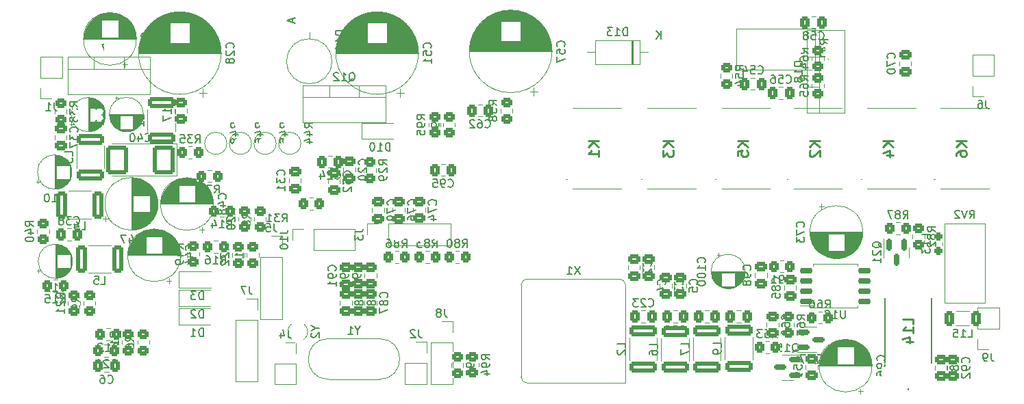
<source format=gbo>
G04 #@! TF.GenerationSoftware,KiCad,Pcbnew,6.0.10-2.fc37*
G04 #@! TF.CreationDate,2023-02-05T13:57:13+01:00*
G04 #@! TF.ProjectId,Full schematic,46756c6c-2073-4636-9865-6d617469632e,rev?*
G04 #@! TF.SameCoordinates,Original*
G04 #@! TF.FileFunction,Legend,Bot*
G04 #@! TF.FilePolarity,Positive*
%FSLAX46Y46*%
G04 Gerber Fmt 4.6, Leading zero omitted, Abs format (unit mm)*
G04 Created by KiCad (PCBNEW 6.0.10-2.fc37) date 2023-02-05 13:57:13*
%MOMM*%
%LPD*%
G01*
G04 APERTURE LIST*
G04 Aperture macros list*
%AMRoundRect*
0 Rectangle with rounded corners*
0 $1 Rounding radius*
0 $2 $3 $4 $5 $6 $7 $8 $9 X,Y pos of 4 corners*
0 Add a 4 corners polygon primitive as box body*
4,1,4,$2,$3,$4,$5,$6,$7,$8,$9,$2,$3,0*
0 Add four circle primitives for the rounded corners*
1,1,$1+$1,$2,$3*
1,1,$1+$1,$4,$5*
1,1,$1+$1,$6,$7*
1,1,$1+$1,$8,$9*
0 Add four rect primitives between the rounded corners*
20,1,$1+$1,$2,$3,$4,$5,0*
20,1,$1+$1,$4,$5,$6,$7,0*
20,1,$1+$1,$6,$7,$8,$9,0*
20,1,$1+$1,$8,$9,$2,$3,0*%
G04 Aperture macros list end*
%ADD10C,0.150000*%
%ADD11C,0.254000*%
%ADD12C,0.120000*%
%ADD13C,0.100000*%
%ADD14C,0.200000*%
%ADD15RoundRect,0.150000X-0.650000X-0.150000X0.650000X-0.150000X0.650000X0.150000X-0.650000X0.150000X0*%
%ADD16C,1.440000*%
%ADD17C,1.600000*%
%ADD18O,1.600000X1.600000*%
%ADD19RoundRect,0.250000X0.350000X0.450000X-0.350000X0.450000X-0.350000X-0.450000X0.350000X-0.450000X0*%
%ADD20RoundRect,0.250000X-0.450000X0.350000X-0.450000X-0.350000X0.450000X-0.350000X0.450000X0.350000X0*%
%ADD21RoundRect,0.250000X0.337500X0.475000X-0.337500X0.475000X-0.337500X-0.475000X0.337500X-0.475000X0*%
%ADD22RoundRect,0.250000X0.475000X-0.337500X0.475000X0.337500X-0.475000X0.337500X-0.475000X-0.337500X0*%
%ADD23RoundRect,0.250000X-0.350000X-0.450000X0.350000X-0.450000X0.350000X0.450000X-0.350000X0.450000X0*%
%ADD24RoundRect,0.250000X-0.475000X0.337500X-0.475000X-0.337500X0.475000X-0.337500X0.475000X0.337500X0*%
%ADD25RoundRect,0.250000X0.450000X-0.350000X0.450000X0.350000X-0.450000X0.350000X-0.450000X-0.350000X0*%
%ADD26R,1.700000X1.700000*%
%ADD27O,1.700000X1.700000*%
%ADD28RoundRect,0.250000X-0.362500X-0.700000X0.362500X-0.700000X0.362500X0.700000X-0.362500X0.700000X0*%
%ADD29R,1.905000X2.000000*%
%ADD30O,1.905000X2.000000*%
%ADD31C,1.000000*%
%ADD32R,2.400000X2.400000*%
%ADD33O,2.400000X2.400000*%
%ADD34RoundRect,0.250000X-0.337500X-0.475000X0.337500X-0.475000X0.337500X0.475000X-0.337500X0.475000X0*%
%ADD35R,0.900000X1.200000*%
%ADD36C,1.100000*%
%ADD37RoundRect,0.250000X-1.450000X0.400000X-1.450000X-0.400000X1.450000X-0.400000X1.450000X0.400000X0*%
%ADD38R,1.600000X1.600000*%
%ADD39R,1.200000X1.200000*%
%ADD40C,1.200000*%
%ADD41R,2.200000X2.200000*%
%ADD42O,2.200000X2.200000*%
%ADD43C,1.500000*%
%ADD44RoundRect,0.150000X0.587500X0.150000X-0.587500X0.150000X-0.587500X-0.150000X0.587500X-0.150000X0*%
%ADD45RoundRect,0.250000X1.112500X1.500000X-1.112500X1.500000X-1.112500X-1.500000X1.112500X-1.500000X0*%
%ADD46R,2.000000X2.000000*%
%ADD47C,2.000000*%
%ADD48R,2.000000X1.905000*%
%ADD49O,2.000000X1.905000*%
%ADD50RoundRect,0.237500X-0.237500X0.287500X-0.237500X-0.287500X0.237500X-0.287500X0.237500X0.287500X0*%
%ADD51RoundRect,0.150000X-0.150000X0.587500X-0.150000X-0.587500X0.150000X-0.587500X0.150000X0.587500X0*%
%ADD52RoundRect,0.250000X-0.400000X-1.450000X0.400000X-1.450000X0.400000X1.450000X-0.400000X1.450000X0*%
%ADD53RoundRect,0.150000X-0.587500X-0.150000X0.587500X-0.150000X0.587500X0.150000X-0.587500X0.150000X0*%
%ADD54R,6.730000X2.160000*%
G04 APERTURE END LIST*
D10*
X119475095Y-55717380D02*
X119475095Y-56526904D01*
X119427476Y-56622142D01*
X119379857Y-56669761D01*
X119284619Y-56717380D01*
X119094142Y-56717380D01*
X118998904Y-56669761D01*
X118951285Y-56622142D01*
X118903666Y-56526904D01*
X118903666Y-55717380D01*
X117903666Y-56717380D02*
X118475095Y-56717380D01*
X118189380Y-56717380D02*
X118189380Y-55717380D01*
X118284619Y-55860238D01*
X118379857Y-55955476D01*
X118475095Y-56003095D01*
X117284619Y-55717380D02*
X117189380Y-55717380D01*
X117094142Y-55765000D01*
X117046523Y-55812619D01*
X116998904Y-55907857D01*
X116951285Y-56098333D01*
X116951285Y-56336428D01*
X116998904Y-56526904D01*
X117046523Y-56622142D01*
X117094142Y-56669761D01*
X117189380Y-56717380D01*
X117284619Y-56717380D01*
X117379857Y-56669761D01*
X117427476Y-56622142D01*
X117475095Y-56526904D01*
X117522714Y-56336428D01*
X117522714Y-56098333D01*
X117475095Y-55907857D01*
X117427476Y-55812619D01*
X117379857Y-55765000D01*
X117284619Y-55717380D01*
X117338380Y-22772761D02*
X116862190Y-22439428D01*
X117338380Y-22201333D02*
X116338380Y-22201333D01*
X116338380Y-22582285D01*
X116386000Y-22677523D01*
X116433619Y-22725142D01*
X116528857Y-22772761D01*
X116671714Y-22772761D01*
X116766952Y-22725142D01*
X116814571Y-22677523D01*
X116862190Y-22582285D01*
X116862190Y-22201333D01*
X116338380Y-23058476D02*
X117338380Y-23391809D01*
X116338380Y-23725142D01*
X117338380Y-24582285D02*
X117338380Y-24010857D01*
X117338380Y-24296571D02*
X116338380Y-24296571D01*
X116481238Y-24201333D01*
X116576476Y-24106095D01*
X116624095Y-24010857D01*
X50574380Y-33139142D02*
X50098190Y-32805809D01*
X50574380Y-32567714D02*
X49574380Y-32567714D01*
X49574380Y-32948666D01*
X49622000Y-33043904D01*
X49669619Y-33091523D01*
X49764857Y-33139142D01*
X49907714Y-33139142D01*
X50002952Y-33091523D01*
X50050571Y-33043904D01*
X50098190Y-32948666D01*
X50098190Y-32567714D01*
X49907714Y-33996285D02*
X50574380Y-33996285D01*
X49526761Y-33758190D02*
X50241047Y-33520095D01*
X50241047Y-34139142D01*
X49574380Y-34996285D02*
X49574380Y-34520095D01*
X50050571Y-34472476D01*
X50002952Y-34520095D01*
X49955333Y-34615333D01*
X49955333Y-34853428D01*
X50002952Y-34948666D01*
X50050571Y-34996285D01*
X50145809Y-35043904D01*
X50383904Y-35043904D01*
X50479142Y-34996285D01*
X50526761Y-34948666D01*
X50574380Y-34853428D01*
X50574380Y-34615333D01*
X50526761Y-34520095D01*
X50479142Y-34472476D01*
X72159857Y-47951380D02*
X72493190Y-47475190D01*
X72731285Y-47951380D02*
X72731285Y-46951380D01*
X72350333Y-46951380D01*
X72255095Y-46999000D01*
X72207476Y-47046619D01*
X72159857Y-47141857D01*
X72159857Y-47284714D01*
X72207476Y-47379952D01*
X72255095Y-47427571D01*
X72350333Y-47475190D01*
X72731285Y-47475190D01*
X71588428Y-47379952D02*
X71683666Y-47332333D01*
X71731285Y-47284714D01*
X71778904Y-47189476D01*
X71778904Y-47141857D01*
X71731285Y-47046619D01*
X71683666Y-46999000D01*
X71588428Y-46951380D01*
X71397952Y-46951380D01*
X71302714Y-46999000D01*
X71255095Y-47046619D01*
X71207476Y-47141857D01*
X71207476Y-47189476D01*
X71255095Y-47284714D01*
X71302714Y-47332333D01*
X71397952Y-47379952D01*
X71588428Y-47379952D01*
X71683666Y-47427571D01*
X71731285Y-47475190D01*
X71778904Y-47570428D01*
X71778904Y-47760904D01*
X71731285Y-47856142D01*
X71683666Y-47903761D01*
X71588428Y-47951380D01*
X71397952Y-47951380D01*
X71302714Y-47903761D01*
X71255095Y-47856142D01*
X71207476Y-47760904D01*
X71207476Y-47570428D01*
X71255095Y-47475190D01*
X71302714Y-47427571D01*
X71397952Y-47379952D01*
X70588428Y-46951380D02*
X70493190Y-46951380D01*
X70397952Y-46999000D01*
X70350333Y-47046619D01*
X70302714Y-47141857D01*
X70255095Y-47332333D01*
X70255095Y-47570428D01*
X70302714Y-47760904D01*
X70350333Y-47856142D01*
X70397952Y-47903761D01*
X70493190Y-47951380D01*
X70588428Y-47951380D01*
X70683666Y-47903761D01*
X70731285Y-47856142D01*
X70778904Y-47760904D01*
X70826523Y-47570428D01*
X70826523Y-47332333D01*
X70778904Y-47141857D01*
X70731285Y-47046619D01*
X70683666Y-46999000D01*
X70588428Y-46951380D01*
X68444857Y-47951380D02*
X68778190Y-47475190D01*
X69016285Y-47951380D02*
X69016285Y-46951380D01*
X68635333Y-46951380D01*
X68540095Y-46999000D01*
X68492476Y-47046619D01*
X68444857Y-47141857D01*
X68444857Y-47284714D01*
X68492476Y-47379952D01*
X68540095Y-47427571D01*
X68635333Y-47475190D01*
X69016285Y-47475190D01*
X67873428Y-47379952D02*
X67968666Y-47332333D01*
X68016285Y-47284714D01*
X68063904Y-47189476D01*
X68063904Y-47141857D01*
X68016285Y-47046619D01*
X67968666Y-46999000D01*
X67873428Y-46951380D01*
X67682952Y-46951380D01*
X67587714Y-46999000D01*
X67540095Y-47046619D01*
X67492476Y-47141857D01*
X67492476Y-47189476D01*
X67540095Y-47284714D01*
X67587714Y-47332333D01*
X67682952Y-47379952D01*
X67873428Y-47379952D01*
X67968666Y-47427571D01*
X68016285Y-47475190D01*
X68063904Y-47570428D01*
X68063904Y-47760904D01*
X68016285Y-47856142D01*
X67968666Y-47903761D01*
X67873428Y-47951380D01*
X67682952Y-47951380D01*
X67587714Y-47903761D01*
X67540095Y-47856142D01*
X67492476Y-47760904D01*
X67492476Y-47570428D01*
X67540095Y-47475190D01*
X67587714Y-47427571D01*
X67682952Y-47379952D01*
X67159142Y-46951380D02*
X66540095Y-46951380D01*
X66873428Y-47332333D01*
X66730571Y-47332333D01*
X66635333Y-47379952D01*
X66587714Y-47427571D01*
X66540095Y-47522809D01*
X66540095Y-47760904D01*
X66587714Y-47856142D01*
X66635333Y-47903761D01*
X66730571Y-47951380D01*
X67016285Y-47951380D01*
X67111523Y-47903761D01*
X67159142Y-47856142D01*
X24837380Y-54681333D02*
X24361190Y-54348000D01*
X24837380Y-54109904D02*
X23837380Y-54109904D01*
X23837380Y-54490857D01*
X23885000Y-54586095D01*
X23932619Y-54633714D01*
X24027857Y-54681333D01*
X24170714Y-54681333D01*
X24265952Y-54633714D01*
X24313571Y-54586095D01*
X24361190Y-54490857D01*
X24361190Y-54109904D01*
X24837380Y-55157523D02*
X24837380Y-55348000D01*
X24789761Y-55443238D01*
X24742142Y-55490857D01*
X24599285Y-55586095D01*
X24408809Y-55633714D01*
X24027857Y-55633714D01*
X23932619Y-55586095D01*
X23885000Y-55538476D01*
X23837380Y-55443238D01*
X23837380Y-55252761D01*
X23885000Y-55157523D01*
X23932619Y-55109904D01*
X24027857Y-55062285D01*
X24265952Y-55062285D01*
X24361190Y-55109904D01*
X24408809Y-55157523D01*
X24456428Y-55252761D01*
X24456428Y-55443238D01*
X24408809Y-55538476D01*
X24361190Y-55586095D01*
X24265952Y-55633714D01*
X112170357Y-27506142D02*
X112217976Y-27553761D01*
X112360833Y-27601380D01*
X112456071Y-27601380D01*
X112598928Y-27553761D01*
X112694166Y-27458523D01*
X112741785Y-27363285D01*
X112789404Y-27172809D01*
X112789404Y-27029952D01*
X112741785Y-26839476D01*
X112694166Y-26744238D01*
X112598928Y-26649000D01*
X112456071Y-26601380D01*
X112360833Y-26601380D01*
X112217976Y-26649000D01*
X112170357Y-26696619D01*
X111265595Y-26601380D02*
X111741785Y-26601380D01*
X111789404Y-27077571D01*
X111741785Y-27029952D01*
X111646547Y-26982333D01*
X111408452Y-26982333D01*
X111313214Y-27029952D01*
X111265595Y-27077571D01*
X111217976Y-27172809D01*
X111217976Y-27410904D01*
X111265595Y-27506142D01*
X111313214Y-27553761D01*
X111408452Y-27601380D01*
X111646547Y-27601380D01*
X111741785Y-27553761D01*
X111789404Y-27506142D01*
X110360833Y-26601380D02*
X110551309Y-26601380D01*
X110646547Y-26649000D01*
X110694166Y-26696619D01*
X110789404Y-26839476D01*
X110837023Y-27029952D01*
X110837023Y-27410904D01*
X110789404Y-27506142D01*
X110741785Y-27553761D01*
X110646547Y-27601380D01*
X110456071Y-27601380D01*
X110360833Y-27553761D01*
X110313214Y-27506142D01*
X110265595Y-27410904D01*
X110265595Y-27172809D01*
X110313214Y-27077571D01*
X110360833Y-27029952D01*
X110456071Y-26982333D01*
X110646547Y-26982333D01*
X110741785Y-27029952D01*
X110789404Y-27077571D01*
X110837023Y-27172809D01*
X99319142Y-52538333D02*
X99366761Y-52490714D01*
X99414380Y-52347857D01*
X99414380Y-52252619D01*
X99366761Y-52109761D01*
X99271523Y-52014523D01*
X99176285Y-51966904D01*
X98985809Y-51919285D01*
X98842952Y-51919285D01*
X98652476Y-51966904D01*
X98557238Y-52014523D01*
X98462000Y-52109761D01*
X98414380Y-52252619D01*
X98414380Y-52347857D01*
X98462000Y-52490714D01*
X98509619Y-52538333D01*
X98414380Y-52871666D02*
X98414380Y-53490714D01*
X98795333Y-53157380D01*
X98795333Y-53300238D01*
X98842952Y-53395476D01*
X98890571Y-53443095D01*
X98985809Y-53490714D01*
X99223904Y-53490714D01*
X99319142Y-53443095D01*
X99366761Y-53395476D01*
X99414380Y-53300238D01*
X99414380Y-53014523D01*
X99366761Y-52919285D01*
X99319142Y-52871666D01*
X28759857Y-62838380D02*
X29093190Y-62362190D01*
X29331285Y-62838380D02*
X29331285Y-61838380D01*
X28950333Y-61838380D01*
X28855095Y-61886000D01*
X28807476Y-61933619D01*
X28759857Y-62028857D01*
X28759857Y-62171714D01*
X28807476Y-62266952D01*
X28855095Y-62314571D01*
X28950333Y-62362190D01*
X29331285Y-62362190D01*
X28378904Y-61933619D02*
X28331285Y-61886000D01*
X28236047Y-61838380D01*
X27997952Y-61838380D01*
X27902714Y-61886000D01*
X27855095Y-61933619D01*
X27807476Y-62028857D01*
X27807476Y-62124095D01*
X27855095Y-62266952D01*
X28426523Y-62838380D01*
X27807476Y-62838380D01*
X26950333Y-62171714D02*
X26950333Y-62838380D01*
X27188428Y-61790761D02*
X27426523Y-62505047D01*
X26807476Y-62505047D01*
X113993142Y-62116642D02*
X114040761Y-62069023D01*
X114088380Y-61926166D01*
X114088380Y-61830928D01*
X114040761Y-61688071D01*
X113945523Y-61592833D01*
X113850285Y-61545214D01*
X113659809Y-61497595D01*
X113516952Y-61497595D01*
X113326476Y-61545214D01*
X113231238Y-61592833D01*
X113136000Y-61688071D01*
X113088380Y-61830928D01*
X113088380Y-61926166D01*
X113136000Y-62069023D01*
X113183619Y-62116642D01*
X113088380Y-63021404D02*
X113088380Y-62545214D01*
X113564571Y-62497595D01*
X113516952Y-62545214D01*
X113469333Y-62640452D01*
X113469333Y-62878547D01*
X113516952Y-62973785D01*
X113564571Y-63021404D01*
X113659809Y-63069023D01*
X113897904Y-63069023D01*
X113993142Y-63021404D01*
X114040761Y-62973785D01*
X114088380Y-62878547D01*
X114088380Y-62640452D01*
X114040761Y-62545214D01*
X113993142Y-62497595D01*
X114088380Y-63545214D02*
X114088380Y-63735690D01*
X114040761Y-63830928D01*
X113993142Y-63878547D01*
X113850285Y-63973785D01*
X113659809Y-64021404D01*
X113278857Y-64021404D01*
X113183619Y-63973785D01*
X113136000Y-63926166D01*
X113088380Y-63830928D01*
X113088380Y-63640452D01*
X113136000Y-63545214D01*
X113183619Y-63497595D01*
X113278857Y-63449976D01*
X113516952Y-63449976D01*
X113612190Y-63497595D01*
X113659809Y-63545214D01*
X113707428Y-63640452D01*
X113707428Y-63830928D01*
X113659809Y-63926166D01*
X113612190Y-63973785D01*
X113516952Y-64021404D01*
X106877380Y-26043142D02*
X106401190Y-25709809D01*
X106877380Y-25471714D02*
X105877380Y-25471714D01*
X105877380Y-25852666D01*
X105925000Y-25947904D01*
X105972619Y-25995523D01*
X106067857Y-26043142D01*
X106210714Y-26043142D01*
X106305952Y-25995523D01*
X106353571Y-25947904D01*
X106401190Y-25852666D01*
X106401190Y-25471714D01*
X105877380Y-26947904D02*
X105877380Y-26471714D01*
X106353571Y-26424095D01*
X106305952Y-26471714D01*
X106258333Y-26566952D01*
X106258333Y-26805047D01*
X106305952Y-26900285D01*
X106353571Y-26947904D01*
X106448809Y-26995523D01*
X106686904Y-26995523D01*
X106782142Y-26947904D01*
X106829761Y-26900285D01*
X106877380Y-26805047D01*
X106877380Y-26566952D01*
X106829761Y-26471714D01*
X106782142Y-26424095D01*
X106210714Y-27852666D02*
X106877380Y-27852666D01*
X105829761Y-27614571D02*
X106544047Y-27376476D01*
X106544047Y-27995523D01*
X37664380Y-48125142D02*
X37188190Y-47791809D01*
X37664380Y-47553714D02*
X36664380Y-47553714D01*
X36664380Y-47934666D01*
X36712000Y-48029904D01*
X36759619Y-48077523D01*
X36854857Y-48125142D01*
X36997714Y-48125142D01*
X37092952Y-48077523D01*
X37140571Y-48029904D01*
X37188190Y-47934666D01*
X37188190Y-47553714D01*
X36997714Y-48982285D02*
X37664380Y-48982285D01*
X36616761Y-48744190D02*
X37331047Y-48506095D01*
X37331047Y-49125142D01*
X37664380Y-49553714D02*
X37664380Y-49744190D01*
X37616761Y-49839428D01*
X37569142Y-49887047D01*
X37426285Y-49982285D01*
X37235809Y-50029904D01*
X36854857Y-50029904D01*
X36759619Y-49982285D01*
X36712000Y-49934666D01*
X36664380Y-49839428D01*
X36664380Y-49648952D01*
X36712000Y-49553714D01*
X36759619Y-49506095D01*
X36854857Y-49458476D01*
X37092952Y-49458476D01*
X37188190Y-49506095D01*
X37235809Y-49553714D01*
X37283428Y-49648952D01*
X37283428Y-49839428D01*
X37235809Y-49934666D01*
X37188190Y-49982285D01*
X37092952Y-50029904D01*
X24581380Y-30472142D02*
X24105190Y-30138809D01*
X24581380Y-29900714D02*
X23581380Y-29900714D01*
X23581380Y-30281666D01*
X23629000Y-30376904D01*
X23676619Y-30424523D01*
X23771857Y-30472142D01*
X23914714Y-30472142D01*
X24009952Y-30424523D01*
X24057571Y-30376904D01*
X24105190Y-30281666D01*
X24105190Y-29900714D01*
X23581380Y-30805476D02*
X23581380Y-31424523D01*
X23962333Y-31091190D01*
X23962333Y-31234047D01*
X24009952Y-31329285D01*
X24057571Y-31376904D01*
X24152809Y-31424523D01*
X24390904Y-31424523D01*
X24486142Y-31376904D01*
X24533761Y-31329285D01*
X24581380Y-31234047D01*
X24581380Y-30948333D01*
X24533761Y-30853095D01*
X24486142Y-30805476D01*
X24009952Y-31995952D02*
X23962333Y-31900714D01*
X23914714Y-31853095D01*
X23819476Y-31805476D01*
X23771857Y-31805476D01*
X23676619Y-31853095D01*
X23629000Y-31900714D01*
X23581380Y-31995952D01*
X23581380Y-32186428D01*
X23629000Y-32281666D01*
X23676619Y-32329285D01*
X23771857Y-32376904D01*
X23819476Y-32376904D01*
X23914714Y-32329285D01*
X23962333Y-32281666D01*
X24009952Y-32186428D01*
X24009952Y-31995952D01*
X24057571Y-31900714D01*
X24105190Y-31853095D01*
X24200428Y-31805476D01*
X24390904Y-31805476D01*
X24486142Y-31853095D01*
X24533761Y-31900714D01*
X24581380Y-31995952D01*
X24581380Y-32186428D01*
X24533761Y-32281666D01*
X24486142Y-32329285D01*
X24390904Y-32376904D01*
X24200428Y-32376904D01*
X24105190Y-32329285D01*
X24057571Y-32281666D01*
X24009952Y-32186428D01*
X45030380Y-48236142D02*
X44554190Y-47902809D01*
X45030380Y-47664714D02*
X44030380Y-47664714D01*
X44030380Y-48045666D01*
X44078000Y-48140904D01*
X44125619Y-48188523D01*
X44220857Y-48236142D01*
X44363714Y-48236142D01*
X44458952Y-48188523D01*
X44506571Y-48140904D01*
X44554190Y-48045666D01*
X44554190Y-47664714D01*
X45030380Y-49188523D02*
X45030380Y-48617095D01*
X45030380Y-48902809D02*
X44030380Y-48902809D01*
X44173238Y-48807571D01*
X44268476Y-48712333D01*
X44316095Y-48617095D01*
X44030380Y-49807571D02*
X44030380Y-49902809D01*
X44078000Y-49998047D01*
X44125619Y-50045666D01*
X44220857Y-50093285D01*
X44411333Y-50140904D01*
X44649428Y-50140904D01*
X44839904Y-50093285D01*
X44935142Y-50045666D01*
X44982761Y-49998047D01*
X45030380Y-49902809D01*
X45030380Y-49807571D01*
X44982761Y-49712333D01*
X44935142Y-49664714D01*
X44839904Y-49617095D01*
X44649428Y-49569476D01*
X44411333Y-49569476D01*
X44220857Y-49617095D01*
X44125619Y-49664714D01*
X44078000Y-49712333D01*
X44030380Y-49807571D01*
X43252380Y-48236142D02*
X42776190Y-47902809D01*
X43252380Y-47664714D02*
X42252380Y-47664714D01*
X42252380Y-48045666D01*
X42300000Y-48140904D01*
X42347619Y-48188523D01*
X42442857Y-48236142D01*
X42585714Y-48236142D01*
X42680952Y-48188523D01*
X42728571Y-48140904D01*
X42776190Y-48045666D01*
X42776190Y-47664714D01*
X42347619Y-48617095D02*
X42300000Y-48664714D01*
X42252380Y-48759952D01*
X42252380Y-48998047D01*
X42300000Y-49093285D01*
X42347619Y-49140904D01*
X42442857Y-49188523D01*
X42538095Y-49188523D01*
X42680952Y-49140904D01*
X43252380Y-48569476D01*
X43252380Y-49188523D01*
X42347619Y-49569476D02*
X42300000Y-49617095D01*
X42252380Y-49712333D01*
X42252380Y-49950428D01*
X42300000Y-50045666D01*
X42347619Y-50093285D01*
X42442857Y-50140904D01*
X42538095Y-50140904D01*
X42680952Y-50093285D01*
X43252380Y-49521857D01*
X43252380Y-50140904D01*
X69929333Y-55557380D02*
X69929333Y-56271666D01*
X69976952Y-56414523D01*
X70072190Y-56509761D01*
X70215047Y-56557380D01*
X70310285Y-56557380D01*
X69310285Y-55985952D02*
X69405523Y-55938333D01*
X69453142Y-55890714D01*
X69500761Y-55795476D01*
X69500761Y-55747857D01*
X69453142Y-55652619D01*
X69405523Y-55605000D01*
X69310285Y-55557380D01*
X69119809Y-55557380D01*
X69024571Y-55605000D01*
X68976952Y-55652619D01*
X68929333Y-55747857D01*
X68929333Y-55795476D01*
X68976952Y-55890714D01*
X69024571Y-55938333D01*
X69119809Y-55985952D01*
X69310285Y-55985952D01*
X69405523Y-56033571D01*
X69453142Y-56081190D01*
X69500761Y-56176428D01*
X69500761Y-56366904D01*
X69453142Y-56462142D01*
X69405523Y-56509761D01*
X69310285Y-56557380D01*
X69119809Y-56557380D01*
X69024571Y-56509761D01*
X68976952Y-56462142D01*
X68929333Y-56366904D01*
X68929333Y-56176428D01*
X68976952Y-56081190D01*
X69024571Y-56033571D01*
X69119809Y-55985952D01*
X29602380Y-59061142D02*
X29126190Y-58727809D01*
X29602380Y-58489714D02*
X28602380Y-58489714D01*
X28602380Y-58870666D01*
X28650000Y-58965904D01*
X28697619Y-59013523D01*
X28792857Y-59061142D01*
X28935714Y-59061142D01*
X29030952Y-59013523D01*
X29078571Y-58965904D01*
X29126190Y-58870666D01*
X29126190Y-58489714D01*
X29602380Y-60013523D02*
X29602380Y-59442095D01*
X29602380Y-59727809D02*
X28602380Y-59727809D01*
X28745238Y-59632571D01*
X28840476Y-59537333D01*
X28888095Y-59442095D01*
X29030952Y-60584952D02*
X28983333Y-60489714D01*
X28935714Y-60442095D01*
X28840476Y-60394476D01*
X28792857Y-60394476D01*
X28697619Y-60442095D01*
X28650000Y-60489714D01*
X28602380Y-60584952D01*
X28602380Y-60775428D01*
X28650000Y-60870666D01*
X28697619Y-60918285D01*
X28792857Y-60965904D01*
X28840476Y-60965904D01*
X28935714Y-60918285D01*
X28983333Y-60870666D01*
X29030952Y-60775428D01*
X29030952Y-60584952D01*
X29078571Y-60489714D01*
X29126190Y-60442095D01*
X29221428Y-60394476D01*
X29411904Y-60394476D01*
X29507142Y-60442095D01*
X29554761Y-60489714D01*
X29602380Y-60584952D01*
X29602380Y-60775428D01*
X29554761Y-60870666D01*
X29507142Y-60918285D01*
X29411904Y-60965904D01*
X29221428Y-60965904D01*
X29126190Y-60918285D01*
X29078571Y-60870666D01*
X29030952Y-60775428D01*
X19122380Y-45315142D02*
X18646190Y-44981809D01*
X19122380Y-44743714D02*
X18122380Y-44743714D01*
X18122380Y-45124666D01*
X18170000Y-45219904D01*
X18217619Y-45267523D01*
X18312857Y-45315142D01*
X18455714Y-45315142D01*
X18550952Y-45267523D01*
X18598571Y-45219904D01*
X18646190Y-45124666D01*
X18646190Y-44743714D01*
X18455714Y-46172285D02*
X19122380Y-46172285D01*
X18074761Y-45934190D02*
X18789047Y-45696095D01*
X18789047Y-46315142D01*
X18122380Y-46886571D02*
X18122380Y-46981809D01*
X18170000Y-47077047D01*
X18217619Y-47124666D01*
X18312857Y-47172285D01*
X18503333Y-47219904D01*
X18741428Y-47219904D01*
X18931904Y-47172285D01*
X19027142Y-47124666D01*
X19074761Y-47077047D01*
X19122380Y-46981809D01*
X19122380Y-46886571D01*
X19074761Y-46791333D01*
X19027142Y-46743714D01*
X18931904Y-46696095D01*
X18741428Y-46648476D01*
X18503333Y-46648476D01*
X18312857Y-46696095D01*
X18217619Y-46743714D01*
X18170000Y-46791333D01*
X18122380Y-46886571D01*
X62808380Y-37727142D02*
X62332190Y-37393809D01*
X62808380Y-37155714D02*
X61808380Y-37155714D01*
X61808380Y-37536666D01*
X61856000Y-37631904D01*
X61903619Y-37679523D01*
X61998857Y-37727142D01*
X62141714Y-37727142D01*
X62236952Y-37679523D01*
X62284571Y-37631904D01*
X62332190Y-37536666D01*
X62332190Y-37155714D01*
X61903619Y-38108095D02*
X61856000Y-38155714D01*
X61808380Y-38250952D01*
X61808380Y-38489047D01*
X61856000Y-38584285D01*
X61903619Y-38631904D01*
X61998857Y-38679523D01*
X62094095Y-38679523D01*
X62236952Y-38631904D01*
X62808380Y-38060476D01*
X62808380Y-38679523D01*
X62808380Y-39155714D02*
X62808380Y-39346190D01*
X62760761Y-39441428D01*
X62713142Y-39489047D01*
X62570285Y-39584285D01*
X62379809Y-39631904D01*
X61998857Y-39631904D01*
X61903619Y-39584285D01*
X61856000Y-39536666D01*
X61808380Y-39441428D01*
X61808380Y-39250952D01*
X61856000Y-39155714D01*
X61903619Y-39108095D01*
X61998857Y-39060476D01*
X62236952Y-39060476D01*
X62332190Y-39108095D01*
X62379809Y-39155714D01*
X62427428Y-39250952D01*
X62427428Y-39441428D01*
X62379809Y-39536666D01*
X62332190Y-39584285D01*
X62236952Y-39631904D01*
X134616357Y-59078380D02*
X135092547Y-59078380D01*
X135092547Y-58078380D01*
X133759214Y-59078380D02*
X134330642Y-59078380D01*
X134044928Y-59078380D02*
X134044928Y-58078380D01*
X134140166Y-58221238D01*
X134235404Y-58316476D01*
X134330642Y-58364095D01*
X132854452Y-58078380D02*
X133330642Y-58078380D01*
X133378261Y-58554571D01*
X133330642Y-58506952D01*
X133235404Y-58459333D01*
X132997309Y-58459333D01*
X132902071Y-58506952D01*
X132854452Y-58554571D01*
X132806833Y-58649809D01*
X132806833Y-58887904D01*
X132854452Y-58983142D01*
X132902071Y-59030761D01*
X132997309Y-59078380D01*
X133235404Y-59078380D01*
X133330642Y-59030761D01*
X133378261Y-58983142D01*
X58102428Y-27392619D02*
X58197666Y-27345000D01*
X58292904Y-27249761D01*
X58435761Y-27106904D01*
X58531000Y-27059285D01*
X58626238Y-27059285D01*
X58578619Y-27297380D02*
X58673857Y-27249761D01*
X58769095Y-27154523D01*
X58816714Y-26964047D01*
X58816714Y-26630714D01*
X58769095Y-26440238D01*
X58673857Y-26345000D01*
X58578619Y-26297380D01*
X58388142Y-26297380D01*
X58292904Y-26345000D01*
X58197666Y-26440238D01*
X58150047Y-26630714D01*
X58150047Y-26964047D01*
X58197666Y-27154523D01*
X58292904Y-27249761D01*
X58388142Y-27297380D01*
X58578619Y-27297380D01*
X57197666Y-27297380D02*
X57769095Y-27297380D01*
X57483380Y-27297380D02*
X57483380Y-26297380D01*
X57578619Y-26440238D01*
X57673857Y-26535476D01*
X57769095Y-26583095D01*
X56816714Y-26392619D02*
X56769095Y-26345000D01*
X56673857Y-26297380D01*
X56435761Y-26297380D01*
X56340523Y-26345000D01*
X56292904Y-26392619D01*
X56245285Y-26487857D01*
X56245285Y-26583095D01*
X56292904Y-26725952D01*
X56864333Y-27297380D01*
X56245285Y-27297380D01*
X112527142Y-56866642D02*
X112574761Y-56819023D01*
X112622380Y-56676166D01*
X112622380Y-56580928D01*
X112574761Y-56438071D01*
X112479523Y-56342833D01*
X112384285Y-56295214D01*
X112193809Y-56247595D01*
X112050952Y-56247595D01*
X111860476Y-56295214D01*
X111765238Y-56342833D01*
X111670000Y-56438071D01*
X111622380Y-56580928D01*
X111622380Y-56676166D01*
X111670000Y-56819023D01*
X111717619Y-56866642D01*
X111622380Y-57723785D02*
X111622380Y-57533309D01*
X111670000Y-57438071D01*
X111717619Y-57390452D01*
X111860476Y-57295214D01*
X112050952Y-57247595D01*
X112431904Y-57247595D01*
X112527142Y-57295214D01*
X112574761Y-57342833D01*
X112622380Y-57438071D01*
X112622380Y-57628547D01*
X112574761Y-57723785D01*
X112527142Y-57771404D01*
X112431904Y-57819023D01*
X112193809Y-57819023D01*
X112098571Y-57771404D01*
X112050952Y-57723785D01*
X112003333Y-57628547D01*
X112003333Y-57438071D01*
X112050952Y-57342833D01*
X112098571Y-57295214D01*
X112193809Y-57247595D01*
X111622380Y-58438071D02*
X111622380Y-58533309D01*
X111670000Y-58628547D01*
X111717619Y-58676166D01*
X111812857Y-58723785D01*
X112003333Y-58771404D01*
X112241428Y-58771404D01*
X112431904Y-58723785D01*
X112527142Y-58676166D01*
X112574761Y-58628547D01*
X112622380Y-58533309D01*
X112622380Y-58438071D01*
X112574761Y-58342833D01*
X112527142Y-58295214D01*
X112431904Y-58247595D01*
X112241428Y-58199976D01*
X112003333Y-58199976D01*
X111812857Y-58247595D01*
X111717619Y-58295214D01*
X111670000Y-58342833D01*
X111622380Y-58438071D01*
X53989190Y-57917768D02*
X54465380Y-57917768D01*
X53465380Y-57584435D02*
X53989190Y-57917768D01*
X53465380Y-58251101D01*
X53560619Y-58536816D02*
X53513000Y-58584435D01*
X53465380Y-58679673D01*
X53465380Y-58917768D01*
X53513000Y-59013006D01*
X53560619Y-59060625D01*
X53655857Y-59108244D01*
X53751095Y-59108244D01*
X53893952Y-59060625D01*
X54465380Y-58489197D01*
X54465380Y-59108244D01*
X57450380Y-21137714D02*
X56450380Y-21137714D01*
X56450380Y-21375809D01*
X56498000Y-21518666D01*
X56593238Y-21613904D01*
X56688476Y-21661523D01*
X56878952Y-21709142D01*
X57021809Y-21709142D01*
X57212285Y-21661523D01*
X57307523Y-21613904D01*
X57402761Y-21518666D01*
X57450380Y-21375809D01*
X57450380Y-21137714D01*
X57450380Y-22661523D02*
X57450380Y-22090095D01*
X57450380Y-22375809D02*
X56450380Y-22375809D01*
X56593238Y-22280571D01*
X56688476Y-22185333D01*
X56736095Y-22090095D01*
X57450380Y-23613904D02*
X57450380Y-23042476D01*
X57450380Y-23328190D02*
X56450380Y-23328190D01*
X56593238Y-23232952D01*
X56688476Y-23137714D01*
X56736095Y-23042476D01*
X51179666Y-19573904D02*
X51179666Y-20050095D01*
X51465380Y-19478666D02*
X50465380Y-19812000D01*
X51465380Y-20145333D01*
X45919380Y-44283333D02*
X45443190Y-43950000D01*
X45919380Y-43711904D02*
X44919380Y-43711904D01*
X44919380Y-44092857D01*
X44967000Y-44188095D01*
X45014619Y-44235714D01*
X45109857Y-44283333D01*
X45252714Y-44283333D01*
X45347952Y-44235714D01*
X45395571Y-44188095D01*
X45443190Y-44092857D01*
X45443190Y-43711904D01*
X45347952Y-44854761D02*
X45300333Y-44759523D01*
X45252714Y-44711904D01*
X45157476Y-44664285D01*
X45109857Y-44664285D01*
X45014619Y-44711904D01*
X44967000Y-44759523D01*
X44919380Y-44854761D01*
X44919380Y-45045238D01*
X44967000Y-45140476D01*
X45014619Y-45188095D01*
X45109857Y-45235714D01*
X45157476Y-45235714D01*
X45252714Y-45188095D01*
X45300333Y-45140476D01*
X45347952Y-45045238D01*
X45347952Y-44854761D01*
X45395571Y-44759523D01*
X45443190Y-44711904D01*
X45538428Y-44664285D01*
X45728904Y-44664285D01*
X45824142Y-44711904D01*
X45871761Y-44759523D01*
X45919380Y-44854761D01*
X45919380Y-45045238D01*
X45871761Y-45140476D01*
X45824142Y-45188095D01*
X45728904Y-45235714D01*
X45538428Y-45235714D01*
X45443190Y-45188095D01*
X45395571Y-45140476D01*
X45347952Y-45045238D01*
X110481857Y-59127380D02*
X110815190Y-58651190D01*
X111053285Y-59127380D02*
X111053285Y-58127380D01*
X110672333Y-58127380D01*
X110577095Y-58175000D01*
X110529476Y-58222619D01*
X110481857Y-58317857D01*
X110481857Y-58460714D01*
X110529476Y-58555952D01*
X110577095Y-58603571D01*
X110672333Y-58651190D01*
X111053285Y-58651190D01*
X109577095Y-58127380D02*
X110053285Y-58127380D01*
X110100904Y-58603571D01*
X110053285Y-58555952D01*
X109958047Y-58508333D01*
X109719952Y-58508333D01*
X109624714Y-58555952D01*
X109577095Y-58603571D01*
X109529476Y-58698809D01*
X109529476Y-58936904D01*
X109577095Y-59032142D01*
X109624714Y-59079761D01*
X109719952Y-59127380D01*
X109958047Y-59127380D01*
X110053285Y-59079761D01*
X110100904Y-59032142D01*
X109196142Y-58127380D02*
X108577095Y-58127380D01*
X108910428Y-58508333D01*
X108767571Y-58508333D01*
X108672333Y-58555952D01*
X108624714Y-58603571D01*
X108577095Y-58698809D01*
X108577095Y-58936904D01*
X108624714Y-59032142D01*
X108672333Y-59079761D01*
X108767571Y-59127380D01*
X109053285Y-59127380D01*
X109148523Y-59079761D01*
X109196142Y-59032142D01*
X74959357Y-33025142D02*
X75006976Y-33072761D01*
X75149833Y-33120380D01*
X75245071Y-33120380D01*
X75387928Y-33072761D01*
X75483166Y-32977523D01*
X75530785Y-32882285D01*
X75578404Y-32691809D01*
X75578404Y-32548952D01*
X75530785Y-32358476D01*
X75483166Y-32263238D01*
X75387928Y-32168000D01*
X75245071Y-32120380D01*
X75149833Y-32120380D01*
X75006976Y-32168000D01*
X74959357Y-32215619D01*
X74102214Y-32120380D02*
X74292690Y-32120380D01*
X74387928Y-32168000D01*
X74435547Y-32215619D01*
X74530785Y-32358476D01*
X74578404Y-32548952D01*
X74578404Y-32929904D01*
X74530785Y-33025142D01*
X74483166Y-33072761D01*
X74387928Y-33120380D01*
X74197452Y-33120380D01*
X74102214Y-33072761D01*
X74054595Y-33025142D01*
X74006976Y-32929904D01*
X74006976Y-32691809D01*
X74054595Y-32596571D01*
X74102214Y-32548952D01*
X74197452Y-32501333D01*
X74387928Y-32501333D01*
X74483166Y-32548952D01*
X74530785Y-32596571D01*
X74578404Y-32691809D01*
X73626023Y-32215619D02*
X73578404Y-32168000D01*
X73483166Y-32120380D01*
X73245071Y-32120380D01*
X73149833Y-32168000D01*
X73102214Y-32215619D01*
X73054595Y-32310857D01*
X73054595Y-32406095D01*
X73102214Y-32548952D01*
X73673642Y-33120380D01*
X73054595Y-33120380D01*
X53622380Y-33139142D02*
X53146190Y-32805809D01*
X53622380Y-32567714D02*
X52622380Y-32567714D01*
X52622380Y-32948666D01*
X52670000Y-33043904D01*
X52717619Y-33091523D01*
X52812857Y-33139142D01*
X52955714Y-33139142D01*
X53050952Y-33091523D01*
X53098571Y-33043904D01*
X53146190Y-32948666D01*
X53146190Y-32567714D01*
X52955714Y-33996285D02*
X53622380Y-33996285D01*
X52574761Y-33758190D02*
X53289047Y-33520095D01*
X53289047Y-34139142D01*
X52955714Y-34948666D02*
X53622380Y-34948666D01*
X52574761Y-34710571D02*
X53289047Y-34472476D01*
X53289047Y-35091523D01*
X40109095Y-54395380D02*
X40109095Y-53395380D01*
X39871000Y-53395380D01*
X39728142Y-53443000D01*
X39632904Y-53538238D01*
X39585285Y-53633476D01*
X39537666Y-53823952D01*
X39537666Y-53966809D01*
X39585285Y-54157285D01*
X39632904Y-54252523D01*
X39728142Y-54347761D01*
X39871000Y-54395380D01*
X40109095Y-54395380D01*
X39204333Y-53395380D02*
X38585285Y-53395380D01*
X38918619Y-53776333D01*
X38775761Y-53776333D01*
X38680523Y-53823952D01*
X38632904Y-53871571D01*
X38585285Y-53966809D01*
X38585285Y-54204904D01*
X38632904Y-54300142D01*
X38680523Y-54347761D01*
X38775761Y-54395380D01*
X39061476Y-54395380D01*
X39156714Y-54347761D01*
X39204333Y-54300142D01*
D11*
X125415523Y-34749619D02*
X124145523Y-34749619D01*
X125415523Y-35475333D02*
X124689809Y-34931047D01*
X124145523Y-35475333D02*
X124871238Y-34749619D01*
X124568857Y-36563904D02*
X125415523Y-36563904D01*
X124085047Y-36261523D02*
X124992190Y-35959142D01*
X124992190Y-36745333D01*
D10*
X21669333Y-29976380D02*
X21669333Y-30690666D01*
X21716952Y-30833523D01*
X21812190Y-30928761D01*
X21955047Y-30976380D01*
X22050285Y-30976380D01*
X20669333Y-30976380D02*
X21240761Y-30976380D01*
X20955047Y-30976380D02*
X20955047Y-29976380D01*
X21050285Y-30119238D01*
X21145523Y-30214476D01*
X21240761Y-30262095D01*
X59789142Y-54134101D02*
X59836761Y-54086482D01*
X59884380Y-53943625D01*
X59884380Y-53848387D01*
X59836761Y-53705530D01*
X59741523Y-53610292D01*
X59646285Y-53562673D01*
X59455809Y-53515054D01*
X59312952Y-53515054D01*
X59122476Y-53562673D01*
X59027238Y-53610292D01*
X58932000Y-53705530D01*
X58884380Y-53848387D01*
X58884380Y-53943625D01*
X58932000Y-54086482D01*
X58979619Y-54134101D01*
X59312952Y-54705530D02*
X59265333Y-54610292D01*
X59217714Y-54562673D01*
X59122476Y-54515054D01*
X59074857Y-54515054D01*
X58979619Y-54562673D01*
X58932000Y-54610292D01*
X58884380Y-54705530D01*
X58884380Y-54896006D01*
X58932000Y-54991244D01*
X58979619Y-55038863D01*
X59074857Y-55086482D01*
X59122476Y-55086482D01*
X59217714Y-55038863D01*
X59265333Y-54991244D01*
X59312952Y-54896006D01*
X59312952Y-54705530D01*
X59360571Y-54610292D01*
X59408190Y-54562673D01*
X59503428Y-54515054D01*
X59693904Y-54515054D01*
X59789142Y-54562673D01*
X59836761Y-54610292D01*
X59884380Y-54705530D01*
X59884380Y-54896006D01*
X59836761Y-54991244D01*
X59789142Y-55038863D01*
X59693904Y-55086482D01*
X59503428Y-55086482D01*
X59408190Y-55038863D01*
X59360571Y-54991244D01*
X59312952Y-54896006D01*
X58884380Y-55419816D02*
X58884380Y-56038863D01*
X59265333Y-55705530D01*
X59265333Y-55848387D01*
X59312952Y-55943625D01*
X59360571Y-55991244D01*
X59455809Y-56038863D01*
X59693904Y-56038863D01*
X59789142Y-55991244D01*
X59836761Y-55943625D01*
X59884380Y-55848387D01*
X59884380Y-55562673D01*
X59836761Y-55467435D01*
X59789142Y-55419816D01*
X28321166Y-64678142D02*
X28368785Y-64725761D01*
X28511642Y-64773380D01*
X28606880Y-64773380D01*
X28749738Y-64725761D01*
X28844976Y-64630523D01*
X28892595Y-64535285D01*
X28940214Y-64344809D01*
X28940214Y-64201952D01*
X28892595Y-64011476D01*
X28844976Y-63916238D01*
X28749738Y-63821000D01*
X28606880Y-63773380D01*
X28511642Y-63773380D01*
X28368785Y-63821000D01*
X28321166Y-63868619D01*
X27464023Y-63773380D02*
X27654500Y-63773380D01*
X27749738Y-63821000D01*
X27797357Y-63868619D01*
X27892595Y-64011476D01*
X27940214Y-64201952D01*
X27940214Y-64582904D01*
X27892595Y-64678142D01*
X27844976Y-64725761D01*
X27749738Y-64773380D01*
X27559261Y-64773380D01*
X27464023Y-64725761D01*
X27416404Y-64678142D01*
X27368785Y-64582904D01*
X27368785Y-64344809D01*
X27416404Y-64249571D01*
X27464023Y-64201952D01*
X27559261Y-64154333D01*
X27749738Y-64154333D01*
X27844976Y-64201952D01*
X27892595Y-64249571D01*
X27940214Y-64344809D01*
X39139857Y-34997380D02*
X39473190Y-34521190D01*
X39711285Y-34997380D02*
X39711285Y-33997380D01*
X39330333Y-33997380D01*
X39235095Y-34045000D01*
X39187476Y-34092619D01*
X39139857Y-34187857D01*
X39139857Y-34330714D01*
X39187476Y-34425952D01*
X39235095Y-34473571D01*
X39330333Y-34521190D01*
X39711285Y-34521190D01*
X38806523Y-33997380D02*
X38187476Y-33997380D01*
X38520809Y-34378333D01*
X38377952Y-34378333D01*
X38282714Y-34425952D01*
X38235095Y-34473571D01*
X38187476Y-34568809D01*
X38187476Y-34806904D01*
X38235095Y-34902142D01*
X38282714Y-34949761D01*
X38377952Y-34997380D01*
X38663666Y-34997380D01*
X38758904Y-34949761D01*
X38806523Y-34902142D01*
X37282714Y-33997380D02*
X37758904Y-33997380D01*
X37806523Y-34473571D01*
X37758904Y-34425952D01*
X37663666Y-34378333D01*
X37425571Y-34378333D01*
X37330333Y-34425952D01*
X37282714Y-34473571D01*
X37235095Y-34568809D01*
X37235095Y-34806904D01*
X37282714Y-34902142D01*
X37330333Y-34949761D01*
X37425571Y-34997380D01*
X37663666Y-34997380D01*
X37758904Y-34949761D01*
X37806523Y-34902142D01*
X126626857Y-44395380D02*
X126960190Y-43919190D01*
X127198285Y-44395380D02*
X127198285Y-43395380D01*
X126817333Y-43395380D01*
X126722095Y-43443000D01*
X126674476Y-43490619D01*
X126626857Y-43585857D01*
X126626857Y-43728714D01*
X126674476Y-43823952D01*
X126722095Y-43871571D01*
X126817333Y-43919190D01*
X127198285Y-43919190D01*
X126055428Y-43823952D02*
X126150666Y-43776333D01*
X126198285Y-43728714D01*
X126245904Y-43633476D01*
X126245904Y-43585857D01*
X126198285Y-43490619D01*
X126150666Y-43443000D01*
X126055428Y-43395380D01*
X125864952Y-43395380D01*
X125769714Y-43443000D01*
X125722095Y-43490619D01*
X125674476Y-43585857D01*
X125674476Y-43633476D01*
X125722095Y-43728714D01*
X125769714Y-43776333D01*
X125864952Y-43823952D01*
X126055428Y-43823952D01*
X126150666Y-43871571D01*
X126198285Y-43919190D01*
X126245904Y-44014428D01*
X126245904Y-44204904D01*
X126198285Y-44300142D01*
X126150666Y-44347761D01*
X126055428Y-44395380D01*
X125864952Y-44395380D01*
X125769714Y-44347761D01*
X125722095Y-44300142D01*
X125674476Y-44204904D01*
X125674476Y-44014428D01*
X125722095Y-43919190D01*
X125769714Y-43871571D01*
X125864952Y-43823952D01*
X125341142Y-43395380D02*
X124674476Y-43395380D01*
X125103047Y-44395380D01*
X134752142Y-62200642D02*
X134799761Y-62153023D01*
X134847380Y-62010166D01*
X134847380Y-61914928D01*
X134799761Y-61772071D01*
X134704523Y-61676833D01*
X134609285Y-61629214D01*
X134418809Y-61581595D01*
X134275952Y-61581595D01*
X134085476Y-61629214D01*
X133990238Y-61676833D01*
X133895000Y-61772071D01*
X133847380Y-61914928D01*
X133847380Y-62010166D01*
X133895000Y-62153023D01*
X133942619Y-62200642D01*
X134847380Y-62676833D02*
X134847380Y-62867309D01*
X134799761Y-62962547D01*
X134752142Y-63010166D01*
X134609285Y-63105404D01*
X134418809Y-63153023D01*
X134037857Y-63153023D01*
X133942619Y-63105404D01*
X133895000Y-63057785D01*
X133847380Y-62962547D01*
X133847380Y-62772071D01*
X133895000Y-62676833D01*
X133942619Y-62629214D01*
X134037857Y-62581595D01*
X134275952Y-62581595D01*
X134371190Y-62629214D01*
X134418809Y-62676833D01*
X134466428Y-62772071D01*
X134466428Y-62962547D01*
X134418809Y-63057785D01*
X134371190Y-63105404D01*
X134275952Y-63153023D01*
X133942619Y-63533976D02*
X133895000Y-63581595D01*
X133847380Y-63676833D01*
X133847380Y-63914928D01*
X133895000Y-64010166D01*
X133942619Y-64057785D01*
X134037857Y-64105404D01*
X134133095Y-64105404D01*
X134275952Y-64057785D01*
X134847380Y-63486357D01*
X134847380Y-64105404D01*
X68839142Y-42664142D02*
X68886761Y-42616523D01*
X68934380Y-42473666D01*
X68934380Y-42378428D01*
X68886761Y-42235571D01*
X68791523Y-42140333D01*
X68696285Y-42092714D01*
X68505809Y-42045095D01*
X68362952Y-42045095D01*
X68172476Y-42092714D01*
X68077238Y-42140333D01*
X67982000Y-42235571D01*
X67934380Y-42378428D01*
X67934380Y-42473666D01*
X67982000Y-42616523D01*
X68029619Y-42664142D01*
X67934380Y-42997476D02*
X67934380Y-43664142D01*
X68934380Y-43235571D01*
X68267714Y-44473666D02*
X68934380Y-44473666D01*
X67886761Y-44235571D02*
X68601047Y-43997476D01*
X68601047Y-44616523D01*
X97160142Y-52559833D02*
X97207761Y-52512214D01*
X97255380Y-52369357D01*
X97255380Y-52274119D01*
X97207761Y-52131261D01*
X97112523Y-52036023D01*
X97017285Y-51988404D01*
X96826809Y-51940785D01*
X96683952Y-51940785D01*
X96493476Y-51988404D01*
X96398238Y-52036023D01*
X96303000Y-52131261D01*
X96255380Y-52274119D01*
X96255380Y-52369357D01*
X96303000Y-52512214D01*
X96350619Y-52559833D01*
X96588714Y-53416976D02*
X97255380Y-53416976D01*
X96207761Y-53178880D02*
X96922047Y-52940785D01*
X96922047Y-53559833D01*
X48847333Y-45001380D02*
X48847333Y-45715666D01*
X48894952Y-45858523D01*
X48990190Y-45953761D01*
X49133047Y-46001380D01*
X49228285Y-46001380D01*
X47894952Y-45001380D02*
X48371142Y-45001380D01*
X48418761Y-45477571D01*
X48371142Y-45429952D01*
X48275904Y-45382333D01*
X48037809Y-45382333D01*
X47942571Y-45429952D01*
X47894952Y-45477571D01*
X47847333Y-45572809D01*
X47847333Y-45810904D01*
X47894952Y-45906142D01*
X47942571Y-45953761D01*
X48037809Y-46001380D01*
X48275904Y-46001380D01*
X48371142Y-45953761D01*
X48418761Y-45906142D01*
X36015142Y-30366642D02*
X36062761Y-30319023D01*
X36110380Y-30176166D01*
X36110380Y-30080928D01*
X36062761Y-29938071D01*
X35967523Y-29842833D01*
X35872285Y-29795214D01*
X35681809Y-29747595D01*
X35538952Y-29747595D01*
X35348476Y-29795214D01*
X35253238Y-29842833D01*
X35158000Y-29938071D01*
X35110380Y-30080928D01*
X35110380Y-30176166D01*
X35158000Y-30319023D01*
X35205619Y-30366642D01*
X36110380Y-31319023D02*
X36110380Y-30747595D01*
X36110380Y-31033309D02*
X35110380Y-31033309D01*
X35253238Y-30938071D01*
X35348476Y-30842833D01*
X35396095Y-30747595D01*
X35110380Y-31652357D02*
X35110380Y-32319023D01*
X36110380Y-31890452D01*
X50112142Y-38981142D02*
X50159761Y-38933523D01*
X50207380Y-38790666D01*
X50207380Y-38695428D01*
X50159761Y-38552571D01*
X50064523Y-38457333D01*
X49969285Y-38409714D01*
X49778809Y-38362095D01*
X49635952Y-38362095D01*
X49445476Y-38409714D01*
X49350238Y-38457333D01*
X49255000Y-38552571D01*
X49207380Y-38695428D01*
X49207380Y-38790666D01*
X49255000Y-38933523D01*
X49302619Y-38981142D01*
X49207380Y-39314476D02*
X49207380Y-39933523D01*
X49588333Y-39600190D01*
X49588333Y-39743047D01*
X49635952Y-39838285D01*
X49683571Y-39885904D01*
X49778809Y-39933523D01*
X50016904Y-39933523D01*
X50112142Y-39885904D01*
X50159761Y-39838285D01*
X50207380Y-39743047D01*
X50207380Y-39457333D01*
X50159761Y-39362095D01*
X50112142Y-39314476D01*
X50207380Y-40885904D02*
X50207380Y-40314476D01*
X50207380Y-40600190D02*
X49207380Y-40600190D01*
X49350238Y-40504952D01*
X49445476Y-40409714D01*
X49493095Y-40314476D01*
X61313142Y-54134101D02*
X61360761Y-54086482D01*
X61408380Y-53943625D01*
X61408380Y-53848387D01*
X61360761Y-53705530D01*
X61265523Y-53610292D01*
X61170285Y-53562673D01*
X60979809Y-53515054D01*
X60836952Y-53515054D01*
X60646476Y-53562673D01*
X60551238Y-53610292D01*
X60456000Y-53705530D01*
X60408380Y-53848387D01*
X60408380Y-53943625D01*
X60456000Y-54086482D01*
X60503619Y-54134101D01*
X60836952Y-54705530D02*
X60789333Y-54610292D01*
X60741714Y-54562673D01*
X60646476Y-54515054D01*
X60598857Y-54515054D01*
X60503619Y-54562673D01*
X60456000Y-54610292D01*
X60408380Y-54705530D01*
X60408380Y-54896006D01*
X60456000Y-54991244D01*
X60503619Y-55038863D01*
X60598857Y-55086482D01*
X60646476Y-55086482D01*
X60741714Y-55038863D01*
X60789333Y-54991244D01*
X60836952Y-54896006D01*
X60836952Y-54705530D01*
X60884571Y-54610292D01*
X60932190Y-54562673D01*
X61027428Y-54515054D01*
X61217904Y-54515054D01*
X61313142Y-54562673D01*
X61360761Y-54610292D01*
X61408380Y-54705530D01*
X61408380Y-54896006D01*
X61360761Y-54991244D01*
X61313142Y-55038863D01*
X61217904Y-55086482D01*
X61027428Y-55086482D01*
X60932190Y-55038863D01*
X60884571Y-54991244D01*
X60836952Y-54896006D01*
X60741714Y-55943625D02*
X61408380Y-55943625D01*
X60360761Y-55705530D02*
X61075047Y-55467435D01*
X61075047Y-56086482D01*
D11*
X134458523Y-34759619D02*
X133188523Y-34759619D01*
X134458523Y-35485333D02*
X133732809Y-34941047D01*
X133188523Y-35485333D02*
X133914238Y-34759619D01*
X133188523Y-36573904D02*
X133188523Y-36332000D01*
X133249000Y-36211047D01*
X133309476Y-36150571D01*
X133490904Y-36029619D01*
X133732809Y-35969142D01*
X134216619Y-35969142D01*
X134337571Y-36029619D01*
X134398047Y-36090095D01*
X134458523Y-36211047D01*
X134458523Y-36452952D01*
X134398047Y-36573904D01*
X134337571Y-36634380D01*
X134216619Y-36694857D01*
X133914238Y-36694857D01*
X133793285Y-36634380D01*
X133732809Y-36573904D01*
X133672333Y-36452952D01*
X133672333Y-36211047D01*
X133732809Y-36090095D01*
X133793285Y-36029619D01*
X133914238Y-35969142D01*
D10*
X73603380Y-61857142D02*
X73127190Y-61523809D01*
X73603380Y-61285714D02*
X72603380Y-61285714D01*
X72603380Y-61666666D01*
X72651000Y-61761904D01*
X72698619Y-61809523D01*
X72793857Y-61857142D01*
X72936714Y-61857142D01*
X73031952Y-61809523D01*
X73079571Y-61761904D01*
X73127190Y-61666666D01*
X73127190Y-61285714D01*
X73603380Y-62333333D02*
X73603380Y-62523809D01*
X73555761Y-62619047D01*
X73508142Y-62666666D01*
X73365285Y-62761904D01*
X73174809Y-62809523D01*
X72793857Y-62809523D01*
X72698619Y-62761904D01*
X72651000Y-62714285D01*
X72603380Y-62619047D01*
X72603380Y-62428571D01*
X72651000Y-62333333D01*
X72698619Y-62285714D01*
X72793857Y-62238095D01*
X73031952Y-62238095D01*
X73127190Y-62285714D01*
X73174809Y-62333333D01*
X73222428Y-62428571D01*
X73222428Y-62619047D01*
X73174809Y-62714285D01*
X73127190Y-62761904D01*
X73031952Y-62809523D01*
X72698619Y-63190476D02*
X72651000Y-63238095D01*
X72603380Y-63333333D01*
X72603380Y-63571428D01*
X72651000Y-63666666D01*
X72698619Y-63714285D01*
X72793857Y-63761904D01*
X72889095Y-63761904D01*
X73031952Y-63714285D01*
X73603380Y-63142857D01*
X73603380Y-63761904D01*
X32727380Y-32030333D02*
X32727380Y-31554142D01*
X31727380Y-31554142D01*
X32727380Y-32887476D02*
X32727380Y-32316047D01*
X32727380Y-32601761D02*
X31727380Y-32601761D01*
X31870238Y-32506523D01*
X31965476Y-32411285D01*
X32013095Y-32316047D01*
X33332142Y-21951333D02*
X33379761Y-21903714D01*
X33427380Y-21760857D01*
X33427380Y-21665619D01*
X33379761Y-21522761D01*
X33284523Y-21427523D01*
X33189285Y-21379904D01*
X32998809Y-21332285D01*
X32855952Y-21332285D01*
X32665476Y-21379904D01*
X32570238Y-21427523D01*
X32475000Y-21522761D01*
X32427380Y-21665619D01*
X32427380Y-21760857D01*
X32475000Y-21903714D01*
X32522619Y-21951333D01*
X33427380Y-22903714D02*
X33427380Y-22332285D01*
X33427380Y-22618000D02*
X32427380Y-22618000D01*
X32570238Y-22522761D01*
X32665476Y-22427523D01*
X32713095Y-22332285D01*
X66299142Y-42685642D02*
X66346761Y-42638023D01*
X66394380Y-42495166D01*
X66394380Y-42399928D01*
X66346761Y-42257071D01*
X66251523Y-42161833D01*
X66156285Y-42114214D01*
X65965809Y-42066595D01*
X65822952Y-42066595D01*
X65632476Y-42114214D01*
X65537238Y-42161833D01*
X65442000Y-42257071D01*
X65394380Y-42399928D01*
X65394380Y-42495166D01*
X65442000Y-42638023D01*
X65489619Y-42685642D01*
X65394380Y-43018976D02*
X65394380Y-43685642D01*
X66394380Y-43257071D01*
X65394380Y-44495166D02*
X65394380Y-44304690D01*
X65442000Y-44209452D01*
X65489619Y-44161833D01*
X65632476Y-44066595D01*
X65822952Y-44018976D01*
X66203904Y-44018976D01*
X66299142Y-44066595D01*
X66346761Y-44114214D01*
X66394380Y-44209452D01*
X66394380Y-44399928D01*
X66346761Y-44495166D01*
X66299142Y-44542785D01*
X66203904Y-44590404D01*
X65965809Y-44590404D01*
X65870571Y-44542785D01*
X65822952Y-44495166D01*
X65775333Y-44399928D01*
X65775333Y-44209452D01*
X65822952Y-44114214D01*
X65870571Y-44066595D01*
X65965809Y-44018976D01*
X63189285Y-35980380D02*
X63189285Y-34980380D01*
X62951190Y-34980380D01*
X62808333Y-35028000D01*
X62713095Y-35123238D01*
X62665476Y-35218476D01*
X62617857Y-35408952D01*
X62617857Y-35551809D01*
X62665476Y-35742285D01*
X62713095Y-35837523D01*
X62808333Y-35932761D01*
X62951190Y-35980380D01*
X63189285Y-35980380D01*
X61665476Y-35980380D02*
X62236904Y-35980380D01*
X61951190Y-35980380D02*
X61951190Y-34980380D01*
X62046428Y-35123238D01*
X62141666Y-35218476D01*
X62236904Y-35266095D01*
X61046428Y-34980380D02*
X60951190Y-34980380D01*
X60855952Y-35028000D01*
X60808333Y-35075619D01*
X60760714Y-35170857D01*
X60713095Y-35361333D01*
X60713095Y-35599428D01*
X60760714Y-35789904D01*
X60808333Y-35885142D01*
X60855952Y-35932761D01*
X60951190Y-35980380D01*
X61046428Y-35980380D01*
X61141666Y-35932761D01*
X61189285Y-35885142D01*
X61236904Y-35789904D01*
X61284523Y-35599428D01*
X61284523Y-35361333D01*
X61236904Y-35170857D01*
X61189285Y-35075619D01*
X61141666Y-35028000D01*
X61046428Y-34980380D01*
X50592333Y-58165339D02*
X50592333Y-58879625D01*
X50639952Y-59022482D01*
X50735190Y-59117720D01*
X50878047Y-59165339D01*
X50973285Y-59165339D01*
X49687571Y-58498673D02*
X49687571Y-59165339D01*
X49925666Y-58117720D02*
X50163761Y-58832006D01*
X49544714Y-58832006D01*
D11*
X88992523Y-34759619D02*
X87722523Y-34759619D01*
X88992523Y-35485333D02*
X88266809Y-34941047D01*
X87722523Y-35485333D02*
X88448238Y-34759619D01*
X88992523Y-36694857D02*
X88992523Y-35969142D01*
X88992523Y-36332000D02*
X87722523Y-36332000D01*
X87903952Y-36211047D01*
X88024904Y-36090095D01*
X88085380Y-35969142D01*
D10*
X26058666Y-35103142D02*
X26106285Y-35150761D01*
X26249142Y-35198380D01*
X26344380Y-35198380D01*
X26487238Y-35150761D01*
X26582476Y-35055523D01*
X26630095Y-34960285D01*
X26677714Y-34769809D01*
X26677714Y-34626952D01*
X26630095Y-34436476D01*
X26582476Y-34341238D01*
X26487238Y-34246000D01*
X26344380Y-34198380D01*
X26249142Y-34198380D01*
X26106285Y-34246000D01*
X26058666Y-34293619D01*
X25582476Y-35198380D02*
X25392000Y-35198380D01*
X25296761Y-35150761D01*
X25249142Y-35103142D01*
X25153904Y-34960285D01*
X25106285Y-34769809D01*
X25106285Y-34388857D01*
X25153904Y-34293619D01*
X25201523Y-34246000D01*
X25296761Y-34198380D01*
X25487238Y-34198380D01*
X25582476Y-34246000D01*
X25630095Y-34293619D01*
X25677714Y-34388857D01*
X25677714Y-34626952D01*
X25630095Y-34722190D01*
X25582476Y-34769809D01*
X25487238Y-34817428D01*
X25296761Y-34817428D01*
X25201523Y-34769809D01*
X25153904Y-34722190D01*
X25106285Y-34626952D01*
X114880380Y-23884142D02*
X114404190Y-23550809D01*
X114880380Y-23312714D02*
X113880380Y-23312714D01*
X113880380Y-23693666D01*
X113928000Y-23788904D01*
X113975619Y-23836523D01*
X114070857Y-23884142D01*
X114213714Y-23884142D01*
X114308952Y-23836523D01*
X114356571Y-23788904D01*
X114404190Y-23693666D01*
X114404190Y-23312714D01*
X113880380Y-24741285D02*
X113880380Y-24550809D01*
X113928000Y-24455571D01*
X113975619Y-24407952D01*
X114118476Y-24312714D01*
X114308952Y-24265095D01*
X114689904Y-24265095D01*
X114785142Y-24312714D01*
X114832761Y-24360333D01*
X114880380Y-24455571D01*
X114880380Y-24646047D01*
X114832761Y-24741285D01*
X114785142Y-24788904D01*
X114689904Y-24836523D01*
X114451809Y-24836523D01*
X114356571Y-24788904D01*
X114308952Y-24741285D01*
X114261333Y-24646047D01*
X114261333Y-24455571D01*
X114308952Y-24360333D01*
X114356571Y-24312714D01*
X114451809Y-24265095D01*
X114213714Y-25693666D02*
X114880380Y-25693666D01*
X113832761Y-25455571D02*
X114547047Y-25217476D01*
X114547047Y-25836523D01*
X104101380Y-60285333D02*
X104101380Y-59809142D01*
X103101380Y-59809142D01*
X104101380Y-60666285D02*
X104101380Y-60856761D01*
X104053761Y-60952000D01*
X104006142Y-60999619D01*
X103863285Y-61094857D01*
X103672809Y-61142476D01*
X103291857Y-61142476D01*
X103196619Y-61094857D01*
X103149000Y-61047238D01*
X103101380Y-60952000D01*
X103101380Y-60761523D01*
X103149000Y-60666285D01*
X103196619Y-60618666D01*
X103291857Y-60571047D01*
X103529952Y-60571047D01*
X103625190Y-60618666D01*
X103672809Y-60666285D01*
X103720428Y-60761523D01*
X103720428Y-60952000D01*
X103672809Y-61047238D01*
X103625190Y-61094857D01*
X103529952Y-61142476D01*
X134834238Y-44348380D02*
X135167571Y-43872190D01*
X135405666Y-44348380D02*
X135405666Y-43348380D01*
X135024714Y-43348380D01*
X134929476Y-43396000D01*
X134881857Y-43443619D01*
X134834238Y-43538857D01*
X134834238Y-43681714D01*
X134881857Y-43776952D01*
X134929476Y-43824571D01*
X135024714Y-43872190D01*
X135405666Y-43872190D01*
X134548523Y-43348380D02*
X134215190Y-44348380D01*
X133881857Y-43348380D01*
X133596142Y-43443619D02*
X133548523Y-43396000D01*
X133453285Y-43348380D01*
X133215190Y-43348380D01*
X133119952Y-43396000D01*
X133072333Y-43443619D01*
X133024714Y-43538857D01*
X133024714Y-43634095D01*
X133072333Y-43776952D01*
X133643761Y-44348380D01*
X133024714Y-44348380D01*
X70387357Y-40391142D02*
X70434976Y-40438761D01*
X70577833Y-40486380D01*
X70673071Y-40486380D01*
X70815928Y-40438761D01*
X70911166Y-40343523D01*
X70958785Y-40248285D01*
X71006404Y-40057809D01*
X71006404Y-39914952D01*
X70958785Y-39724476D01*
X70911166Y-39629238D01*
X70815928Y-39534000D01*
X70673071Y-39486380D01*
X70577833Y-39486380D01*
X70434976Y-39534000D01*
X70387357Y-39581619D01*
X69911166Y-40486380D02*
X69720690Y-40486380D01*
X69625452Y-40438761D01*
X69577833Y-40391142D01*
X69482595Y-40248285D01*
X69434976Y-40057809D01*
X69434976Y-39676857D01*
X69482595Y-39581619D01*
X69530214Y-39534000D01*
X69625452Y-39486380D01*
X69815928Y-39486380D01*
X69911166Y-39534000D01*
X69958785Y-39581619D01*
X70006404Y-39676857D01*
X70006404Y-39914952D01*
X69958785Y-40010190D01*
X69911166Y-40057809D01*
X69815928Y-40105428D01*
X69625452Y-40105428D01*
X69530214Y-40057809D01*
X69482595Y-40010190D01*
X69434976Y-39914952D01*
X68530214Y-39486380D02*
X69006404Y-39486380D01*
X69054023Y-39962571D01*
X69006404Y-39914952D01*
X68911166Y-39867333D01*
X68673071Y-39867333D01*
X68577833Y-39914952D01*
X68530214Y-39962571D01*
X68482595Y-40057809D01*
X68482595Y-40295904D01*
X68530214Y-40391142D01*
X68577833Y-40438761D01*
X68673071Y-40486380D01*
X68911166Y-40486380D01*
X69006404Y-40438761D01*
X69054023Y-40391142D01*
X124264142Y-61945142D02*
X124311761Y-61897523D01*
X124359380Y-61754666D01*
X124359380Y-61659428D01*
X124311761Y-61516571D01*
X124216523Y-61421333D01*
X124121285Y-61373714D01*
X123930809Y-61326095D01*
X123787952Y-61326095D01*
X123597476Y-61373714D01*
X123502238Y-61421333D01*
X123407000Y-61516571D01*
X123359380Y-61659428D01*
X123359380Y-61754666D01*
X123407000Y-61897523D01*
X123454619Y-61945142D01*
X124359380Y-62421333D02*
X124359380Y-62611809D01*
X124311761Y-62707047D01*
X124264142Y-62754666D01*
X124121285Y-62849904D01*
X123930809Y-62897523D01*
X123549857Y-62897523D01*
X123454619Y-62849904D01*
X123407000Y-62802285D01*
X123359380Y-62707047D01*
X123359380Y-62516571D01*
X123407000Y-62421333D01*
X123454619Y-62373714D01*
X123549857Y-62326095D01*
X123787952Y-62326095D01*
X123883190Y-62373714D01*
X123930809Y-62421333D01*
X123978428Y-62516571D01*
X123978428Y-62707047D01*
X123930809Y-62802285D01*
X123883190Y-62849904D01*
X123787952Y-62897523D01*
X123359380Y-63754666D02*
X123359380Y-63564190D01*
X123407000Y-63468952D01*
X123454619Y-63421333D01*
X123597476Y-63326095D01*
X123787952Y-63278476D01*
X124168904Y-63278476D01*
X124264142Y-63326095D01*
X124311761Y-63373714D01*
X124359380Y-63468952D01*
X124359380Y-63659428D01*
X124311761Y-63754666D01*
X124264142Y-63802285D01*
X124168904Y-63849904D01*
X123930809Y-63849904D01*
X123835571Y-63802285D01*
X123787952Y-63754666D01*
X123740333Y-63659428D01*
X123740333Y-63468952D01*
X123787952Y-63373714D01*
X123835571Y-63326095D01*
X123930809Y-63278476D01*
X44478380Y-33139142D02*
X44002190Y-32805809D01*
X44478380Y-32567714D02*
X43478380Y-32567714D01*
X43478380Y-32948666D01*
X43526000Y-33043904D01*
X43573619Y-33091523D01*
X43668857Y-33139142D01*
X43811714Y-33139142D01*
X43906952Y-33091523D01*
X43954571Y-33043904D01*
X44002190Y-32948666D01*
X44002190Y-32567714D01*
X43811714Y-33996285D02*
X44478380Y-33996285D01*
X43430761Y-33758190D02*
X44145047Y-33520095D01*
X44145047Y-34139142D01*
X43906952Y-34662952D02*
X43859333Y-34567714D01*
X43811714Y-34520095D01*
X43716476Y-34472476D01*
X43668857Y-34472476D01*
X43573619Y-34520095D01*
X43526000Y-34567714D01*
X43478380Y-34662952D01*
X43478380Y-34853428D01*
X43526000Y-34948666D01*
X43573619Y-34996285D01*
X43668857Y-35043904D01*
X43716476Y-35043904D01*
X43811714Y-34996285D01*
X43859333Y-34948666D01*
X43906952Y-34853428D01*
X43906952Y-34662952D01*
X43954571Y-34567714D01*
X44002190Y-34520095D01*
X44097428Y-34472476D01*
X44287904Y-34472476D01*
X44383142Y-34520095D01*
X44430761Y-34567714D01*
X44478380Y-34662952D01*
X44478380Y-34853428D01*
X44430761Y-34948666D01*
X44383142Y-34996285D01*
X44287904Y-35043904D01*
X44097428Y-35043904D01*
X44002190Y-34996285D01*
X43954571Y-34948666D01*
X43906952Y-34853428D01*
X41520857Y-41218380D02*
X41854190Y-40742190D01*
X42092285Y-41218380D02*
X42092285Y-40218380D01*
X41711333Y-40218380D01*
X41616095Y-40266000D01*
X41568476Y-40313619D01*
X41520857Y-40408857D01*
X41520857Y-40551714D01*
X41568476Y-40646952D01*
X41616095Y-40694571D01*
X41711333Y-40742190D01*
X42092285Y-40742190D01*
X41187523Y-40218380D02*
X40520857Y-40218380D01*
X40949428Y-41218380D01*
X40187523Y-40313619D02*
X40139904Y-40266000D01*
X40044666Y-40218380D01*
X39806571Y-40218380D01*
X39711333Y-40266000D01*
X39663714Y-40313619D01*
X39616095Y-40408857D01*
X39616095Y-40504095D01*
X39663714Y-40646952D01*
X40235142Y-41218380D01*
X39616095Y-41218380D01*
X92527285Y-21731380D02*
X92527285Y-20731380D01*
X92289190Y-20731380D01*
X92146333Y-20779000D01*
X92051095Y-20874238D01*
X92003476Y-20969476D01*
X91955857Y-21159952D01*
X91955857Y-21302809D01*
X92003476Y-21493285D01*
X92051095Y-21588523D01*
X92146333Y-21683761D01*
X92289190Y-21731380D01*
X92527285Y-21731380D01*
X91003476Y-21731380D02*
X91574904Y-21731380D01*
X91289190Y-21731380D02*
X91289190Y-20731380D01*
X91384428Y-20874238D01*
X91479666Y-20969476D01*
X91574904Y-21017095D01*
X90670142Y-20731380D02*
X90051095Y-20731380D01*
X90384428Y-21112333D01*
X90241571Y-21112333D01*
X90146333Y-21159952D01*
X90098714Y-21207571D01*
X90051095Y-21302809D01*
X90051095Y-21540904D01*
X90098714Y-21636142D01*
X90146333Y-21683761D01*
X90241571Y-21731380D01*
X90527285Y-21731380D01*
X90622523Y-21683761D01*
X90670142Y-21636142D01*
X96654904Y-22101380D02*
X96654904Y-21101380D01*
X96083476Y-22101380D02*
X96512047Y-21529952D01*
X96083476Y-21101380D02*
X96654904Y-21672809D01*
X59477142Y-50789101D02*
X59524761Y-50741482D01*
X59572380Y-50598625D01*
X59572380Y-50503387D01*
X59524761Y-50360530D01*
X59429523Y-50265292D01*
X59334285Y-50217673D01*
X59143809Y-50170054D01*
X59000952Y-50170054D01*
X58810476Y-50217673D01*
X58715238Y-50265292D01*
X58620000Y-50360530D01*
X58572380Y-50503387D01*
X58572380Y-50598625D01*
X58620000Y-50741482D01*
X58667619Y-50789101D01*
X59572380Y-51265292D02*
X59572380Y-51455768D01*
X59524761Y-51551006D01*
X59477142Y-51598625D01*
X59334285Y-51693863D01*
X59143809Y-51741482D01*
X58762857Y-51741482D01*
X58667619Y-51693863D01*
X58620000Y-51646244D01*
X58572380Y-51551006D01*
X58572380Y-51360530D01*
X58620000Y-51265292D01*
X58667619Y-51217673D01*
X58762857Y-51170054D01*
X59000952Y-51170054D01*
X59096190Y-51217673D01*
X59143809Y-51265292D01*
X59191428Y-51360530D01*
X59191428Y-51551006D01*
X59143809Y-51646244D01*
X59096190Y-51693863D01*
X59000952Y-51741482D01*
X58572380Y-52074816D02*
X58572380Y-52741482D01*
X59572380Y-52312911D01*
X38793142Y-48272142D02*
X38840761Y-48224523D01*
X38888380Y-48081666D01*
X38888380Y-47986428D01*
X38840761Y-47843571D01*
X38745523Y-47748333D01*
X38650285Y-47700714D01*
X38459809Y-47653095D01*
X38316952Y-47653095D01*
X38126476Y-47700714D01*
X38031238Y-47748333D01*
X37936000Y-47843571D01*
X37888380Y-47986428D01*
X37888380Y-48081666D01*
X37936000Y-48224523D01*
X37983619Y-48272142D01*
X38221714Y-49129285D02*
X38888380Y-49129285D01*
X37840761Y-48891190D02*
X38555047Y-48653095D01*
X38555047Y-49272142D01*
X38221714Y-50081666D02*
X38888380Y-50081666D01*
X37840761Y-49843571D02*
X38555047Y-49605476D01*
X38555047Y-50224523D01*
X101097142Y-52516833D02*
X101144761Y-52469214D01*
X101192380Y-52326357D01*
X101192380Y-52231119D01*
X101144761Y-52088261D01*
X101049523Y-51993023D01*
X100954285Y-51945404D01*
X100763809Y-51897785D01*
X100620952Y-51897785D01*
X100430476Y-51945404D01*
X100335238Y-51993023D01*
X100240000Y-52088261D01*
X100192380Y-52231119D01*
X100192380Y-52326357D01*
X100240000Y-52469214D01*
X100287619Y-52516833D01*
X100192380Y-53421595D02*
X100192380Y-52945404D01*
X100668571Y-52897785D01*
X100620952Y-52945404D01*
X100573333Y-53040642D01*
X100573333Y-53278738D01*
X100620952Y-53373976D01*
X100668571Y-53421595D01*
X100763809Y-53469214D01*
X101001904Y-53469214D01*
X101097142Y-53421595D01*
X101144761Y-53373976D01*
X101192380Y-53278738D01*
X101192380Y-53040642D01*
X101144761Y-52945404D01*
X101097142Y-52897785D01*
X22932380Y-54205142D02*
X22456190Y-53871809D01*
X22932380Y-53633714D02*
X21932380Y-53633714D01*
X21932380Y-54014666D01*
X21980000Y-54109904D01*
X22027619Y-54157523D01*
X22122857Y-54205142D01*
X22265714Y-54205142D01*
X22360952Y-54157523D01*
X22408571Y-54109904D01*
X22456190Y-54014666D01*
X22456190Y-53633714D01*
X22027619Y-54586095D02*
X21980000Y-54633714D01*
X21932380Y-54728952D01*
X21932380Y-54967047D01*
X21980000Y-55062285D01*
X22027619Y-55109904D01*
X22122857Y-55157523D01*
X22218095Y-55157523D01*
X22360952Y-55109904D01*
X22932380Y-54538476D01*
X22932380Y-55157523D01*
X22932380Y-56109904D02*
X22932380Y-55538476D01*
X22932380Y-55824190D02*
X21932380Y-55824190D01*
X22075238Y-55728952D01*
X22170476Y-55633714D01*
X22218095Y-55538476D01*
X116191357Y-22103142D02*
X116238976Y-22150761D01*
X116381833Y-22198380D01*
X116477071Y-22198380D01*
X116619928Y-22150761D01*
X116715166Y-22055523D01*
X116762785Y-21960285D01*
X116810404Y-21769809D01*
X116810404Y-21626952D01*
X116762785Y-21436476D01*
X116715166Y-21341238D01*
X116619928Y-21246000D01*
X116477071Y-21198380D01*
X116381833Y-21198380D01*
X116238976Y-21246000D01*
X116191357Y-21293619D01*
X115286595Y-21198380D02*
X115762785Y-21198380D01*
X115810404Y-21674571D01*
X115762785Y-21626952D01*
X115667547Y-21579333D01*
X115429452Y-21579333D01*
X115334214Y-21626952D01*
X115286595Y-21674571D01*
X115238976Y-21769809D01*
X115238976Y-22007904D01*
X115286595Y-22103142D01*
X115334214Y-22150761D01*
X115429452Y-22198380D01*
X115667547Y-22198380D01*
X115762785Y-22150761D01*
X115810404Y-22103142D01*
X114667547Y-21626952D02*
X114762785Y-21579333D01*
X114810404Y-21531714D01*
X114858023Y-21436476D01*
X114858023Y-21388857D01*
X114810404Y-21293619D01*
X114762785Y-21246000D01*
X114667547Y-21198380D01*
X114477071Y-21198380D01*
X114381833Y-21246000D01*
X114334214Y-21293619D01*
X114286595Y-21388857D01*
X114286595Y-21436476D01*
X114334214Y-21531714D01*
X114381833Y-21579333D01*
X114477071Y-21626952D01*
X114667547Y-21626952D01*
X114762785Y-21674571D01*
X114810404Y-21722190D01*
X114858023Y-21817428D01*
X114858023Y-22007904D01*
X114810404Y-22103142D01*
X114762785Y-22150761D01*
X114667547Y-22198380D01*
X114477071Y-22198380D01*
X114381833Y-22150761D01*
X114334214Y-22103142D01*
X114286595Y-22007904D01*
X114286595Y-21817428D01*
X114334214Y-21722190D01*
X114381833Y-21674571D01*
X114477071Y-21626952D01*
X108698357Y-26363142D02*
X108745976Y-26410761D01*
X108888833Y-26458380D01*
X108984071Y-26458380D01*
X109126928Y-26410761D01*
X109222166Y-26315523D01*
X109269785Y-26220285D01*
X109317404Y-26029809D01*
X109317404Y-25886952D01*
X109269785Y-25696476D01*
X109222166Y-25601238D01*
X109126928Y-25506000D01*
X108984071Y-25458380D01*
X108888833Y-25458380D01*
X108745976Y-25506000D01*
X108698357Y-25553619D01*
X107793595Y-25458380D02*
X108269785Y-25458380D01*
X108317404Y-25934571D01*
X108269785Y-25886952D01*
X108174547Y-25839333D01*
X107936452Y-25839333D01*
X107841214Y-25886952D01*
X107793595Y-25934571D01*
X107745976Y-26029809D01*
X107745976Y-26267904D01*
X107793595Y-26363142D01*
X107841214Y-26410761D01*
X107936452Y-26458380D01*
X108174547Y-26458380D01*
X108269785Y-26410761D01*
X108317404Y-26363142D01*
X106888833Y-25791714D02*
X106888833Y-26458380D01*
X107126928Y-25410761D02*
X107365023Y-26125047D01*
X106745976Y-26125047D01*
X107726142Y-50736642D02*
X107773761Y-50689023D01*
X107821380Y-50546166D01*
X107821380Y-50450928D01*
X107773761Y-50308071D01*
X107678523Y-50212833D01*
X107583285Y-50165214D01*
X107392809Y-50117595D01*
X107249952Y-50117595D01*
X107059476Y-50165214D01*
X106964238Y-50212833D01*
X106869000Y-50308071D01*
X106821380Y-50450928D01*
X106821380Y-50546166D01*
X106869000Y-50689023D01*
X106916619Y-50736642D01*
X107821380Y-51212833D02*
X107821380Y-51403309D01*
X107773761Y-51498547D01*
X107726142Y-51546166D01*
X107583285Y-51641404D01*
X107392809Y-51689023D01*
X107011857Y-51689023D01*
X106916619Y-51641404D01*
X106869000Y-51593785D01*
X106821380Y-51498547D01*
X106821380Y-51308071D01*
X106869000Y-51212833D01*
X106916619Y-51165214D01*
X107011857Y-51117595D01*
X107249952Y-51117595D01*
X107345190Y-51165214D01*
X107392809Y-51212833D01*
X107440428Y-51308071D01*
X107440428Y-51498547D01*
X107392809Y-51593785D01*
X107345190Y-51641404D01*
X107249952Y-51689023D01*
X107249952Y-52260452D02*
X107202333Y-52165214D01*
X107154714Y-52117595D01*
X107059476Y-52069976D01*
X107011857Y-52069976D01*
X106916619Y-52117595D01*
X106869000Y-52165214D01*
X106821380Y-52260452D01*
X106821380Y-52450928D01*
X106869000Y-52546166D01*
X106916619Y-52593785D01*
X107011857Y-52641404D01*
X107059476Y-52641404D01*
X107154714Y-52593785D01*
X107202333Y-52546166D01*
X107249952Y-52450928D01*
X107249952Y-52260452D01*
X107297571Y-52165214D01*
X107345190Y-52117595D01*
X107440428Y-52069976D01*
X107630904Y-52069976D01*
X107726142Y-52117595D01*
X107773761Y-52165214D01*
X107821380Y-52260452D01*
X107821380Y-52450928D01*
X107773761Y-52546166D01*
X107726142Y-52593785D01*
X107630904Y-52641404D01*
X107440428Y-52641404D01*
X107345190Y-52593785D01*
X107297571Y-52546166D01*
X107249952Y-52450928D01*
X95152357Y-55192142D02*
X95199976Y-55239761D01*
X95342833Y-55287380D01*
X95438071Y-55287380D01*
X95580928Y-55239761D01*
X95676166Y-55144523D01*
X95723785Y-55049285D01*
X95771404Y-54858809D01*
X95771404Y-54715952D01*
X95723785Y-54525476D01*
X95676166Y-54430238D01*
X95580928Y-54335000D01*
X95438071Y-54287380D01*
X95342833Y-54287380D01*
X95199976Y-54335000D01*
X95152357Y-54382619D01*
X94771404Y-54382619D02*
X94723785Y-54335000D01*
X94628547Y-54287380D01*
X94390452Y-54287380D01*
X94295214Y-54335000D01*
X94247595Y-54382619D01*
X94199976Y-54477857D01*
X94199976Y-54573095D01*
X94247595Y-54715952D01*
X94819023Y-55287380D01*
X94199976Y-55287380D01*
X93866642Y-54287380D02*
X93247595Y-54287380D01*
X93580928Y-54668333D01*
X93438071Y-54668333D01*
X93342833Y-54715952D01*
X93295214Y-54763571D01*
X93247595Y-54858809D01*
X93247595Y-55096904D01*
X93295214Y-55192142D01*
X93342833Y-55239761D01*
X93438071Y-55287380D01*
X93723785Y-55287380D01*
X93819023Y-55239761D01*
X93866642Y-55192142D01*
X27714142Y-30837142D02*
X27761761Y-30789523D01*
X27809380Y-30646666D01*
X27809380Y-30551428D01*
X27761761Y-30408571D01*
X27666523Y-30313333D01*
X27571285Y-30265714D01*
X27380809Y-30218095D01*
X27237952Y-30218095D01*
X27047476Y-30265714D01*
X26952238Y-30313333D01*
X26857000Y-30408571D01*
X26809380Y-30551428D01*
X26809380Y-30646666D01*
X26857000Y-30789523D01*
X26904619Y-30837142D01*
X27809380Y-31789523D02*
X27809380Y-31218095D01*
X27809380Y-31503809D02*
X26809380Y-31503809D01*
X26952238Y-31408571D01*
X27047476Y-31313333D01*
X27095095Y-31218095D01*
X26904619Y-32170476D02*
X26857000Y-32218095D01*
X26809380Y-32313333D01*
X26809380Y-32551428D01*
X26857000Y-32646666D01*
X26904619Y-32694285D01*
X26999857Y-32741904D01*
X27095095Y-32741904D01*
X27237952Y-32694285D01*
X27809380Y-32122857D01*
X27809380Y-32741904D01*
X111326142Y-52316142D02*
X111373761Y-52268523D01*
X111421380Y-52125666D01*
X111421380Y-52030428D01*
X111373761Y-51887571D01*
X111278523Y-51792333D01*
X111183285Y-51744714D01*
X110992809Y-51697095D01*
X110849952Y-51697095D01*
X110659476Y-51744714D01*
X110564238Y-51792333D01*
X110469000Y-51887571D01*
X110421380Y-52030428D01*
X110421380Y-52125666D01*
X110469000Y-52268523D01*
X110516619Y-52316142D01*
X110849952Y-52887571D02*
X110802333Y-52792333D01*
X110754714Y-52744714D01*
X110659476Y-52697095D01*
X110611857Y-52697095D01*
X110516619Y-52744714D01*
X110469000Y-52792333D01*
X110421380Y-52887571D01*
X110421380Y-53078047D01*
X110469000Y-53173285D01*
X110516619Y-53220904D01*
X110611857Y-53268523D01*
X110659476Y-53268523D01*
X110754714Y-53220904D01*
X110802333Y-53173285D01*
X110849952Y-53078047D01*
X110849952Y-52887571D01*
X110897571Y-52792333D01*
X110945190Y-52744714D01*
X111040428Y-52697095D01*
X111230904Y-52697095D01*
X111326142Y-52744714D01*
X111373761Y-52792333D01*
X111421380Y-52887571D01*
X111421380Y-53078047D01*
X111373761Y-53173285D01*
X111326142Y-53220904D01*
X111230904Y-53268523D01*
X111040428Y-53268523D01*
X110945190Y-53220904D01*
X110897571Y-53173285D01*
X110849952Y-53078047D01*
X110421380Y-54173285D02*
X110421380Y-53697095D01*
X110897571Y-53649476D01*
X110849952Y-53697095D01*
X110802333Y-53792333D01*
X110802333Y-54030428D01*
X110849952Y-54125666D01*
X110897571Y-54173285D01*
X110992809Y-54220904D01*
X111230904Y-54220904D01*
X111326142Y-54173285D01*
X111373761Y-54125666D01*
X111421380Y-54030428D01*
X111421380Y-53792333D01*
X111373761Y-53697095D01*
X111326142Y-53649476D01*
X43044857Y-45536380D02*
X43378190Y-45060190D01*
X43616285Y-45536380D02*
X43616285Y-44536380D01*
X43235333Y-44536380D01*
X43140095Y-44584000D01*
X43092476Y-44631619D01*
X43044857Y-44726857D01*
X43044857Y-44869714D01*
X43092476Y-44964952D01*
X43140095Y-45012571D01*
X43235333Y-45060190D01*
X43616285Y-45060190D01*
X42092476Y-45536380D02*
X42663904Y-45536380D01*
X42378190Y-45536380D02*
X42378190Y-44536380D01*
X42473428Y-44679238D01*
X42568666Y-44774476D01*
X42663904Y-44822095D01*
X41235333Y-44869714D02*
X41235333Y-45536380D01*
X41473428Y-44488761D02*
X41711523Y-45203047D01*
X41092476Y-45203047D01*
X59217190Y-58213149D02*
X59217190Y-58689339D01*
X59550523Y-57689339D02*
X59217190Y-58213149D01*
X58883857Y-57689339D01*
X58026714Y-58689339D02*
X58598142Y-58689339D01*
X58312428Y-58689339D02*
X58312428Y-57689339D01*
X58407666Y-57832197D01*
X58502904Y-57927435D01*
X58598142Y-57975054D01*
X125550142Y-24503142D02*
X125597761Y-24455523D01*
X125645380Y-24312666D01*
X125645380Y-24217428D01*
X125597761Y-24074571D01*
X125502523Y-23979333D01*
X125407285Y-23931714D01*
X125216809Y-23884095D01*
X125073952Y-23884095D01*
X124883476Y-23931714D01*
X124788238Y-23979333D01*
X124693000Y-24074571D01*
X124645380Y-24217428D01*
X124645380Y-24312666D01*
X124693000Y-24455523D01*
X124740619Y-24503142D01*
X124645380Y-24836476D02*
X124645380Y-25503142D01*
X125645380Y-25074571D01*
X124645380Y-26074571D02*
X124645380Y-26169809D01*
X124693000Y-26265047D01*
X124740619Y-26312666D01*
X124835857Y-26360285D01*
X125026333Y-26407904D01*
X125264428Y-26407904D01*
X125454904Y-26360285D01*
X125550142Y-26312666D01*
X125597761Y-26265047D01*
X125645380Y-26169809D01*
X125645380Y-26074571D01*
X125597761Y-25979333D01*
X125550142Y-25931714D01*
X125454904Y-25884095D01*
X125264428Y-25836476D01*
X125026333Y-25836476D01*
X124835857Y-25884095D01*
X124740619Y-25931714D01*
X124693000Y-25979333D01*
X124645380Y-26074571D01*
X69287380Y-32107142D02*
X68811190Y-31773809D01*
X69287380Y-31535714D02*
X68287380Y-31535714D01*
X68287380Y-31916666D01*
X68335000Y-32011904D01*
X68382619Y-32059523D01*
X68477857Y-32107142D01*
X68620714Y-32107142D01*
X68715952Y-32059523D01*
X68763571Y-32011904D01*
X68811190Y-31916666D01*
X68811190Y-31535714D01*
X69287380Y-32583333D02*
X69287380Y-32773809D01*
X69239761Y-32869047D01*
X69192142Y-32916666D01*
X69049285Y-33011904D01*
X68858809Y-33059523D01*
X68477857Y-33059523D01*
X68382619Y-33011904D01*
X68335000Y-32964285D01*
X68287380Y-32869047D01*
X68287380Y-32678571D01*
X68335000Y-32583333D01*
X68382619Y-32535714D01*
X68477857Y-32488095D01*
X68715952Y-32488095D01*
X68811190Y-32535714D01*
X68858809Y-32583333D01*
X68906428Y-32678571D01*
X68906428Y-32869047D01*
X68858809Y-32964285D01*
X68811190Y-33011904D01*
X68715952Y-33059523D01*
X68287380Y-33392857D02*
X68287380Y-34011904D01*
X68668333Y-33678571D01*
X68668333Y-33821428D01*
X68715952Y-33916666D01*
X68763571Y-33964285D01*
X68858809Y-34011904D01*
X69096904Y-34011904D01*
X69192142Y-33964285D01*
X69239761Y-33916666D01*
X69287380Y-33821428D01*
X69287380Y-33535714D01*
X69239761Y-33440476D01*
X69192142Y-33392857D01*
X92290380Y-60346333D02*
X92290380Y-59870142D01*
X91290380Y-59870142D01*
X91385619Y-60632047D02*
X91338000Y-60679666D01*
X91290380Y-60774904D01*
X91290380Y-61013000D01*
X91338000Y-61108238D01*
X91385619Y-61155857D01*
X91480857Y-61203476D01*
X91576095Y-61203476D01*
X91718952Y-61155857D01*
X92290380Y-60584428D01*
X92290380Y-61203476D01*
X22470857Y-54807380D02*
X22804190Y-54331190D01*
X23042285Y-54807380D02*
X23042285Y-53807380D01*
X22661333Y-53807380D01*
X22566095Y-53855000D01*
X22518476Y-53902619D01*
X22470857Y-53997857D01*
X22470857Y-54140714D01*
X22518476Y-54235952D01*
X22566095Y-54283571D01*
X22661333Y-54331190D01*
X23042285Y-54331190D01*
X21518476Y-54807380D02*
X22089904Y-54807380D01*
X21804190Y-54807380D02*
X21804190Y-53807380D01*
X21899428Y-53950238D01*
X21994666Y-54045476D01*
X22089904Y-54093095D01*
X20613714Y-53807380D02*
X21089904Y-53807380D01*
X21137523Y-54283571D01*
X21089904Y-54235952D01*
X20994666Y-54188333D01*
X20756571Y-54188333D01*
X20661333Y-54235952D01*
X20613714Y-54283571D01*
X20566095Y-54378809D01*
X20566095Y-54616904D01*
X20613714Y-54712142D01*
X20661333Y-54759761D01*
X20756571Y-54807380D01*
X20994666Y-54807380D01*
X21089904Y-54759761D01*
X21137523Y-54712142D01*
X40107095Y-56681380D02*
X40107095Y-55681380D01*
X39869000Y-55681380D01*
X39726142Y-55729000D01*
X39630904Y-55824238D01*
X39583285Y-55919476D01*
X39535666Y-56109952D01*
X39535666Y-56252809D01*
X39583285Y-56443285D01*
X39630904Y-56538523D01*
X39726142Y-56633761D01*
X39869000Y-56681380D01*
X40107095Y-56681380D01*
X39154714Y-55776619D02*
X39107095Y-55729000D01*
X39011857Y-55681380D01*
X38773761Y-55681380D01*
X38678523Y-55729000D01*
X38630904Y-55776619D01*
X38583285Y-55871857D01*
X38583285Y-55967095D01*
X38630904Y-56109952D01*
X39202333Y-56681380D01*
X38583285Y-56681380D01*
X56417357Y-39375142D02*
X56464976Y-39422761D01*
X56607833Y-39470380D01*
X56703071Y-39470380D01*
X56845928Y-39422761D01*
X56941166Y-39327523D01*
X56988785Y-39232285D01*
X57036404Y-39041809D01*
X57036404Y-38898952D01*
X56988785Y-38708476D01*
X56941166Y-38613238D01*
X56845928Y-38518000D01*
X56703071Y-38470380D01*
X56607833Y-38470380D01*
X56464976Y-38518000D01*
X56417357Y-38565619D01*
X56036404Y-38565619D02*
X55988785Y-38518000D01*
X55893547Y-38470380D01*
X55655452Y-38470380D01*
X55560214Y-38518000D01*
X55512595Y-38565619D01*
X55464976Y-38660857D01*
X55464976Y-38756095D01*
X55512595Y-38898952D01*
X56084023Y-39470380D01*
X55464976Y-39470380D01*
X54607833Y-38803714D02*
X54607833Y-39470380D01*
X54845928Y-38422761D02*
X55084023Y-39137047D01*
X54464976Y-39137047D01*
X106941857Y-58552142D02*
X106989476Y-58599761D01*
X107132333Y-58647380D01*
X107227571Y-58647380D01*
X107370428Y-58599761D01*
X107465666Y-58504523D01*
X107513285Y-58409285D01*
X107560904Y-58218809D01*
X107560904Y-58075952D01*
X107513285Y-57885476D01*
X107465666Y-57790238D01*
X107370428Y-57695000D01*
X107227571Y-57647380D01*
X107132333Y-57647380D01*
X106989476Y-57695000D01*
X106941857Y-57742619D01*
X106084714Y-57980714D02*
X106084714Y-58647380D01*
X106322809Y-57599761D02*
X106560904Y-58314047D01*
X105941857Y-58314047D01*
X105037095Y-58647380D02*
X105608523Y-58647380D01*
X105322809Y-58647380D02*
X105322809Y-57647380D01*
X105418047Y-57790238D01*
X105513285Y-57885476D01*
X105608523Y-57933095D01*
X57953142Y-50789101D02*
X58000761Y-50741482D01*
X58048380Y-50598625D01*
X58048380Y-50503387D01*
X58000761Y-50360530D01*
X57905523Y-50265292D01*
X57810285Y-50217673D01*
X57619809Y-50170054D01*
X57476952Y-50170054D01*
X57286476Y-50217673D01*
X57191238Y-50265292D01*
X57096000Y-50360530D01*
X57048380Y-50503387D01*
X57048380Y-50598625D01*
X57096000Y-50741482D01*
X57143619Y-50789101D01*
X58048380Y-51265292D02*
X58048380Y-51455768D01*
X58000761Y-51551006D01*
X57953142Y-51598625D01*
X57810285Y-51693863D01*
X57619809Y-51741482D01*
X57238857Y-51741482D01*
X57143619Y-51693863D01*
X57096000Y-51646244D01*
X57048380Y-51551006D01*
X57048380Y-51360530D01*
X57096000Y-51265292D01*
X57143619Y-51217673D01*
X57238857Y-51170054D01*
X57476952Y-51170054D01*
X57572190Y-51217673D01*
X57619809Y-51265292D01*
X57667428Y-51360530D01*
X57667428Y-51551006D01*
X57619809Y-51646244D01*
X57572190Y-51693863D01*
X57476952Y-51741482D01*
X57381714Y-52598625D02*
X58048380Y-52598625D01*
X57000761Y-52360530D02*
X57715047Y-52122435D01*
X57715047Y-52741482D01*
X42857142Y-41922142D02*
X42904761Y-41874523D01*
X42952380Y-41731666D01*
X42952380Y-41636428D01*
X42904761Y-41493571D01*
X42809523Y-41398333D01*
X42714285Y-41350714D01*
X42523809Y-41303095D01*
X42380952Y-41303095D01*
X42190476Y-41350714D01*
X42095238Y-41398333D01*
X42000000Y-41493571D01*
X41952380Y-41636428D01*
X41952380Y-41731666D01*
X42000000Y-41874523D01*
X42047619Y-41922142D01*
X42285714Y-42779285D02*
X42952380Y-42779285D01*
X41904761Y-42541190D02*
X42619047Y-42303095D01*
X42619047Y-42922142D01*
X42380952Y-43445952D02*
X42333333Y-43350714D01*
X42285714Y-43303095D01*
X42190476Y-43255476D01*
X42142857Y-43255476D01*
X42047619Y-43303095D01*
X42000000Y-43350714D01*
X41952380Y-43445952D01*
X41952380Y-43636428D01*
X42000000Y-43731666D01*
X42047619Y-43779285D01*
X42142857Y-43826904D01*
X42190476Y-43826904D01*
X42285714Y-43779285D01*
X42333333Y-43731666D01*
X42380952Y-43636428D01*
X42380952Y-43445952D01*
X42428571Y-43350714D01*
X42476190Y-43303095D01*
X42571428Y-43255476D01*
X42761904Y-43255476D01*
X42857142Y-43303095D01*
X42904761Y-43350714D01*
X42952380Y-43445952D01*
X42952380Y-43636428D01*
X42904761Y-43731666D01*
X42857142Y-43779285D01*
X42761904Y-43826904D01*
X42571428Y-43826904D01*
X42476190Y-43779285D01*
X42428571Y-43731666D01*
X42380952Y-43636428D01*
X133355142Y-62200642D02*
X133402761Y-62153023D01*
X133450380Y-62010166D01*
X133450380Y-61914928D01*
X133402761Y-61772071D01*
X133307523Y-61676833D01*
X133212285Y-61629214D01*
X133021809Y-61581595D01*
X132878952Y-61581595D01*
X132688476Y-61629214D01*
X132593238Y-61676833D01*
X132498000Y-61772071D01*
X132450380Y-61914928D01*
X132450380Y-62010166D01*
X132498000Y-62153023D01*
X132545619Y-62200642D01*
X132878952Y-62772071D02*
X132831333Y-62676833D01*
X132783714Y-62629214D01*
X132688476Y-62581595D01*
X132640857Y-62581595D01*
X132545619Y-62629214D01*
X132498000Y-62676833D01*
X132450380Y-62772071D01*
X132450380Y-62962547D01*
X132498000Y-63057785D01*
X132545619Y-63105404D01*
X132640857Y-63153023D01*
X132688476Y-63153023D01*
X132783714Y-63105404D01*
X132831333Y-63057785D01*
X132878952Y-62962547D01*
X132878952Y-62772071D01*
X132926571Y-62676833D01*
X132974190Y-62629214D01*
X133069428Y-62581595D01*
X133259904Y-62581595D01*
X133355142Y-62629214D01*
X133402761Y-62676833D01*
X133450380Y-62772071D01*
X133450380Y-62962547D01*
X133402761Y-63057785D01*
X133355142Y-63105404D01*
X133259904Y-63153023D01*
X133069428Y-63153023D01*
X132974190Y-63105404D01*
X132926571Y-63057785D01*
X132878952Y-62962547D01*
X133450380Y-63629214D02*
X133450380Y-63819690D01*
X133402761Y-63914928D01*
X133355142Y-63962547D01*
X133212285Y-64057785D01*
X133021809Y-64105404D01*
X132640857Y-64105404D01*
X132545619Y-64057785D01*
X132498000Y-64010166D01*
X132450380Y-63914928D01*
X132450380Y-63724452D01*
X132498000Y-63629214D01*
X132545619Y-63581595D01*
X132640857Y-63533976D01*
X132878952Y-63533976D01*
X132974190Y-63581595D01*
X133021809Y-63629214D01*
X133069428Y-63724452D01*
X133069428Y-63914928D01*
X133021809Y-64010166D01*
X132974190Y-64057785D01*
X132878952Y-64105404D01*
D11*
X98237523Y-34749619D02*
X96967523Y-34749619D01*
X98237523Y-35475333D02*
X97511809Y-34931047D01*
X96967523Y-35475333D02*
X97693238Y-34749619D01*
X96967523Y-35898666D02*
X96967523Y-36684857D01*
X97451333Y-36261523D01*
X97451333Y-36442952D01*
X97511809Y-36563904D01*
X97572285Y-36624380D01*
X97693238Y-36684857D01*
X97995619Y-36684857D01*
X98116571Y-36624380D01*
X98177047Y-36563904D01*
X98237523Y-36442952D01*
X98237523Y-36080095D01*
X98177047Y-35959142D01*
X98116571Y-35898666D01*
D10*
X31868478Y-47302142D02*
X31916097Y-47349761D01*
X32058954Y-47397380D01*
X32154192Y-47397380D01*
X32297049Y-47349761D01*
X32392287Y-47254523D01*
X32439906Y-47159285D01*
X32487525Y-46968809D01*
X32487525Y-46825952D01*
X32439906Y-46635476D01*
X32392287Y-46540238D01*
X32297049Y-46445000D01*
X32154192Y-46397380D01*
X32058954Y-46397380D01*
X31916097Y-46445000D01*
X31868478Y-46492619D01*
X31011335Y-46730714D02*
X31011335Y-47397380D01*
X31249430Y-46349761D02*
X31487525Y-47064047D01*
X30868478Y-47064047D01*
X30582763Y-46397380D02*
X29916097Y-46397380D01*
X30344668Y-47397380D01*
X112917928Y-60946619D02*
X113013166Y-60899000D01*
X113108404Y-60803761D01*
X113251261Y-60660904D01*
X113346500Y-60613285D01*
X113441738Y-60613285D01*
X113394119Y-60851380D02*
X113489357Y-60803761D01*
X113584595Y-60708523D01*
X113632214Y-60518047D01*
X113632214Y-60184714D01*
X113584595Y-59994238D01*
X113489357Y-59899000D01*
X113394119Y-59851380D01*
X113203642Y-59851380D01*
X113108404Y-59899000D01*
X113013166Y-59994238D01*
X112965547Y-60184714D01*
X112965547Y-60518047D01*
X113013166Y-60708523D01*
X113108404Y-60803761D01*
X113203642Y-60851380D01*
X113394119Y-60851380D01*
X112013166Y-60851380D02*
X112584595Y-60851380D01*
X112298880Y-60851380D02*
X112298880Y-59851380D01*
X112394119Y-59994238D01*
X112489357Y-60089476D01*
X112584595Y-60137095D01*
X111108404Y-59851380D02*
X111584595Y-59851380D01*
X111632214Y-60327571D01*
X111584595Y-60279952D01*
X111489357Y-60232333D01*
X111251261Y-60232333D01*
X111156023Y-60279952D01*
X111108404Y-60327571D01*
X111060785Y-60422809D01*
X111060785Y-60660904D01*
X111108404Y-60756142D01*
X111156023Y-60803761D01*
X111251261Y-60851380D01*
X111489357Y-60851380D01*
X111584595Y-60803761D01*
X111632214Y-60756142D01*
X22470857Y-53264142D02*
X22518476Y-53311761D01*
X22661333Y-53359380D01*
X22756571Y-53359380D01*
X22899428Y-53311761D01*
X22994666Y-53216523D01*
X23042285Y-53121285D01*
X23089904Y-52930809D01*
X23089904Y-52787952D01*
X23042285Y-52597476D01*
X22994666Y-52502238D01*
X22899428Y-52407000D01*
X22756571Y-52359380D01*
X22661333Y-52359380D01*
X22518476Y-52407000D01*
X22470857Y-52454619D01*
X21518476Y-53359380D02*
X22089904Y-53359380D01*
X21804190Y-53359380D02*
X21804190Y-52359380D01*
X21899428Y-52502238D01*
X21994666Y-52597476D01*
X22089904Y-52645095D01*
X20566095Y-53359380D02*
X21137523Y-53359380D01*
X20851809Y-53359380D02*
X20851809Y-52359380D01*
X20947047Y-52502238D01*
X21042285Y-52597476D01*
X21137523Y-52645095D01*
X58844380Y-46021666D02*
X59558666Y-46021666D01*
X59701523Y-45974047D01*
X59796761Y-45878809D01*
X59844380Y-45735952D01*
X59844380Y-45640714D01*
X58844380Y-46402619D02*
X58844380Y-47021666D01*
X59225333Y-46688333D01*
X59225333Y-46831190D01*
X59272952Y-46926428D01*
X59320571Y-46974047D01*
X59415809Y-47021666D01*
X59653904Y-47021666D01*
X59749142Y-46974047D01*
X59796761Y-46926428D01*
X59844380Y-46831190D01*
X59844380Y-46545476D01*
X59796761Y-46450238D01*
X59749142Y-46402619D01*
X86661523Y-50295380D02*
X85994857Y-51295380D01*
X85994857Y-50295380D02*
X86661523Y-51295380D01*
X85090095Y-51295380D02*
X85661523Y-51295380D01*
X85375809Y-51295380D02*
X85375809Y-50295380D01*
X85471047Y-50438238D01*
X85566285Y-50533476D01*
X85661523Y-50581095D01*
X40107095Y-58967380D02*
X40107095Y-57967380D01*
X39869000Y-57967380D01*
X39726142Y-58015000D01*
X39630904Y-58110238D01*
X39583285Y-58205476D01*
X39535666Y-58395952D01*
X39535666Y-58538809D01*
X39583285Y-58729285D01*
X39630904Y-58824523D01*
X39726142Y-58919761D01*
X39869000Y-58967380D01*
X40107095Y-58967380D01*
X38583285Y-58967380D02*
X39154714Y-58967380D01*
X38869000Y-58967380D02*
X38869000Y-57967380D01*
X38964238Y-58110238D01*
X39059476Y-58205476D01*
X39154714Y-58253095D01*
X23964380Y-36597333D02*
X23964380Y-36121142D01*
X22964380Y-36121142D01*
X22964380Y-36835428D02*
X22964380Y-37454476D01*
X23345333Y-37121142D01*
X23345333Y-37264000D01*
X23392952Y-37359238D01*
X23440571Y-37406857D01*
X23535809Y-37454476D01*
X23773904Y-37454476D01*
X23869142Y-37406857D01*
X23916761Y-37359238D01*
X23964380Y-37264000D01*
X23964380Y-36978285D01*
X23916761Y-36883047D01*
X23869142Y-36835428D01*
X32959357Y-34741142D02*
X33006976Y-34788761D01*
X33149833Y-34836380D01*
X33245071Y-34836380D01*
X33387928Y-34788761D01*
X33483166Y-34693523D01*
X33530785Y-34598285D01*
X33578404Y-34407809D01*
X33578404Y-34264952D01*
X33530785Y-34074476D01*
X33483166Y-33979238D01*
X33387928Y-33884000D01*
X33245071Y-33836380D01*
X33149833Y-33836380D01*
X33006976Y-33884000D01*
X32959357Y-33931619D01*
X32102214Y-34169714D02*
X32102214Y-34836380D01*
X32340309Y-33788761D02*
X32578404Y-34503047D01*
X31959357Y-34503047D01*
X31387928Y-33836380D02*
X31292690Y-33836380D01*
X31197452Y-33884000D01*
X31149833Y-33931619D01*
X31102214Y-34026857D01*
X31054595Y-34217333D01*
X31054595Y-34455428D01*
X31102214Y-34645904D01*
X31149833Y-34741142D01*
X31197452Y-34788761D01*
X31292690Y-34836380D01*
X31387928Y-34836380D01*
X31483166Y-34788761D01*
X31530785Y-34741142D01*
X31578404Y-34645904D01*
X31626023Y-34455428D01*
X31626023Y-34217333D01*
X31578404Y-34026857D01*
X31530785Y-33931619D01*
X31483166Y-33884000D01*
X31387928Y-33836380D01*
X56429142Y-50810601D02*
X56476761Y-50762982D01*
X56524380Y-50620125D01*
X56524380Y-50524887D01*
X56476761Y-50382030D01*
X56381523Y-50286792D01*
X56286285Y-50239173D01*
X56095809Y-50191554D01*
X55952952Y-50191554D01*
X55762476Y-50239173D01*
X55667238Y-50286792D01*
X55572000Y-50382030D01*
X55524380Y-50524887D01*
X55524380Y-50620125D01*
X55572000Y-50762982D01*
X55619619Y-50810601D01*
X56524380Y-51286792D02*
X56524380Y-51477268D01*
X56476761Y-51572506D01*
X56429142Y-51620125D01*
X56286285Y-51715363D01*
X56095809Y-51762982D01*
X55714857Y-51762982D01*
X55619619Y-51715363D01*
X55572000Y-51667744D01*
X55524380Y-51572506D01*
X55524380Y-51382030D01*
X55572000Y-51286792D01*
X55619619Y-51239173D01*
X55714857Y-51191554D01*
X55952952Y-51191554D01*
X56048190Y-51239173D01*
X56095809Y-51286792D01*
X56143428Y-51382030D01*
X56143428Y-51572506D01*
X56095809Y-51667744D01*
X56048190Y-51715363D01*
X55952952Y-51762982D01*
X56524380Y-52715363D02*
X56524380Y-52143935D01*
X56524380Y-52429649D02*
X55524380Y-52429649D01*
X55667238Y-52334411D01*
X55762476Y-52239173D01*
X55810095Y-52143935D01*
X116990857Y-55444380D02*
X117324190Y-54968190D01*
X117562285Y-55444380D02*
X117562285Y-54444380D01*
X117181333Y-54444380D01*
X117086095Y-54492000D01*
X117038476Y-54539619D01*
X116990857Y-54634857D01*
X116990857Y-54777714D01*
X117038476Y-54872952D01*
X117086095Y-54920571D01*
X117181333Y-54968190D01*
X117562285Y-54968190D01*
X116133714Y-54444380D02*
X116324190Y-54444380D01*
X116419428Y-54492000D01*
X116467047Y-54539619D01*
X116562285Y-54682476D01*
X116609904Y-54872952D01*
X116609904Y-55253904D01*
X116562285Y-55349142D01*
X116514666Y-55396761D01*
X116419428Y-55444380D01*
X116228952Y-55444380D01*
X116133714Y-55396761D01*
X116086095Y-55349142D01*
X116038476Y-55253904D01*
X116038476Y-55015809D01*
X116086095Y-54920571D01*
X116133714Y-54872952D01*
X116228952Y-54825333D01*
X116419428Y-54825333D01*
X116514666Y-54872952D01*
X116562285Y-54920571D01*
X116609904Y-55015809D01*
X115181333Y-54444380D02*
X115371809Y-54444380D01*
X115467047Y-54492000D01*
X115514666Y-54539619D01*
X115609904Y-54682476D01*
X115657523Y-54872952D01*
X115657523Y-55253904D01*
X115609904Y-55349142D01*
X115562285Y-55396761D01*
X115467047Y-55444380D01*
X115276571Y-55444380D01*
X115181333Y-55396761D01*
X115133714Y-55349142D01*
X115086095Y-55253904D01*
X115086095Y-55015809D01*
X115133714Y-54920571D01*
X115181333Y-54872952D01*
X115276571Y-54825333D01*
X115467047Y-54825333D01*
X115562285Y-54872952D01*
X115609904Y-54920571D01*
X115657523Y-55015809D01*
X99089357Y-58552142D02*
X99136976Y-58599761D01*
X99279833Y-58647380D01*
X99375071Y-58647380D01*
X99517928Y-58599761D01*
X99613166Y-58504523D01*
X99660785Y-58409285D01*
X99708404Y-58218809D01*
X99708404Y-58075952D01*
X99660785Y-57885476D01*
X99613166Y-57790238D01*
X99517928Y-57695000D01*
X99375071Y-57647380D01*
X99279833Y-57647380D01*
X99136976Y-57695000D01*
X99089357Y-57742619D01*
X98708404Y-57742619D02*
X98660785Y-57695000D01*
X98565547Y-57647380D01*
X98327452Y-57647380D01*
X98232214Y-57695000D01*
X98184595Y-57742619D01*
X98136976Y-57837857D01*
X98136976Y-57933095D01*
X98184595Y-58075952D01*
X98756023Y-58647380D01*
X98136976Y-58647380D01*
X97660785Y-58647380D02*
X97470309Y-58647380D01*
X97375071Y-58599761D01*
X97327452Y-58552142D01*
X97232214Y-58409285D01*
X97184595Y-58218809D01*
X97184595Y-57837857D01*
X97232214Y-57742619D01*
X97279833Y-57695000D01*
X97375071Y-57647380D01*
X97565547Y-57647380D01*
X97660785Y-57695000D01*
X97708404Y-57742619D01*
X97756023Y-57837857D01*
X97756023Y-58075952D01*
X97708404Y-58171190D01*
X97660785Y-58218809D01*
X97565547Y-58266428D01*
X97375071Y-58266428D01*
X97279833Y-58218809D01*
X97232214Y-58171190D01*
X97184595Y-58075952D01*
X137493333Y-61048380D02*
X137493333Y-61762666D01*
X137540952Y-61905523D01*
X137636190Y-62000761D01*
X137779047Y-62048380D01*
X137874285Y-62048380D01*
X136969523Y-62048380D02*
X136779047Y-62048380D01*
X136683809Y-62000761D01*
X136636190Y-61953142D01*
X136540952Y-61810285D01*
X136493333Y-61619809D01*
X136493333Y-61238857D01*
X136540952Y-61143619D01*
X136588571Y-61096000D01*
X136683809Y-61048380D01*
X136874285Y-61048380D01*
X136969523Y-61096000D01*
X137017142Y-61143619D01*
X137064761Y-61238857D01*
X137064761Y-61476952D01*
X137017142Y-61572190D01*
X136969523Y-61619809D01*
X136874285Y-61667428D01*
X136683809Y-61667428D01*
X136588571Y-61619809D01*
X136540952Y-61572190D01*
X136493333Y-61476952D01*
X64666857Y-47951380D02*
X65000190Y-47475190D01*
X65238285Y-47951380D02*
X65238285Y-46951380D01*
X64857333Y-46951380D01*
X64762095Y-46999000D01*
X64714476Y-47046619D01*
X64666857Y-47141857D01*
X64666857Y-47284714D01*
X64714476Y-47379952D01*
X64762095Y-47427571D01*
X64857333Y-47475190D01*
X65238285Y-47475190D01*
X64095428Y-47379952D02*
X64190666Y-47332333D01*
X64238285Y-47284714D01*
X64285904Y-47189476D01*
X64285904Y-47141857D01*
X64238285Y-47046619D01*
X64190666Y-46999000D01*
X64095428Y-46951380D01*
X63904952Y-46951380D01*
X63809714Y-46999000D01*
X63762095Y-47046619D01*
X63714476Y-47141857D01*
X63714476Y-47189476D01*
X63762095Y-47284714D01*
X63809714Y-47332333D01*
X63904952Y-47379952D01*
X64095428Y-47379952D01*
X64190666Y-47427571D01*
X64238285Y-47475190D01*
X64285904Y-47570428D01*
X64285904Y-47760904D01*
X64238285Y-47856142D01*
X64190666Y-47903761D01*
X64095428Y-47951380D01*
X63904952Y-47951380D01*
X63809714Y-47903761D01*
X63762095Y-47856142D01*
X63714476Y-47760904D01*
X63714476Y-47570428D01*
X63762095Y-47475190D01*
X63809714Y-47427571D01*
X63904952Y-47379952D01*
X62857333Y-46951380D02*
X63047809Y-46951380D01*
X63143047Y-46999000D01*
X63190666Y-47046619D01*
X63285904Y-47189476D01*
X63333523Y-47379952D01*
X63333523Y-47760904D01*
X63285904Y-47856142D01*
X63238285Y-47903761D01*
X63143047Y-47951380D01*
X62952571Y-47951380D01*
X62857333Y-47903761D01*
X62809714Y-47856142D01*
X62762095Y-47760904D01*
X62762095Y-47522809D01*
X62809714Y-47427571D01*
X62857333Y-47379952D01*
X62952571Y-47332333D01*
X63143047Y-47332333D01*
X63238285Y-47379952D01*
X63285904Y-47427571D01*
X63333523Y-47522809D01*
X114321142Y-45398763D02*
X114368761Y-45351144D01*
X114416380Y-45208287D01*
X114416380Y-45113049D01*
X114368761Y-44970192D01*
X114273523Y-44874954D01*
X114178285Y-44827335D01*
X113987809Y-44779716D01*
X113844952Y-44779716D01*
X113654476Y-44827335D01*
X113559238Y-44874954D01*
X113464000Y-44970192D01*
X113416380Y-45113049D01*
X113416380Y-45208287D01*
X113464000Y-45351144D01*
X113511619Y-45398763D01*
X113416380Y-45732097D02*
X113416380Y-46398763D01*
X114416380Y-45970192D01*
X113416380Y-46684478D02*
X113416380Y-47303525D01*
X113797333Y-46970192D01*
X113797333Y-47113049D01*
X113844952Y-47208287D01*
X113892571Y-47255906D01*
X113987809Y-47303525D01*
X114225904Y-47303525D01*
X114321142Y-47255906D01*
X114368761Y-47208287D01*
X114416380Y-47113049D01*
X114416380Y-46827335D01*
X114368761Y-46732097D01*
X114321142Y-46684478D01*
X60203142Y-37689642D02*
X60250761Y-37642023D01*
X60298380Y-37499166D01*
X60298380Y-37403928D01*
X60250761Y-37261071D01*
X60155523Y-37165833D01*
X60060285Y-37118214D01*
X59869809Y-37070595D01*
X59726952Y-37070595D01*
X59536476Y-37118214D01*
X59441238Y-37165833D01*
X59346000Y-37261071D01*
X59298380Y-37403928D01*
X59298380Y-37499166D01*
X59346000Y-37642023D01*
X59393619Y-37689642D01*
X59393619Y-38070595D02*
X59346000Y-38118214D01*
X59298380Y-38213452D01*
X59298380Y-38451547D01*
X59346000Y-38546785D01*
X59393619Y-38594404D01*
X59488857Y-38642023D01*
X59584095Y-38642023D01*
X59726952Y-38594404D01*
X60298380Y-38022976D01*
X60298380Y-38642023D01*
X59298380Y-39261071D02*
X59298380Y-39356309D01*
X59346000Y-39451547D01*
X59393619Y-39499166D01*
X59488857Y-39546785D01*
X59679333Y-39594404D01*
X59917428Y-39594404D01*
X60107904Y-39546785D01*
X60203142Y-39499166D01*
X60250761Y-39451547D01*
X60298380Y-39356309D01*
X60298380Y-39261071D01*
X60250761Y-39165833D01*
X60203142Y-39118214D01*
X60107904Y-39070595D01*
X59917428Y-39022976D01*
X59679333Y-39022976D01*
X59488857Y-39070595D01*
X59393619Y-39118214D01*
X59346000Y-39165833D01*
X59298380Y-39261071D01*
X44014380Y-43791142D02*
X43538190Y-43457809D01*
X44014380Y-43219714D02*
X43014380Y-43219714D01*
X43014380Y-43600666D01*
X43062000Y-43695904D01*
X43109619Y-43743523D01*
X43204857Y-43791142D01*
X43347714Y-43791142D01*
X43442952Y-43743523D01*
X43490571Y-43695904D01*
X43538190Y-43600666D01*
X43538190Y-43219714D01*
X43109619Y-44172095D02*
X43062000Y-44219714D01*
X43014380Y-44314952D01*
X43014380Y-44553047D01*
X43062000Y-44648285D01*
X43109619Y-44695904D01*
X43204857Y-44743523D01*
X43300095Y-44743523D01*
X43442952Y-44695904D01*
X44014380Y-44124476D01*
X44014380Y-44743523D01*
X43014380Y-45362571D02*
X43014380Y-45457809D01*
X43062000Y-45553047D01*
X43109619Y-45600666D01*
X43204857Y-45648285D01*
X43395333Y-45695904D01*
X43633428Y-45695904D01*
X43823904Y-45648285D01*
X43919142Y-45600666D01*
X43966761Y-45553047D01*
X44014380Y-45457809D01*
X44014380Y-45362571D01*
X43966761Y-45267333D01*
X43919142Y-45219714D01*
X43823904Y-45172095D01*
X43633428Y-45124476D01*
X43395333Y-45124476D01*
X43204857Y-45172095D01*
X43109619Y-45219714D01*
X43062000Y-45267333D01*
X43014380Y-45362571D01*
X112259857Y-52394380D02*
X112593190Y-51918190D01*
X112831285Y-52394380D02*
X112831285Y-51394380D01*
X112450333Y-51394380D01*
X112355095Y-51442000D01*
X112307476Y-51489619D01*
X112259857Y-51584857D01*
X112259857Y-51727714D01*
X112307476Y-51822952D01*
X112355095Y-51870571D01*
X112450333Y-51918190D01*
X112831285Y-51918190D01*
X111783666Y-52394380D02*
X111593190Y-52394380D01*
X111497952Y-52346761D01*
X111450333Y-52299142D01*
X111355095Y-52156285D01*
X111307476Y-51965809D01*
X111307476Y-51584857D01*
X111355095Y-51489619D01*
X111402714Y-51442000D01*
X111497952Y-51394380D01*
X111688428Y-51394380D01*
X111783666Y-51442000D01*
X111831285Y-51489619D01*
X111878904Y-51584857D01*
X111878904Y-51822952D01*
X111831285Y-51918190D01*
X111783666Y-51965809D01*
X111688428Y-52013428D01*
X111497952Y-52013428D01*
X111402714Y-51965809D01*
X111355095Y-51918190D01*
X111307476Y-51822952D01*
X110355095Y-52394380D02*
X110926523Y-52394380D01*
X110640809Y-52394380D02*
X110640809Y-51394380D01*
X110736047Y-51537238D01*
X110831285Y-51632476D01*
X110926523Y-51680095D01*
X136858333Y-29727380D02*
X136858333Y-30441666D01*
X136905952Y-30584523D01*
X137001190Y-30679761D01*
X137144047Y-30727380D01*
X137239285Y-30727380D01*
X135953571Y-29727380D02*
X136144047Y-29727380D01*
X136239285Y-29775000D01*
X136286904Y-29822619D01*
X136382142Y-29965476D01*
X136429761Y-30155952D01*
X136429761Y-30536904D01*
X136382142Y-30632142D01*
X136334523Y-30679761D01*
X136239285Y-30727380D01*
X136048809Y-30727380D01*
X135953571Y-30679761D01*
X135905952Y-30632142D01*
X135858333Y-30536904D01*
X135858333Y-30298809D01*
X135905952Y-30203571D01*
X135953571Y-30155952D01*
X136048809Y-30108333D01*
X136239285Y-30108333D01*
X136334523Y-30155952D01*
X136382142Y-30203571D01*
X136429761Y-30298809D01*
X58298142Y-39129642D02*
X58345761Y-39082023D01*
X58393380Y-38939166D01*
X58393380Y-38843928D01*
X58345761Y-38701071D01*
X58250523Y-38605833D01*
X58155285Y-38558214D01*
X57964809Y-38510595D01*
X57821952Y-38510595D01*
X57631476Y-38558214D01*
X57536238Y-38605833D01*
X57441000Y-38701071D01*
X57393380Y-38843928D01*
X57393380Y-38939166D01*
X57441000Y-39082023D01*
X57488619Y-39129642D01*
X57393380Y-39462976D02*
X57393380Y-40082023D01*
X57774333Y-39748690D01*
X57774333Y-39891547D01*
X57821952Y-39986785D01*
X57869571Y-40034404D01*
X57964809Y-40082023D01*
X58202904Y-40082023D01*
X58298142Y-40034404D01*
X58345761Y-39986785D01*
X58393380Y-39891547D01*
X58393380Y-39605833D01*
X58345761Y-39510595D01*
X58298142Y-39462976D01*
X57488619Y-40462976D02*
X57441000Y-40510595D01*
X57393380Y-40605833D01*
X57393380Y-40843928D01*
X57441000Y-40939166D01*
X57488619Y-40986785D01*
X57583857Y-41034404D01*
X57679095Y-41034404D01*
X57821952Y-40986785D01*
X58393380Y-40415357D01*
X58393380Y-41034404D01*
X66721333Y-58117339D02*
X66721333Y-58831625D01*
X66768952Y-58974482D01*
X66864190Y-59069720D01*
X67007047Y-59117339D01*
X67102285Y-59117339D01*
X66292761Y-58212578D02*
X66245142Y-58164959D01*
X66149904Y-58117339D01*
X65911809Y-58117339D01*
X65816571Y-58164959D01*
X65768952Y-58212578D01*
X65721333Y-58307816D01*
X65721333Y-58403054D01*
X65768952Y-58545911D01*
X66340380Y-59117339D01*
X65721333Y-59117339D01*
X130626380Y-45966142D02*
X130150190Y-45632809D01*
X130626380Y-45394714D02*
X129626380Y-45394714D01*
X129626380Y-45775666D01*
X129674000Y-45870904D01*
X129721619Y-45918523D01*
X129816857Y-45966142D01*
X129959714Y-45966142D01*
X130054952Y-45918523D01*
X130102571Y-45870904D01*
X130150190Y-45775666D01*
X130150190Y-45394714D01*
X130054952Y-46537571D02*
X130007333Y-46442333D01*
X129959714Y-46394714D01*
X129864476Y-46347095D01*
X129816857Y-46347095D01*
X129721619Y-46394714D01*
X129674000Y-46442333D01*
X129626380Y-46537571D01*
X129626380Y-46728047D01*
X129674000Y-46823285D01*
X129721619Y-46870904D01*
X129816857Y-46918523D01*
X129864476Y-46918523D01*
X129959714Y-46870904D01*
X130007333Y-46823285D01*
X130054952Y-46728047D01*
X130054952Y-46537571D01*
X130102571Y-46442333D01*
X130150190Y-46394714D01*
X130245428Y-46347095D01*
X130435904Y-46347095D01*
X130531142Y-46394714D01*
X130578761Y-46442333D01*
X130626380Y-46537571D01*
X130626380Y-46728047D01*
X130578761Y-46823285D01*
X130531142Y-46870904D01*
X130435904Y-46918523D01*
X130245428Y-46918523D01*
X130150190Y-46870904D01*
X130102571Y-46823285D01*
X130054952Y-46728047D01*
X129721619Y-47299476D02*
X129674000Y-47347095D01*
X129626380Y-47442333D01*
X129626380Y-47680428D01*
X129674000Y-47775666D01*
X129721619Y-47823285D01*
X129816857Y-47870904D01*
X129912095Y-47870904D01*
X130054952Y-47823285D01*
X130626380Y-47251857D01*
X130626380Y-47870904D01*
X100164380Y-60346333D02*
X100164380Y-59870142D01*
X99164380Y-59870142D01*
X99164380Y-60584428D02*
X99164380Y-61251095D01*
X100164380Y-60822523D01*
X43818142Y-23227819D02*
X43865761Y-23180200D01*
X43913380Y-23037343D01*
X43913380Y-22942105D01*
X43865761Y-22799248D01*
X43770523Y-22704010D01*
X43675285Y-22656391D01*
X43484809Y-22608772D01*
X43341952Y-22608772D01*
X43151476Y-22656391D01*
X43056238Y-22704010D01*
X42961000Y-22799248D01*
X42913380Y-22942105D01*
X42913380Y-23037343D01*
X42961000Y-23180200D01*
X43008619Y-23227819D01*
X43008619Y-23608772D02*
X42961000Y-23656391D01*
X42913380Y-23751629D01*
X42913380Y-23989724D01*
X42961000Y-24084962D01*
X43008619Y-24132581D01*
X43103857Y-24180200D01*
X43199095Y-24180200D01*
X43341952Y-24132581D01*
X43913380Y-23561153D01*
X43913380Y-24180200D01*
X43341952Y-24751629D02*
X43294333Y-24656391D01*
X43246714Y-24608772D01*
X43151476Y-24561153D01*
X43103857Y-24561153D01*
X43008619Y-24608772D01*
X42961000Y-24656391D01*
X42913380Y-24751629D01*
X42913380Y-24942105D01*
X42961000Y-25037343D01*
X43008619Y-25084962D01*
X43103857Y-25132581D01*
X43151476Y-25132581D01*
X43246714Y-25084962D01*
X43294333Y-25037343D01*
X43341952Y-24942105D01*
X43341952Y-24751629D01*
X43389571Y-24656391D01*
X43437190Y-24608772D01*
X43532428Y-24561153D01*
X43722904Y-24561153D01*
X43818142Y-24608772D01*
X43865761Y-24656391D01*
X43913380Y-24751629D01*
X43913380Y-24942105D01*
X43865761Y-25037343D01*
X43818142Y-25084962D01*
X43722904Y-25132581D01*
X43532428Y-25132581D01*
X43437190Y-25084962D01*
X43389571Y-25037343D01*
X43341952Y-24942105D01*
X114880380Y-27297142D02*
X114404190Y-26963809D01*
X114880380Y-26725714D02*
X113880380Y-26725714D01*
X113880380Y-27106666D01*
X113928000Y-27201904D01*
X113975619Y-27249523D01*
X114070857Y-27297142D01*
X114213714Y-27297142D01*
X114308952Y-27249523D01*
X114356571Y-27201904D01*
X114404190Y-27106666D01*
X114404190Y-26725714D01*
X113880380Y-28154285D02*
X113880380Y-27963809D01*
X113928000Y-27868571D01*
X113975619Y-27820952D01*
X114118476Y-27725714D01*
X114308952Y-27678095D01*
X114689904Y-27678095D01*
X114785142Y-27725714D01*
X114832761Y-27773333D01*
X114880380Y-27868571D01*
X114880380Y-28059047D01*
X114832761Y-28154285D01*
X114785142Y-28201904D01*
X114689904Y-28249523D01*
X114451809Y-28249523D01*
X114356571Y-28201904D01*
X114308952Y-28154285D01*
X114261333Y-28059047D01*
X114261333Y-27868571D01*
X114308952Y-27773333D01*
X114356571Y-27725714D01*
X114451809Y-27678095D01*
X113880380Y-29154285D02*
X113880380Y-28678095D01*
X114356571Y-28630476D01*
X114308952Y-28678095D01*
X114261333Y-28773333D01*
X114261333Y-29011428D01*
X114308952Y-29106666D01*
X114356571Y-29154285D01*
X114451809Y-29201904D01*
X114689904Y-29201904D01*
X114785142Y-29154285D01*
X114832761Y-29106666D01*
X114880380Y-29011428D01*
X114880380Y-28773333D01*
X114832761Y-28678095D01*
X114785142Y-28630476D01*
X49573380Y-46180476D02*
X50287666Y-46180476D01*
X50430523Y-46132857D01*
X50525761Y-46037619D01*
X50573380Y-45894761D01*
X50573380Y-45799523D01*
X50573380Y-47180476D02*
X50573380Y-46609047D01*
X50573380Y-46894761D02*
X49573380Y-46894761D01*
X49716238Y-46799523D01*
X49811476Y-46704285D01*
X49859095Y-46609047D01*
X49573380Y-47799523D02*
X49573380Y-47894761D01*
X49621000Y-47990000D01*
X49668619Y-48037619D01*
X49763857Y-48085238D01*
X49954333Y-48132857D01*
X50192428Y-48132857D01*
X50382904Y-48085238D01*
X50478142Y-48037619D01*
X50525761Y-47990000D01*
X50573380Y-47894761D01*
X50573380Y-47799523D01*
X50525761Y-47704285D01*
X50478142Y-47656666D01*
X50382904Y-47609047D01*
X50192428Y-47561428D01*
X49954333Y-47561428D01*
X49763857Y-47609047D01*
X49668619Y-47656666D01*
X49621000Y-47704285D01*
X49573380Y-47799523D01*
X103004857Y-58552142D02*
X103052476Y-58599761D01*
X103195333Y-58647380D01*
X103290571Y-58647380D01*
X103433428Y-58599761D01*
X103528666Y-58504523D01*
X103576285Y-58409285D01*
X103623904Y-58218809D01*
X103623904Y-58075952D01*
X103576285Y-57885476D01*
X103528666Y-57790238D01*
X103433428Y-57695000D01*
X103290571Y-57647380D01*
X103195333Y-57647380D01*
X103052476Y-57695000D01*
X103004857Y-57742619D01*
X102671523Y-57647380D02*
X102052476Y-57647380D01*
X102385809Y-58028333D01*
X102242952Y-58028333D01*
X102147714Y-58075952D01*
X102100095Y-58123571D01*
X102052476Y-58218809D01*
X102052476Y-58456904D01*
X102100095Y-58552142D01*
X102147714Y-58599761D01*
X102242952Y-58647380D01*
X102528666Y-58647380D01*
X102623904Y-58599761D01*
X102671523Y-58552142D01*
X101195333Y-57647380D02*
X101385809Y-57647380D01*
X101481047Y-57695000D01*
X101528666Y-57742619D01*
X101623904Y-57885476D01*
X101671523Y-58075952D01*
X101671523Y-58456904D01*
X101623904Y-58552142D01*
X101576285Y-58599761D01*
X101481047Y-58647380D01*
X101290571Y-58647380D01*
X101195333Y-58599761D01*
X101147714Y-58552142D01*
X101100095Y-58456904D01*
X101100095Y-58218809D01*
X101147714Y-58123571D01*
X101195333Y-58075952D01*
X101290571Y-58028333D01*
X101481047Y-58028333D01*
X101576285Y-58075952D01*
X101623904Y-58123571D01*
X101671523Y-58218809D01*
X24516142Y-33647142D02*
X24563761Y-33599523D01*
X24611380Y-33456666D01*
X24611380Y-33361428D01*
X24563761Y-33218571D01*
X24468523Y-33123333D01*
X24373285Y-33075714D01*
X24182809Y-33028095D01*
X24039952Y-33028095D01*
X23849476Y-33075714D01*
X23754238Y-33123333D01*
X23659000Y-33218571D01*
X23611380Y-33361428D01*
X23611380Y-33456666D01*
X23659000Y-33599523D01*
X23706619Y-33647142D01*
X23611380Y-33980476D02*
X23611380Y-34599523D01*
X23992333Y-34266190D01*
X23992333Y-34409047D01*
X24039952Y-34504285D01*
X24087571Y-34551904D01*
X24182809Y-34599523D01*
X24420904Y-34599523D01*
X24516142Y-34551904D01*
X24563761Y-34504285D01*
X24611380Y-34409047D01*
X24611380Y-34123333D01*
X24563761Y-34028095D01*
X24516142Y-33980476D01*
X23611380Y-34932857D02*
X23611380Y-35599523D01*
X24611380Y-35170952D01*
X114260619Y-25595571D02*
X114213000Y-25500333D01*
X114117761Y-25405095D01*
X113974904Y-25262238D01*
X113927285Y-25167000D01*
X113927285Y-25071761D01*
X114165380Y-25119380D02*
X114117761Y-25024142D01*
X114022523Y-24928904D01*
X113832047Y-24881285D01*
X113498714Y-24881285D01*
X113308238Y-24928904D01*
X113213000Y-25024142D01*
X113165380Y-25119380D01*
X113165380Y-25309857D01*
X113213000Y-25405095D01*
X113308238Y-25500333D01*
X113498714Y-25547952D01*
X113832047Y-25547952D01*
X114022523Y-25500333D01*
X114117761Y-25405095D01*
X114165380Y-25309857D01*
X114165380Y-25119380D01*
X114165380Y-26500333D02*
X114165380Y-25928904D01*
X114165380Y-26214619D02*
X113165380Y-26214619D01*
X113308238Y-26119380D01*
X113403476Y-26024142D01*
X113451095Y-25928904D01*
X113593952Y-27071761D02*
X113546333Y-26976523D01*
X113498714Y-26928904D01*
X113403476Y-26881285D01*
X113355857Y-26881285D01*
X113260619Y-26928904D01*
X113213000Y-26976523D01*
X113165380Y-27071761D01*
X113165380Y-27262238D01*
X113213000Y-27357476D01*
X113260619Y-27405095D01*
X113355857Y-27452714D01*
X113403476Y-27452714D01*
X113498714Y-27405095D01*
X113546333Y-27357476D01*
X113593952Y-27262238D01*
X113593952Y-27071761D01*
X113641571Y-26976523D01*
X113689190Y-26928904D01*
X113784428Y-26881285D01*
X113974904Y-26881285D01*
X114070142Y-26928904D01*
X114117761Y-26976523D01*
X114165380Y-27071761D01*
X114165380Y-27262238D01*
X114117761Y-27357476D01*
X114070142Y-27405095D01*
X113974904Y-27452714D01*
X113784428Y-27452714D01*
X113689190Y-27405095D01*
X113641571Y-27357476D01*
X113593952Y-27262238D01*
X24159357Y-45032142D02*
X24206976Y-45079761D01*
X24349833Y-45127380D01*
X24445071Y-45127380D01*
X24587928Y-45079761D01*
X24683166Y-44984523D01*
X24730785Y-44889285D01*
X24778404Y-44698809D01*
X24778404Y-44555952D01*
X24730785Y-44365476D01*
X24683166Y-44270238D01*
X24587928Y-44175000D01*
X24445071Y-44127380D01*
X24349833Y-44127380D01*
X24206976Y-44175000D01*
X24159357Y-44222619D01*
X23826023Y-44127380D02*
X23206976Y-44127380D01*
X23540309Y-44508333D01*
X23397452Y-44508333D01*
X23302214Y-44555952D01*
X23254595Y-44603571D01*
X23206976Y-44698809D01*
X23206976Y-44936904D01*
X23254595Y-45032142D01*
X23302214Y-45079761D01*
X23397452Y-45127380D01*
X23683166Y-45127380D01*
X23778404Y-45079761D01*
X23826023Y-45032142D01*
X22635547Y-44555952D02*
X22730785Y-44508333D01*
X22778404Y-44460714D01*
X22826023Y-44365476D01*
X22826023Y-44317857D01*
X22778404Y-44222619D01*
X22730785Y-44175000D01*
X22635547Y-44127380D01*
X22445071Y-44127380D01*
X22349833Y-44175000D01*
X22302214Y-44222619D01*
X22254595Y-44317857D01*
X22254595Y-44365476D01*
X22302214Y-44460714D01*
X22349833Y-44508333D01*
X22445071Y-44555952D01*
X22635547Y-44555952D01*
X22730785Y-44603571D01*
X22778404Y-44651190D01*
X22826023Y-44746428D01*
X22826023Y-44936904D01*
X22778404Y-45032142D01*
X22730785Y-45079761D01*
X22635547Y-45127380D01*
X22445071Y-45127380D01*
X22349833Y-45079761D01*
X22302214Y-45032142D01*
X22254595Y-44936904D01*
X22254595Y-44746428D01*
X22302214Y-44651190D01*
X22349833Y-44603571D01*
X22445071Y-44555952D01*
X75508380Y-61841142D02*
X75032190Y-61507809D01*
X75508380Y-61269714D02*
X74508380Y-61269714D01*
X74508380Y-61650666D01*
X74556000Y-61745904D01*
X74603619Y-61793523D01*
X74698857Y-61841142D01*
X74841714Y-61841142D01*
X74936952Y-61793523D01*
X74984571Y-61745904D01*
X75032190Y-61650666D01*
X75032190Y-61269714D01*
X75508380Y-62317333D02*
X75508380Y-62507809D01*
X75460761Y-62603047D01*
X75413142Y-62650666D01*
X75270285Y-62745904D01*
X75079809Y-62793523D01*
X74698857Y-62793523D01*
X74603619Y-62745904D01*
X74556000Y-62698285D01*
X74508380Y-62603047D01*
X74508380Y-62412571D01*
X74556000Y-62317333D01*
X74603619Y-62269714D01*
X74698857Y-62222095D01*
X74936952Y-62222095D01*
X75032190Y-62269714D01*
X75079809Y-62317333D01*
X75127428Y-62412571D01*
X75127428Y-62603047D01*
X75079809Y-62698285D01*
X75032190Y-62745904D01*
X74936952Y-62793523D01*
X74841714Y-63650666D02*
X75508380Y-63650666D01*
X74460761Y-63412571D02*
X75175047Y-63174476D01*
X75175047Y-63793523D01*
X47526380Y-33139142D02*
X47050190Y-32805809D01*
X47526380Y-32567714D02*
X46526380Y-32567714D01*
X46526380Y-32948666D01*
X46574000Y-33043904D01*
X46621619Y-33091523D01*
X46716857Y-33139142D01*
X46859714Y-33139142D01*
X46954952Y-33091523D01*
X47002571Y-33043904D01*
X47050190Y-32948666D01*
X47050190Y-32567714D01*
X46859714Y-33996285D02*
X47526380Y-33996285D01*
X46478761Y-33758190D02*
X47193047Y-33520095D01*
X47193047Y-34139142D01*
X46526380Y-34948666D02*
X46526380Y-34758190D01*
X46574000Y-34662952D01*
X46621619Y-34615333D01*
X46764476Y-34520095D01*
X46954952Y-34472476D01*
X47335904Y-34472476D01*
X47431142Y-34520095D01*
X47478761Y-34567714D01*
X47526380Y-34662952D01*
X47526380Y-34853428D01*
X47478761Y-34948666D01*
X47431142Y-34996285D01*
X47335904Y-35043904D01*
X47097809Y-35043904D01*
X47002571Y-34996285D01*
X46954952Y-34948666D01*
X46907333Y-34853428D01*
X46907333Y-34662952D01*
X46954952Y-34567714D01*
X47002571Y-34520095D01*
X47097809Y-34472476D01*
X31507380Y-59537333D02*
X31031190Y-59204000D01*
X31507380Y-58965904D02*
X30507380Y-58965904D01*
X30507380Y-59346857D01*
X30555000Y-59442095D01*
X30602619Y-59489714D01*
X30697857Y-59537333D01*
X30840714Y-59537333D01*
X30935952Y-59489714D01*
X30983571Y-59442095D01*
X31031190Y-59346857D01*
X31031190Y-58965904D01*
X30507380Y-60394476D02*
X30507380Y-60204000D01*
X30555000Y-60108761D01*
X30602619Y-60061142D01*
X30745476Y-59965904D01*
X30935952Y-59918285D01*
X31316904Y-59918285D01*
X31412142Y-59965904D01*
X31459761Y-60013523D01*
X31507380Y-60108761D01*
X31507380Y-60299238D01*
X31459761Y-60394476D01*
X31412142Y-60442095D01*
X31316904Y-60489714D01*
X31078809Y-60489714D01*
X30983571Y-60442095D01*
X30935952Y-60394476D01*
X30888333Y-60299238D01*
X30888333Y-60108761D01*
X30935952Y-60013523D01*
X30983571Y-59965904D01*
X31078809Y-59918285D01*
D11*
X116297523Y-34759619D02*
X115027523Y-34759619D01*
X116297523Y-35485333D02*
X115571809Y-34941047D01*
X115027523Y-35485333D02*
X115753238Y-34759619D01*
X115148476Y-35969142D02*
X115088000Y-36029619D01*
X115027523Y-36150571D01*
X115027523Y-36452952D01*
X115088000Y-36573904D01*
X115148476Y-36634380D01*
X115269428Y-36694857D01*
X115390380Y-36694857D01*
X115571809Y-36634380D01*
X116297523Y-35908666D01*
X116297523Y-36694857D01*
D10*
X95382142Y-50273833D02*
X95429761Y-50226214D01*
X95477380Y-50083357D01*
X95477380Y-49988119D01*
X95429761Y-49845261D01*
X95334523Y-49750023D01*
X95239285Y-49702404D01*
X95048809Y-49654785D01*
X94905952Y-49654785D01*
X94715476Y-49702404D01*
X94620238Y-49750023D01*
X94525000Y-49845261D01*
X94477380Y-49988119D01*
X94477380Y-50083357D01*
X94525000Y-50226214D01*
X94572619Y-50273833D01*
X94572619Y-50654785D02*
X94525000Y-50702404D01*
X94477380Y-50797642D01*
X94477380Y-51035738D01*
X94525000Y-51130976D01*
X94572619Y-51178595D01*
X94667857Y-51226214D01*
X94763095Y-51226214D01*
X94905952Y-51178595D01*
X95477380Y-50607166D01*
X95477380Y-51226214D01*
X67509380Y-32107142D02*
X67033190Y-31773809D01*
X67509380Y-31535714D02*
X66509380Y-31535714D01*
X66509380Y-31916666D01*
X66557000Y-32011904D01*
X66604619Y-32059523D01*
X66699857Y-32107142D01*
X66842714Y-32107142D01*
X66937952Y-32059523D01*
X66985571Y-32011904D01*
X67033190Y-31916666D01*
X67033190Y-31535714D01*
X67509380Y-32583333D02*
X67509380Y-32773809D01*
X67461761Y-32869047D01*
X67414142Y-32916666D01*
X67271285Y-33011904D01*
X67080809Y-33059523D01*
X66699857Y-33059523D01*
X66604619Y-33011904D01*
X66557000Y-32964285D01*
X66509380Y-32869047D01*
X66509380Y-32678571D01*
X66557000Y-32583333D01*
X66604619Y-32535714D01*
X66699857Y-32488095D01*
X66937952Y-32488095D01*
X67033190Y-32535714D01*
X67080809Y-32583333D01*
X67128428Y-32678571D01*
X67128428Y-32869047D01*
X67080809Y-32964285D01*
X67033190Y-33011904D01*
X66937952Y-33059523D01*
X66509380Y-33964285D02*
X66509380Y-33488095D01*
X66985571Y-33440476D01*
X66937952Y-33488095D01*
X66890333Y-33583333D01*
X66890333Y-33821428D01*
X66937952Y-33916666D01*
X66985571Y-33964285D01*
X67080809Y-34011904D01*
X67318904Y-34011904D01*
X67414142Y-33964285D01*
X67461761Y-33916666D01*
X67509380Y-33821428D01*
X67509380Y-33583333D01*
X67461761Y-33488095D01*
X67414142Y-33440476D01*
X96227380Y-60412333D02*
X96227380Y-59936142D01*
X95227380Y-59936142D01*
X95227380Y-61174238D02*
X95227380Y-60983761D01*
X95275000Y-60888523D01*
X95322619Y-60840904D01*
X95465476Y-60745666D01*
X95655952Y-60698047D01*
X96036904Y-60698047D01*
X96132142Y-60745666D01*
X96179761Y-60793285D01*
X96227380Y-60888523D01*
X96227380Y-61079000D01*
X96179761Y-61174238D01*
X96132142Y-61221857D01*
X96036904Y-61269476D01*
X95798809Y-61269476D01*
X95703571Y-61221857D01*
X95655952Y-61174238D01*
X95608333Y-61079000D01*
X95608333Y-60888523D01*
X95655952Y-60793285D01*
X95703571Y-60745666D01*
X95798809Y-60698047D01*
X129959380Y-46855142D02*
X129959380Y-46378952D01*
X128959380Y-46378952D01*
X129959380Y-47712285D02*
X129959380Y-47140857D01*
X129959380Y-47426571D02*
X128959380Y-47426571D01*
X129102238Y-47331333D01*
X129197476Y-47236095D01*
X129245095Y-47140857D01*
X128959380Y-48045619D02*
X128959380Y-48664666D01*
X129340333Y-48331333D01*
X129340333Y-48474190D01*
X129387952Y-48569428D01*
X129435571Y-48617047D01*
X129530809Y-48664666D01*
X129768904Y-48664666D01*
X129864142Y-48617047D01*
X129911761Y-48569428D01*
X129959380Y-48474190D01*
X129959380Y-48188476D01*
X129911761Y-48093238D01*
X129864142Y-48045619D01*
X76399380Y-30361142D02*
X75923190Y-30027809D01*
X76399380Y-29789714D02*
X75399380Y-29789714D01*
X75399380Y-30170666D01*
X75447000Y-30265904D01*
X75494619Y-30313523D01*
X75589857Y-30361142D01*
X75732714Y-30361142D01*
X75827952Y-30313523D01*
X75875571Y-30265904D01*
X75923190Y-30170666D01*
X75923190Y-29789714D01*
X75399380Y-31265904D02*
X75399380Y-30789714D01*
X75875571Y-30742095D01*
X75827952Y-30789714D01*
X75780333Y-30884952D01*
X75780333Y-31123047D01*
X75827952Y-31218285D01*
X75875571Y-31265904D01*
X75970809Y-31313523D01*
X76208904Y-31313523D01*
X76304142Y-31265904D01*
X76351761Y-31218285D01*
X76399380Y-31123047D01*
X76399380Y-30884952D01*
X76351761Y-30789714D01*
X76304142Y-30742095D01*
X75827952Y-31884952D02*
X75780333Y-31789714D01*
X75732714Y-31742095D01*
X75637476Y-31694476D01*
X75589857Y-31694476D01*
X75494619Y-31742095D01*
X75447000Y-31789714D01*
X75399380Y-31884952D01*
X75399380Y-32075428D01*
X75447000Y-32170666D01*
X75494619Y-32218285D01*
X75589857Y-32265904D01*
X75637476Y-32265904D01*
X75732714Y-32218285D01*
X75780333Y-32170666D01*
X75827952Y-32075428D01*
X75827952Y-31884952D01*
X75875571Y-31789714D01*
X75923190Y-31742095D01*
X76018428Y-31694476D01*
X76208904Y-31694476D01*
X76304142Y-31742095D01*
X76351761Y-31789714D01*
X76399380Y-31884952D01*
X76399380Y-32075428D01*
X76351761Y-32170666D01*
X76304142Y-32218285D01*
X76208904Y-32265904D01*
X76018428Y-32265904D01*
X75923190Y-32218285D01*
X75875571Y-32170666D01*
X75827952Y-32075428D01*
X68202142Y-23227819D02*
X68249761Y-23180200D01*
X68297380Y-23037343D01*
X68297380Y-22942105D01*
X68249761Y-22799248D01*
X68154523Y-22704010D01*
X68059285Y-22656391D01*
X67868809Y-22608772D01*
X67725952Y-22608772D01*
X67535476Y-22656391D01*
X67440238Y-22704010D01*
X67345000Y-22799248D01*
X67297380Y-22942105D01*
X67297380Y-23037343D01*
X67345000Y-23180200D01*
X67392619Y-23227819D01*
X67297380Y-24132581D02*
X67297380Y-23656391D01*
X67773571Y-23608772D01*
X67725952Y-23656391D01*
X67678333Y-23751629D01*
X67678333Y-23989724D01*
X67725952Y-24084962D01*
X67773571Y-24132581D01*
X67868809Y-24180200D01*
X68106904Y-24180200D01*
X68202142Y-24132581D01*
X68249761Y-24084962D01*
X68297380Y-23989724D01*
X68297380Y-23751629D01*
X68249761Y-23656391D01*
X68202142Y-23608772D01*
X68297380Y-25132581D02*
X68297380Y-24561153D01*
X68297380Y-24846867D02*
X67297380Y-24846867D01*
X67440238Y-24751629D01*
X67535476Y-24656391D01*
X67583095Y-24561153D01*
X62837142Y-54134101D02*
X62884761Y-54086482D01*
X62932380Y-53943625D01*
X62932380Y-53848387D01*
X62884761Y-53705530D01*
X62789523Y-53610292D01*
X62694285Y-53562673D01*
X62503809Y-53515054D01*
X62360952Y-53515054D01*
X62170476Y-53562673D01*
X62075238Y-53610292D01*
X61980000Y-53705530D01*
X61932380Y-53848387D01*
X61932380Y-53943625D01*
X61980000Y-54086482D01*
X62027619Y-54134101D01*
X62360952Y-54705530D02*
X62313333Y-54610292D01*
X62265714Y-54562673D01*
X62170476Y-54515054D01*
X62122857Y-54515054D01*
X62027619Y-54562673D01*
X61980000Y-54610292D01*
X61932380Y-54705530D01*
X61932380Y-54896006D01*
X61980000Y-54991244D01*
X62027619Y-55038863D01*
X62122857Y-55086482D01*
X62170476Y-55086482D01*
X62265714Y-55038863D01*
X62313333Y-54991244D01*
X62360952Y-54896006D01*
X62360952Y-54705530D01*
X62408571Y-54610292D01*
X62456190Y-54562673D01*
X62551428Y-54515054D01*
X62741904Y-54515054D01*
X62837142Y-54562673D01*
X62884761Y-54610292D01*
X62932380Y-54705530D01*
X62932380Y-54896006D01*
X62884761Y-54991244D01*
X62837142Y-55038863D01*
X62741904Y-55086482D01*
X62551428Y-55086482D01*
X62456190Y-55038863D01*
X62408571Y-54991244D01*
X62360952Y-54896006D01*
X61932380Y-55419816D02*
X61932380Y-56086482D01*
X62932380Y-55657911D01*
X29013857Y-60806380D02*
X29347190Y-60330190D01*
X29585285Y-60806380D02*
X29585285Y-59806380D01*
X29204333Y-59806380D01*
X29109095Y-59854000D01*
X29061476Y-59901619D01*
X29013857Y-59996857D01*
X29013857Y-60139714D01*
X29061476Y-60234952D01*
X29109095Y-60282571D01*
X29204333Y-60330190D01*
X29585285Y-60330190D01*
X28061476Y-60806380D02*
X28632904Y-60806380D01*
X28347190Y-60806380D02*
X28347190Y-59806380D01*
X28442428Y-59949238D01*
X28537666Y-60044476D01*
X28632904Y-60092095D01*
X27680523Y-59901619D02*
X27632904Y-59854000D01*
X27537666Y-59806380D01*
X27299571Y-59806380D01*
X27204333Y-59854000D01*
X27156714Y-59901619D01*
X27109095Y-59996857D01*
X27109095Y-60092095D01*
X27156714Y-60234952D01*
X27728142Y-60806380D01*
X27109095Y-60806380D01*
X22387258Y-42215142D02*
X22434877Y-42262761D01*
X22577734Y-42310380D01*
X22672972Y-42310380D01*
X22815829Y-42262761D01*
X22911067Y-42167523D01*
X22958686Y-42072285D01*
X23006305Y-41881809D01*
X23006305Y-41738952D01*
X22958686Y-41548476D01*
X22911067Y-41453238D01*
X22815829Y-41358000D01*
X22672972Y-41310380D01*
X22577734Y-41310380D01*
X22434877Y-41358000D01*
X22387258Y-41405619D01*
X21434877Y-42310380D02*
X22006305Y-42310380D01*
X21720591Y-42310380D02*
X21720591Y-41310380D01*
X21815829Y-41453238D01*
X21911067Y-41548476D01*
X22006305Y-41596095D01*
X20815829Y-41310380D02*
X20720591Y-41310380D01*
X20625353Y-41358000D01*
X20577734Y-41405619D01*
X20530115Y-41500857D01*
X20482496Y-41691333D01*
X20482496Y-41929428D01*
X20530115Y-42119904D01*
X20577734Y-42215142D01*
X20625353Y-42262761D01*
X20720591Y-42310380D01*
X20815829Y-42310380D01*
X20911067Y-42262761D01*
X20958686Y-42215142D01*
X21006305Y-42119904D01*
X21053924Y-41929428D01*
X21053924Y-41691333D01*
X21006305Y-41500857D01*
X20958686Y-41405619D01*
X20911067Y-41358000D01*
X20815829Y-41310380D01*
X42282857Y-49981380D02*
X42616190Y-49505190D01*
X42854285Y-49981380D02*
X42854285Y-48981380D01*
X42473333Y-48981380D01*
X42378095Y-49029000D01*
X42330476Y-49076619D01*
X42282857Y-49171857D01*
X42282857Y-49314714D01*
X42330476Y-49409952D01*
X42378095Y-49457571D01*
X42473333Y-49505190D01*
X42854285Y-49505190D01*
X41330476Y-49981380D02*
X41901904Y-49981380D01*
X41616190Y-49981380D02*
X41616190Y-48981380D01*
X41711428Y-49124238D01*
X41806666Y-49219476D01*
X41901904Y-49267095D01*
X40473333Y-48981380D02*
X40663809Y-48981380D01*
X40759047Y-49029000D01*
X40806666Y-49076619D01*
X40901904Y-49219476D01*
X40949523Y-49409952D01*
X40949523Y-49790904D01*
X40901904Y-49886142D01*
X40854285Y-49933761D01*
X40759047Y-49981380D01*
X40568571Y-49981380D01*
X40473333Y-49933761D01*
X40425714Y-49886142D01*
X40378095Y-49790904D01*
X40378095Y-49552809D01*
X40425714Y-49457571D01*
X40473333Y-49409952D01*
X40568571Y-49362333D01*
X40759047Y-49362333D01*
X40854285Y-49409952D01*
X40901904Y-49457571D01*
X40949523Y-49552809D01*
X84712142Y-23019142D02*
X84759761Y-22971523D01*
X84807380Y-22828666D01*
X84807380Y-22733428D01*
X84759761Y-22590571D01*
X84664523Y-22495333D01*
X84569285Y-22447714D01*
X84378809Y-22400095D01*
X84235952Y-22400095D01*
X84045476Y-22447714D01*
X83950238Y-22495333D01*
X83855000Y-22590571D01*
X83807380Y-22733428D01*
X83807380Y-22828666D01*
X83855000Y-22971523D01*
X83902619Y-23019142D01*
X83807380Y-23923904D02*
X83807380Y-23447714D01*
X84283571Y-23400095D01*
X84235952Y-23447714D01*
X84188333Y-23542952D01*
X84188333Y-23781047D01*
X84235952Y-23876285D01*
X84283571Y-23923904D01*
X84378809Y-23971523D01*
X84616904Y-23971523D01*
X84712142Y-23923904D01*
X84759761Y-23876285D01*
X84807380Y-23781047D01*
X84807380Y-23542952D01*
X84759761Y-23447714D01*
X84712142Y-23400095D01*
X83807380Y-24304857D02*
X83807380Y-24971523D01*
X84807380Y-24542952D01*
X123938619Y-47991071D02*
X123891000Y-47895833D01*
X123795761Y-47800595D01*
X123652904Y-47657738D01*
X123605285Y-47562500D01*
X123605285Y-47467261D01*
X123843380Y-47514880D02*
X123795761Y-47419642D01*
X123700523Y-47324404D01*
X123510047Y-47276785D01*
X123176714Y-47276785D01*
X122986238Y-47324404D01*
X122891000Y-47419642D01*
X122843380Y-47514880D01*
X122843380Y-47705357D01*
X122891000Y-47800595D01*
X122986238Y-47895833D01*
X123176714Y-47943452D01*
X123510047Y-47943452D01*
X123700523Y-47895833D01*
X123795761Y-47800595D01*
X123843380Y-47705357D01*
X123843380Y-47514880D01*
X122938619Y-48324404D02*
X122891000Y-48372023D01*
X122843380Y-48467261D01*
X122843380Y-48705357D01*
X122891000Y-48800595D01*
X122938619Y-48848214D01*
X123033857Y-48895833D01*
X123129095Y-48895833D01*
X123271952Y-48848214D01*
X123843380Y-48276785D01*
X123843380Y-48895833D01*
X123843380Y-49848214D02*
X123843380Y-49276785D01*
X123843380Y-49562500D02*
X122843380Y-49562500D01*
X122986238Y-49467261D01*
X123081476Y-49372023D01*
X123129095Y-49276785D01*
X102092142Y-49801353D02*
X102139761Y-49753734D01*
X102187380Y-49610877D01*
X102187380Y-49515639D01*
X102139761Y-49372781D01*
X102044523Y-49277543D01*
X101949285Y-49229924D01*
X101758809Y-49182305D01*
X101615952Y-49182305D01*
X101425476Y-49229924D01*
X101330238Y-49277543D01*
X101235000Y-49372781D01*
X101187380Y-49515639D01*
X101187380Y-49610877D01*
X101235000Y-49753734D01*
X101282619Y-49801353D01*
X102187380Y-50753734D02*
X102187380Y-50182305D01*
X102187380Y-50468020D02*
X101187380Y-50468020D01*
X101330238Y-50372781D01*
X101425476Y-50277543D01*
X101473095Y-50182305D01*
X101187380Y-51372781D02*
X101187380Y-51468020D01*
X101235000Y-51563258D01*
X101282619Y-51610877D01*
X101377857Y-51658496D01*
X101568333Y-51706115D01*
X101806428Y-51706115D01*
X101996904Y-51658496D01*
X102092142Y-51610877D01*
X102139761Y-51563258D01*
X102187380Y-51468020D01*
X102187380Y-51372781D01*
X102139761Y-51277543D01*
X102092142Y-51229924D01*
X101996904Y-51182305D01*
X101806428Y-51134686D01*
X101568333Y-51134686D01*
X101377857Y-51182305D01*
X101282619Y-51229924D01*
X101235000Y-51277543D01*
X101187380Y-51372781D01*
X101187380Y-52325162D02*
X101187380Y-52420401D01*
X101235000Y-52515639D01*
X101282619Y-52563258D01*
X101377857Y-52610877D01*
X101568333Y-52658496D01*
X101806428Y-52658496D01*
X101996904Y-52610877D01*
X102092142Y-52563258D01*
X102139761Y-52515639D01*
X102187380Y-52420401D01*
X102187380Y-52325162D01*
X102139761Y-52229924D01*
X102092142Y-52182305D01*
X101996904Y-52134686D01*
X101806428Y-52087067D01*
X101568333Y-52087067D01*
X101377857Y-52134686D01*
X101282619Y-52182305D01*
X101235000Y-52229924D01*
X101187380Y-52325162D01*
X49887857Y-44774380D02*
X50221190Y-44298190D01*
X50459285Y-44774380D02*
X50459285Y-43774380D01*
X50078333Y-43774380D01*
X49983095Y-43822000D01*
X49935476Y-43869619D01*
X49887857Y-43964857D01*
X49887857Y-44107714D01*
X49935476Y-44202952D01*
X49983095Y-44250571D01*
X50078333Y-44298190D01*
X50459285Y-44298190D01*
X49554523Y-43774380D02*
X48935476Y-43774380D01*
X49268809Y-44155333D01*
X49125952Y-44155333D01*
X49030714Y-44202952D01*
X48983095Y-44250571D01*
X48935476Y-44345809D01*
X48935476Y-44583904D01*
X48983095Y-44679142D01*
X49030714Y-44726761D01*
X49125952Y-44774380D01*
X49411666Y-44774380D01*
X49506904Y-44726761D01*
X49554523Y-44679142D01*
X47983095Y-44774380D02*
X48554523Y-44774380D01*
X48268809Y-44774380D02*
X48268809Y-43774380D01*
X48364047Y-43917238D01*
X48459285Y-44012476D01*
X48554523Y-44060095D01*
X63759142Y-42685642D02*
X63806761Y-42638023D01*
X63854380Y-42495166D01*
X63854380Y-42399928D01*
X63806761Y-42257071D01*
X63711523Y-42161833D01*
X63616285Y-42114214D01*
X63425809Y-42066595D01*
X63282952Y-42066595D01*
X63092476Y-42114214D01*
X62997238Y-42161833D01*
X62902000Y-42257071D01*
X62854380Y-42399928D01*
X62854380Y-42495166D01*
X62902000Y-42638023D01*
X62949619Y-42685642D01*
X62854380Y-43018976D02*
X62854380Y-43685642D01*
X63854380Y-43257071D01*
X63854380Y-44114214D02*
X63854380Y-44304690D01*
X63806761Y-44399928D01*
X63759142Y-44447547D01*
X63616285Y-44542785D01*
X63425809Y-44590404D01*
X63044857Y-44590404D01*
X62949619Y-44542785D01*
X62902000Y-44495166D01*
X62854380Y-44399928D01*
X62854380Y-44209452D01*
X62902000Y-44114214D01*
X62949619Y-44066595D01*
X63044857Y-44018976D01*
X63282952Y-44018976D01*
X63378190Y-44066595D01*
X63425809Y-44114214D01*
X63473428Y-44209452D01*
X63473428Y-44399928D01*
X63425809Y-44495166D01*
X63378190Y-44542785D01*
X63282952Y-44590404D01*
X28543238Y-23892619D02*
X28638476Y-23845000D01*
X28733714Y-23749761D01*
X28876571Y-23606904D01*
X28971809Y-23559285D01*
X29067047Y-23559285D01*
X29019428Y-23797380D02*
X29114666Y-23749761D01*
X29209904Y-23654523D01*
X29257523Y-23464047D01*
X29257523Y-23130714D01*
X29209904Y-22940238D01*
X29114666Y-22845000D01*
X29019428Y-22797380D01*
X28828952Y-22797380D01*
X28733714Y-22845000D01*
X28638476Y-22940238D01*
X28590857Y-23130714D01*
X28590857Y-23464047D01*
X28638476Y-23654523D01*
X28733714Y-23749761D01*
X28828952Y-23797380D01*
X29019428Y-23797380D01*
X28257523Y-22797380D02*
X27590857Y-22797380D01*
X28019428Y-23797380D01*
X24992666Y-45774380D02*
X25468857Y-45774380D01*
X25468857Y-44774380D01*
X24230761Y-45107714D02*
X24230761Y-45774380D01*
X24468857Y-44726761D02*
X24706952Y-45441047D01*
X24087904Y-45441047D01*
X115808928Y-62322619D02*
X115904166Y-62275000D01*
X115999404Y-62179761D01*
X116142261Y-62036904D01*
X116237500Y-61989285D01*
X116332738Y-61989285D01*
X116285119Y-62227380D02*
X116380357Y-62179761D01*
X116475595Y-62084523D01*
X116523214Y-61894047D01*
X116523214Y-61560714D01*
X116475595Y-61370238D01*
X116380357Y-61275000D01*
X116285119Y-61227380D01*
X116094642Y-61227380D01*
X115999404Y-61275000D01*
X115904166Y-61370238D01*
X115856547Y-61560714D01*
X115856547Y-61894047D01*
X115904166Y-62084523D01*
X115999404Y-62179761D01*
X116094642Y-62227380D01*
X116285119Y-62227380D01*
X114904166Y-62227380D02*
X115475595Y-62227380D01*
X115189880Y-62227380D02*
X115189880Y-61227380D01*
X115285119Y-61370238D01*
X115380357Y-61465476D01*
X115475595Y-61513095D01*
X114570833Y-61227380D02*
X113904166Y-61227380D01*
X114332738Y-62227380D01*
X27471666Y-52505380D02*
X27947857Y-52505380D01*
X27947857Y-51505380D01*
X26662142Y-51505380D02*
X27138333Y-51505380D01*
X27185952Y-51981571D01*
X27138333Y-51933952D01*
X27043095Y-51886333D01*
X26805000Y-51886333D01*
X26709761Y-51933952D01*
X26662142Y-51981571D01*
X26614523Y-52076809D01*
X26614523Y-52314904D01*
X26662142Y-52410142D01*
X26709761Y-52457761D01*
X26805000Y-52505380D01*
X27043095Y-52505380D01*
X27138333Y-52457761D01*
X27185952Y-52410142D01*
X114497380Y-56888142D02*
X114021190Y-56554809D01*
X114497380Y-56316714D02*
X113497380Y-56316714D01*
X113497380Y-56697666D01*
X113545000Y-56792904D01*
X113592619Y-56840523D01*
X113687857Y-56888142D01*
X113830714Y-56888142D01*
X113925952Y-56840523D01*
X113973571Y-56792904D01*
X114021190Y-56697666D01*
X114021190Y-56316714D01*
X113497380Y-57745285D02*
X113497380Y-57554809D01*
X113545000Y-57459571D01*
X113592619Y-57411952D01*
X113735476Y-57316714D01*
X113925952Y-57269095D01*
X114306904Y-57269095D01*
X114402142Y-57316714D01*
X114449761Y-57364333D01*
X114497380Y-57459571D01*
X114497380Y-57650047D01*
X114449761Y-57745285D01*
X114402142Y-57792904D01*
X114306904Y-57840523D01*
X114068809Y-57840523D01*
X113973571Y-57792904D01*
X113925952Y-57745285D01*
X113878333Y-57650047D01*
X113878333Y-57459571D01*
X113925952Y-57364333D01*
X113973571Y-57316714D01*
X114068809Y-57269095D01*
X113497380Y-58173857D02*
X113497380Y-58792904D01*
X113878333Y-58459571D01*
X113878333Y-58602428D01*
X113925952Y-58697666D01*
X113973571Y-58745285D01*
X114068809Y-58792904D01*
X114306904Y-58792904D01*
X114402142Y-58745285D01*
X114449761Y-58697666D01*
X114497380Y-58602428D01*
X114497380Y-58316714D01*
X114449761Y-58221476D01*
X114402142Y-58173857D01*
D11*
X127828523Y-57433571D02*
X127828523Y-56828809D01*
X126558523Y-56828809D01*
X127828523Y-58522142D02*
X127828523Y-57796428D01*
X127828523Y-58159285D02*
X126558523Y-58159285D01*
X126739952Y-58038333D01*
X126860904Y-57917380D01*
X126921380Y-57796428D01*
X126981857Y-59610714D02*
X127828523Y-59610714D01*
X126498047Y-59308333D02*
X127405190Y-59005952D01*
X127405190Y-59792142D01*
D10*
X45799333Y-52748380D02*
X45799333Y-53462666D01*
X45846952Y-53605523D01*
X45942190Y-53700761D01*
X46085047Y-53748380D01*
X46180285Y-53748380D01*
X45418380Y-52748380D02*
X44751714Y-52748380D01*
X45180285Y-53748380D01*
D11*
X107407523Y-34759619D02*
X106137523Y-34759619D01*
X107407523Y-35485333D02*
X106681809Y-34941047D01*
X106137523Y-35485333D02*
X106863238Y-34759619D01*
X106137523Y-36634380D02*
X106137523Y-36029619D01*
X106742285Y-35969142D01*
X106681809Y-36029619D01*
X106621333Y-36150571D01*
X106621333Y-36452952D01*
X106681809Y-36573904D01*
X106742285Y-36634380D01*
X106863238Y-36694857D01*
X107165619Y-36694857D01*
X107286571Y-36634380D01*
X107347047Y-36573904D01*
X107407523Y-36452952D01*
X107407523Y-36150571D01*
X107347047Y-36029619D01*
X107286571Y-35969142D01*
D12*
X115512000Y-49980000D02*
X115512000Y-50240000D01*
X120962000Y-49980000D02*
X120962000Y-50240000D01*
X118237000Y-55430000D02*
X115512000Y-55430000D01*
X118237000Y-49980000D02*
X120962000Y-49980000D01*
X118237000Y-55430000D02*
X120962000Y-55430000D01*
X115512000Y-55430000D02*
X115512000Y-55170000D01*
X120962000Y-55430000D02*
X120962000Y-55170000D01*
X118237000Y-49980000D02*
X115512000Y-49980000D01*
X115512000Y-55170000D02*
X113837000Y-55170000D01*
X105986000Y-25903000D02*
X105986000Y-20833000D01*
X115756000Y-20833000D02*
X105986000Y-20833000D01*
X115756000Y-25903000D02*
X105986000Y-25903000D01*
X115756000Y-25903000D02*
X115756000Y-20833000D01*
X47752000Y-33682000D02*
X47752000Y-33612000D01*
X49122000Y-35052000D02*
G75*
G03*
X49122000Y-35052000I-1370000J0D01*
G01*
X71744064Y-48414000D02*
X71289936Y-48414000D01*
X71744064Y-49884000D02*
X71289936Y-49884000D01*
X68029064Y-49884000D02*
X67574936Y-49884000D01*
X68029064Y-48414000D02*
X67574936Y-48414000D01*
X26770000Y-54620936D02*
X26770000Y-55075064D01*
X25300000Y-54620936D02*
X25300000Y-55075064D01*
X111788752Y-28094000D02*
X111266248Y-28094000D01*
X111788752Y-29564000D02*
X111266248Y-29564000D01*
X96547000Y-52966252D02*
X96547000Y-52443748D01*
X98017000Y-52966252D02*
X98017000Y-52443748D01*
X27889936Y-60001000D02*
X28344064Y-60001000D01*
X27889936Y-61471000D02*
X28344064Y-61471000D01*
X116051000Y-62498248D02*
X116051000Y-63020752D01*
X114581000Y-62498248D02*
X114581000Y-63020752D01*
X105510000Y-26913064D02*
X105510000Y-26458936D01*
X104040000Y-26913064D02*
X104040000Y-26458936D01*
X39597000Y-48540936D02*
X39597000Y-48995064D01*
X38127000Y-48540936D02*
X38127000Y-48995064D01*
X23214000Y-31342064D02*
X23214000Y-30887936D01*
X21744000Y-31342064D02*
X21744000Y-30887936D01*
X45493000Y-48651936D02*
X45493000Y-49106064D01*
X46963000Y-48651936D02*
X46963000Y-49106064D01*
X43715000Y-48651936D02*
X43715000Y-49106064D01*
X45185000Y-48651936D02*
X45185000Y-49106064D01*
X68266000Y-59705000D02*
X68266000Y-64845000D01*
X70926000Y-57105000D02*
X69596000Y-57105000D01*
X70926000Y-58435000D02*
X70926000Y-57105000D01*
X70926000Y-64845000D02*
X68266000Y-64845000D01*
X70926000Y-59705000D02*
X68266000Y-59705000D01*
X70926000Y-59705000D02*
X70926000Y-64845000D01*
X31535000Y-59476936D02*
X31535000Y-59931064D01*
X30065000Y-59476936D02*
X30065000Y-59931064D01*
X21055000Y-45730936D02*
X21055000Y-46185064D01*
X19585000Y-45730936D02*
X19585000Y-46185064D01*
X59971000Y-38597064D02*
X59971000Y-38142936D01*
X61441000Y-38597064D02*
X61441000Y-38142936D01*
X133138258Y-57636000D02*
X134808742Y-57636000D01*
X133138258Y-55816000D02*
X134808742Y-55816000D01*
X52411000Y-27845000D02*
X52411000Y-32486000D01*
X55680000Y-27845000D02*
X55680000Y-29355000D01*
X59381000Y-27845000D02*
X59381000Y-29355000D01*
X62651000Y-27845000D02*
X62651000Y-32486000D01*
X62651000Y-32486000D02*
X52411000Y-32486000D01*
X62651000Y-29355000D02*
X52411000Y-29355000D01*
X62651000Y-27845000D02*
X52411000Y-27845000D01*
X109755000Y-57770752D02*
X109755000Y-57248248D01*
X111225000Y-57770752D02*
X111225000Y-57248248D01*
X52564281Y-59343959D02*
G75*
G03*
X52564814Y-57444398I-781281J950000D01*
G01*
X51001186Y-57444398D02*
G75*
G03*
X51001719Y-59343959I781814J-949561D01*
G01*
X53213000Y-22107000D02*
X53213000Y-21312000D01*
X55998000Y-24892000D02*
G75*
G03*
X55998000Y-24892000I-2785000J0D01*
G01*
X47852000Y-44222936D02*
X47852000Y-44677064D01*
X46382000Y-44222936D02*
X46382000Y-44677064D01*
X110066064Y-61060000D02*
X109611936Y-61060000D01*
X110066064Y-59590000D02*
X109611936Y-59590000D01*
X74055248Y-31723000D02*
X74577752Y-31723000D01*
X74055248Y-30253000D02*
X74577752Y-30253000D01*
X50800000Y-33682000D02*
X50800000Y-33612000D01*
X52170000Y-35052000D02*
G75*
G03*
X52170000Y-35052000I-1370000J0D01*
G01*
X37121000Y-52943000D02*
X37121000Y-50943000D01*
X37121000Y-50943000D02*
X41021000Y-50943000D01*
X37121000Y-52943000D02*
X41021000Y-52943000D01*
D13*
X121396000Y-39487000D02*
X121396000Y-39487000D01*
X128196000Y-30687000D02*
X122196000Y-30687000D01*
X128196000Y-40687000D02*
X122196000Y-40687000D01*
X121496000Y-39487000D02*
X121496000Y-39487000D01*
X121396000Y-39487000D02*
G75*
G03*
X121496000Y-39487000I50000J0D01*
G01*
X121496000Y-39487000D02*
G75*
G03*
X121396000Y-39487000I-50000J0D01*
G01*
D12*
X20006000Y-28194000D02*
X20006000Y-29524000D01*
X20006000Y-26924000D02*
X22666000Y-26924000D01*
X20006000Y-29524000D02*
X21336000Y-29524000D01*
X20006000Y-26924000D02*
X20006000Y-24324000D01*
X22666000Y-26924000D02*
X22666000Y-24324000D01*
X20006000Y-24324000D02*
X22666000Y-24324000D01*
X57017000Y-55038211D02*
X57017000Y-54515707D01*
X58487000Y-55038211D02*
X58487000Y-54515707D01*
X27893248Y-61906000D02*
X28415752Y-61906000D01*
X27893248Y-63376000D02*
X28415752Y-63376000D01*
X38724064Y-35460000D02*
X38269936Y-35460000D01*
X38724064Y-36930000D02*
X38269936Y-36930000D01*
X126211064Y-46328000D02*
X125756936Y-46328000D01*
X126211064Y-44858000D02*
X125756936Y-44858000D01*
X131980000Y-63104752D02*
X131980000Y-62582248D01*
X133450000Y-63104752D02*
X133450000Y-62582248D01*
X67537000Y-43568252D02*
X67537000Y-43045748D01*
X66067000Y-43568252D02*
X66067000Y-43045748D01*
X95858000Y-50701752D02*
X95858000Y-50179248D01*
X94388000Y-50701752D02*
X94388000Y-50179248D01*
X49844000Y-56829000D02*
X47184000Y-56829000D01*
X49844000Y-46549000D02*
X48514000Y-46549000D01*
X49844000Y-47879000D02*
X49844000Y-46549000D01*
X49844000Y-49149000D02*
X49844000Y-56829000D01*
X47184000Y-49149000D02*
X47184000Y-56829000D01*
X49844000Y-49149000D02*
X47184000Y-49149000D01*
X36603000Y-30748248D02*
X36603000Y-31270752D01*
X38073000Y-30748248D02*
X38073000Y-31270752D01*
X52170000Y-39362748D02*
X52170000Y-39885252D01*
X50700000Y-39362748D02*
X50700000Y-39885252D01*
X60011000Y-55038211D02*
X60011000Y-54515707D01*
X58541000Y-55038211D02*
X58541000Y-54515707D01*
D13*
X137239000Y-40697000D02*
X131239000Y-40697000D01*
X130439000Y-39497000D02*
X130439000Y-39497000D01*
X137239000Y-30697000D02*
X131239000Y-30697000D01*
X130539000Y-39497000D02*
X130539000Y-39497000D01*
X130539000Y-39497000D02*
G75*
G03*
X130439000Y-39497000I-50000J0D01*
G01*
X130439000Y-39497000D02*
G75*
G03*
X130539000Y-39497000I50000J0D01*
G01*
D12*
X72236000Y-62727064D02*
X72236000Y-62272936D01*
X70766000Y-62727064D02*
X70766000Y-62272936D01*
X36635000Y-30810748D02*
X36635000Y-33583252D01*
X33215000Y-30810748D02*
X33215000Y-33583252D01*
X27535000Y-21438000D02*
X25416000Y-21438000D01*
X27535000Y-20517000D02*
X25763000Y-20517000D01*
X31734000Y-21438000D02*
X29615000Y-21438000D01*
X30757000Y-19717000D02*
X26393000Y-19717000D01*
X31211000Y-20237000D02*
X29615000Y-20237000D01*
X31365000Y-20477000D02*
X29615000Y-20477000D01*
X31561000Y-20877000D02*
X29615000Y-20877000D01*
X27535000Y-21598000D02*
X25386000Y-21598000D01*
X31593000Y-20957000D02*
X29615000Y-20957000D01*
X31799000Y-21918000D02*
X25351000Y-21918000D01*
X31742000Y-21478000D02*
X29615000Y-21478000D01*
X30156000Y-19277000D02*
X26994000Y-19277000D01*
X31803000Y-21998000D02*
X25347000Y-21998000D01*
X27535000Y-20997000D02*
X25542000Y-20997000D01*
X30667000Y-19637000D02*
X26483000Y-19637000D01*
X27535000Y-21157000D02*
X25489000Y-21157000D01*
X27535000Y-20277000D02*
X25911000Y-20277000D01*
X31716000Y-21357000D02*
X29615000Y-21357000D01*
X30414000Y-25618241D02*
X30414000Y-24988241D01*
X30570000Y-19557000D02*
X26580000Y-19557000D01*
X27535000Y-20477000D02*
X25785000Y-20477000D01*
X31291000Y-20357000D02*
X29615000Y-20357000D01*
X30007000Y-19197000D02*
X27143000Y-19197000D01*
X31471000Y-20677000D02*
X29615000Y-20677000D01*
X27535000Y-20917000D02*
X25573000Y-20917000D01*
X27535000Y-21037000D02*
X25528000Y-21037000D01*
X30519000Y-19517000D02*
X26631000Y-19517000D01*
X27535000Y-21558000D02*
X25393000Y-21558000D01*
X27535000Y-20837000D02*
X25605000Y-20837000D01*
X27535000Y-19877000D02*
X26232000Y-19877000D01*
X31805000Y-22038000D02*
X25345000Y-22038000D01*
X27535000Y-21878000D02*
X25353000Y-21878000D01*
X31545000Y-20837000D02*
X29615000Y-20837000D01*
X31673000Y-21197000D02*
X29615000Y-21197000D01*
X31781000Y-21718000D02*
X29615000Y-21718000D01*
X31776000Y-21678000D02*
X29615000Y-21678000D01*
X30084000Y-19237000D02*
X27066000Y-19237000D01*
X30840000Y-19797000D02*
X26310000Y-19797000D01*
X31764000Y-21598000D02*
X29615000Y-21598000D01*
X31182000Y-20197000D02*
X29615000Y-20197000D01*
X27535000Y-19837000D02*
X26270000Y-19837000D01*
X27535000Y-21798000D02*
X25360000Y-21798000D01*
X30465000Y-19477000D02*
X26685000Y-19477000D01*
X31239000Y-20277000D02*
X29615000Y-20277000D01*
X27535000Y-20757000D02*
X25641000Y-20757000D01*
X29925000Y-19157000D02*
X27225000Y-19157000D01*
X27535000Y-20717000D02*
X25659000Y-20717000D01*
X31608000Y-20997000D02*
X29615000Y-20997000D01*
X30351000Y-19397000D02*
X26799000Y-19397000D01*
X31491000Y-20717000D02*
X29615000Y-20717000D01*
X30729000Y-25303241D02*
X30099000Y-25303241D01*
X31387000Y-20517000D02*
X29615000Y-20517000D01*
X31649000Y-21117000D02*
X29615000Y-21117000D01*
X31153000Y-20157000D02*
X29615000Y-20157000D01*
X31805000Y-22078000D02*
X25345000Y-22078000D01*
X31790000Y-21798000D02*
X29615000Y-21798000D01*
X29377000Y-18957000D02*
X27773000Y-18957000D01*
X27535000Y-20957000D02*
X25557000Y-20957000D01*
X27535000Y-19917000D02*
X26195000Y-19917000D01*
X31317000Y-20397000D02*
X29615000Y-20397000D01*
X27535000Y-20557000D02*
X25741000Y-20557000D01*
X27535000Y-20197000D02*
X25968000Y-20197000D01*
X27535000Y-21397000D02*
X25425000Y-21397000D01*
X30712000Y-19677000D02*
X26438000Y-19677000D01*
X27535000Y-21357000D02*
X25434000Y-21357000D01*
X27535000Y-20397000D02*
X25833000Y-20397000D01*
X31025000Y-19997000D02*
X29615000Y-19997000D01*
X31797000Y-21878000D02*
X29615000Y-21878000D01*
X27535000Y-20317000D02*
X25885000Y-20317000D01*
X27535000Y-20597000D02*
X25719000Y-20597000D01*
X31750000Y-21518000D02*
X29615000Y-21518000D01*
X31577000Y-20917000D02*
X29615000Y-20917000D01*
X31696000Y-21277000D02*
X29615000Y-21277000D01*
X31661000Y-21157000D02*
X29615000Y-21157000D01*
X27535000Y-20077000D02*
X26059000Y-20077000D01*
X31805000Y-22118000D02*
X25345000Y-22118000D01*
X27535000Y-21117000D02*
X25501000Y-21117000D01*
X31802000Y-21958000D02*
X25348000Y-21958000D01*
X31793000Y-21838000D02*
X29615000Y-21838000D01*
X30289000Y-19357000D02*
X26861000Y-19357000D01*
X27535000Y-21678000D02*
X25374000Y-21678000D01*
X27535000Y-20437000D02*
X25809000Y-20437000D01*
X30409000Y-19437000D02*
X26741000Y-19437000D01*
X31685000Y-21237000D02*
X29615000Y-21237000D01*
X31725000Y-21397000D02*
X29615000Y-21397000D01*
X29208000Y-18917000D02*
X27942000Y-18917000D01*
X27535000Y-21317000D02*
X25444000Y-21317000D01*
X27535000Y-20637000D02*
X25699000Y-20637000D01*
X27535000Y-21277000D02*
X25454000Y-21277000D01*
X27535000Y-20037000D02*
X26091000Y-20037000D01*
X31341000Y-20437000D02*
X29615000Y-20437000D01*
X31059000Y-20037000D02*
X29615000Y-20037000D01*
X31622000Y-21037000D02*
X29615000Y-21037000D01*
X27535000Y-19997000D02*
X26125000Y-19997000D01*
X29837000Y-19117000D02*
X27313000Y-19117000D01*
X29740000Y-19077000D02*
X27410000Y-19077000D01*
X31509000Y-20757000D02*
X29615000Y-20757000D01*
X31706000Y-21317000D02*
X29615000Y-21317000D01*
X30880000Y-19837000D02*
X29615000Y-19837000D01*
X28977000Y-18877000D02*
X28173000Y-18877000D01*
X31431000Y-20597000D02*
X29615000Y-20597000D01*
X29515000Y-18997000D02*
X27635000Y-18997000D01*
X30991000Y-19957000D02*
X29615000Y-19957000D01*
X27535000Y-20357000D02*
X25859000Y-20357000D01*
X31636000Y-21077000D02*
X29615000Y-21077000D01*
X27535000Y-20797000D02*
X25623000Y-20797000D01*
X30799000Y-19757000D02*
X26351000Y-19757000D01*
X30225000Y-19317000D02*
X26925000Y-19317000D01*
X27535000Y-21838000D02*
X25357000Y-21838000D01*
X31123000Y-20117000D02*
X29615000Y-20117000D01*
X27535000Y-20117000D02*
X26027000Y-20117000D01*
X27535000Y-21518000D02*
X25400000Y-21518000D01*
X31757000Y-21558000D02*
X29615000Y-21558000D01*
X30955000Y-19917000D02*
X29615000Y-19917000D01*
X31527000Y-20797000D02*
X29615000Y-20797000D01*
X27535000Y-20877000D02*
X25589000Y-20877000D01*
X31265000Y-20317000D02*
X29615000Y-20317000D01*
X27535000Y-21077000D02*
X25514000Y-21077000D01*
X31786000Y-21758000D02*
X29615000Y-21758000D01*
X27535000Y-21718000D02*
X25369000Y-21718000D01*
X27535000Y-21758000D02*
X25364000Y-21758000D01*
X27535000Y-19957000D02*
X26159000Y-19957000D01*
X27535000Y-20237000D02*
X25939000Y-20237000D01*
X29634000Y-19037000D02*
X27516000Y-19037000D01*
X27535000Y-21197000D02*
X25477000Y-21197000D01*
X30619000Y-19597000D02*
X26531000Y-19597000D01*
X27535000Y-20157000D02*
X25997000Y-20157000D01*
X30918000Y-19877000D02*
X29615000Y-19877000D01*
X31409000Y-20557000D02*
X29615000Y-20557000D01*
X31451000Y-20637000D02*
X29615000Y-20637000D01*
X31091000Y-20077000D02*
X29615000Y-20077000D01*
X27535000Y-21237000D02*
X25465000Y-21237000D01*
X27535000Y-21478000D02*
X25408000Y-21478000D01*
X31770000Y-21638000D02*
X29615000Y-21638000D01*
X27535000Y-20677000D02*
X25679000Y-20677000D01*
X27535000Y-21638000D02*
X25380000Y-21638000D01*
X31845000Y-22118000D02*
G75*
G03*
X31845000Y-22118000I-3270000J0D01*
G01*
X64997000Y-43589752D02*
X64997000Y-43067248D01*
X63527000Y-43589752D02*
X63527000Y-43067248D01*
X59725000Y-32528000D02*
X63625000Y-32528000D01*
X59725000Y-34528000D02*
X63625000Y-34528000D01*
X59725000Y-34528000D02*
X59725000Y-32528000D01*
X51589000Y-59712959D02*
X50259000Y-59712959D01*
X51589000Y-62312959D02*
X51589000Y-64912959D01*
X51589000Y-61042959D02*
X51589000Y-59712959D01*
X51589000Y-64912959D02*
X48929000Y-64912959D01*
X51589000Y-62312959D02*
X48929000Y-62312959D01*
X48929000Y-62312959D02*
X48929000Y-64912959D01*
D13*
X84973000Y-39497000D02*
X84973000Y-39497000D01*
X91773000Y-40697000D02*
X85773000Y-40697000D01*
X85073000Y-39497000D02*
X85073000Y-39497000D01*
X91773000Y-30697000D02*
X85773000Y-30697000D01*
X84973000Y-39497000D02*
G75*
G03*
X85073000Y-39497000I50000J0D01*
G01*
X85073000Y-39497000D02*
G75*
G03*
X84973000Y-39497000I-50000J0D01*
G01*
D12*
X27293000Y-30656000D02*
X27293000Y-29944000D01*
X26733000Y-33403000D02*
X26733000Y-32336000D01*
X26332000Y-30656000D02*
X26332000Y-29462000D01*
X27373000Y-32974000D02*
X27373000Y-32336000D01*
X26532000Y-30656000D02*
X26532000Y-29514000D01*
X27453000Y-32892000D02*
X27453000Y-32336000D01*
X26092000Y-33567000D02*
X26092000Y-32336000D01*
X26813000Y-33366000D02*
X26813000Y-32336000D01*
X27693000Y-30656000D02*
X27693000Y-30416000D01*
X26372000Y-30656000D02*
X26372000Y-29471000D01*
X27693000Y-32576000D02*
X27693000Y-32336000D01*
X26412000Y-33512000D02*
X26412000Y-32336000D01*
X27013000Y-33256000D02*
X27013000Y-32336000D01*
X27053000Y-30656000D02*
X27053000Y-29761000D01*
X27493000Y-30656000D02*
X27493000Y-30145000D01*
X26412000Y-30656000D02*
X26412000Y-29480000D01*
X27773000Y-32436000D02*
X27773000Y-30556000D01*
X27573000Y-32750000D02*
X27573000Y-32336000D01*
X27613000Y-30656000D02*
X27613000Y-30296000D01*
X27493000Y-32847000D02*
X27493000Y-32336000D01*
X27453000Y-30656000D02*
X27453000Y-30100000D01*
X26572000Y-33464000D02*
X26572000Y-32336000D01*
X27653000Y-30656000D02*
X27653000Y-30354000D01*
X26773000Y-30656000D02*
X26773000Y-29607000D01*
X27373000Y-30656000D02*
X27373000Y-30018000D01*
X26653000Y-30656000D02*
X26653000Y-29556000D01*
X26292000Y-30656000D02*
X26292000Y-29454000D01*
X26012000Y-33573000D02*
X26012000Y-29419000D01*
X26853000Y-30656000D02*
X26853000Y-29645000D01*
X27613000Y-32696000D02*
X27613000Y-32336000D01*
X27093000Y-33204000D02*
X27093000Y-32336000D01*
X27253000Y-30656000D02*
X27253000Y-29909000D01*
X27213000Y-33115000D02*
X27213000Y-32336000D01*
X27133000Y-33176000D02*
X27133000Y-32336000D01*
X27413000Y-32934000D02*
X27413000Y-32336000D01*
X27173000Y-30656000D02*
X27173000Y-29846000D01*
X26292000Y-33538000D02*
X26292000Y-32336000D01*
X26572000Y-30656000D02*
X26572000Y-29528000D01*
X26212000Y-30656000D02*
X26212000Y-29440000D01*
X26773000Y-33385000D02*
X26773000Y-32336000D01*
X27933000Y-32033000D02*
X27933000Y-30959000D01*
X26372000Y-33521000D02*
X26372000Y-32336000D01*
X27853000Y-32264000D02*
X27853000Y-30728000D01*
X27053000Y-33231000D02*
X27053000Y-32336000D01*
X27093000Y-30656000D02*
X27093000Y-29788000D01*
X26172000Y-30656000D02*
X26172000Y-29434000D01*
X26693000Y-33420000D02*
X26693000Y-32336000D01*
X27973000Y-31866000D02*
X27973000Y-31126000D01*
X23622199Y-32691000D02*
X24022199Y-32691000D01*
X26452000Y-30656000D02*
X26452000Y-29491000D01*
X27013000Y-30656000D02*
X27013000Y-29736000D01*
X26532000Y-33478000D02*
X26532000Y-32336000D01*
X26893000Y-33326000D02*
X26893000Y-32336000D01*
X26973000Y-33281000D02*
X26973000Y-32336000D01*
X27333000Y-30656000D02*
X27333000Y-29980000D01*
X26693000Y-30656000D02*
X26693000Y-29572000D01*
X26613000Y-33450000D02*
X26613000Y-32336000D01*
X27813000Y-32355000D02*
X27813000Y-30637000D01*
X27253000Y-33083000D02*
X27253000Y-32336000D01*
X25892000Y-33576000D02*
X25892000Y-29416000D01*
X26853000Y-33347000D02*
X26853000Y-32336000D01*
X26492000Y-33490000D02*
X26492000Y-32336000D01*
X26252000Y-33546000D02*
X26252000Y-32336000D01*
X26933000Y-30656000D02*
X26933000Y-29688000D01*
X27533000Y-30656000D02*
X27533000Y-30192000D01*
X27213000Y-30656000D02*
X27213000Y-29877000D01*
X27133000Y-30656000D02*
X27133000Y-29816000D01*
X27293000Y-33048000D02*
X27293000Y-32336000D01*
X26132000Y-33563000D02*
X26132000Y-32336000D01*
X26172000Y-33558000D02*
X26172000Y-32336000D01*
X27333000Y-33012000D02*
X27333000Y-32336000D01*
X26452000Y-33501000D02*
X26452000Y-32336000D01*
X26132000Y-30656000D02*
X26132000Y-29429000D01*
X26332000Y-33530000D02*
X26332000Y-32336000D01*
X27573000Y-30656000D02*
X27573000Y-30242000D01*
X27413000Y-30656000D02*
X27413000Y-30058000D01*
X26893000Y-30656000D02*
X26893000Y-29666000D01*
X27733000Y-32509000D02*
X27733000Y-30483000D01*
X26092000Y-30656000D02*
X26092000Y-29425000D01*
X27893000Y-32160000D02*
X27893000Y-30832000D01*
X26613000Y-30656000D02*
X26613000Y-29542000D01*
X26492000Y-30656000D02*
X26492000Y-29502000D01*
X26212000Y-33552000D02*
X26212000Y-32336000D01*
X26653000Y-33436000D02*
X26653000Y-32336000D01*
X23822199Y-32891000D02*
X23822199Y-32491000D01*
X26973000Y-30656000D02*
X26973000Y-29711000D01*
X26813000Y-30656000D02*
X26813000Y-29626000D01*
X27173000Y-33146000D02*
X27173000Y-32336000D01*
X27653000Y-32638000D02*
X27653000Y-32336000D01*
X26252000Y-30656000D02*
X26252000Y-29446000D01*
X26052000Y-33570000D02*
X26052000Y-29422000D01*
X26733000Y-30656000D02*
X26733000Y-29589000D01*
X25972000Y-33575000D02*
X25972000Y-29417000D01*
X27533000Y-32800000D02*
X27533000Y-32336000D01*
X25932000Y-33576000D02*
X25932000Y-29416000D01*
X26933000Y-33304000D02*
X26933000Y-32336000D01*
X28012000Y-31496000D02*
G75*
G03*
X28012000Y-31496000I-2120000J0D01*
G01*
X115343000Y-24299936D02*
X115343000Y-24754064D01*
X116813000Y-24299936D02*
X116813000Y-24754064D01*
X104589000Y-59065748D02*
X104589000Y-61838252D01*
X108009000Y-59065748D02*
X108009000Y-61838252D01*
X136774000Y-45026000D02*
X131704000Y-45026000D01*
X131704000Y-45026000D02*
X131704000Y-54796000D01*
X136774000Y-54796000D02*
X131704000Y-54796000D01*
X136774000Y-45026000D02*
X136774000Y-54796000D01*
X69483248Y-39089000D02*
X70005752Y-39089000D01*
X69483248Y-37619000D02*
X70005752Y-37619000D01*
X118467000Y-62108000D02*
X116312000Y-62108000D01*
X118467000Y-60587000D02*
X116959000Y-60587000D01*
X119909000Y-59347000D02*
X119105000Y-59347000D01*
X120939000Y-59667000D02*
X118075000Y-59667000D01*
X118467000Y-61187000D02*
X116591000Y-61187000D01*
X118467000Y-61307000D02*
X116537000Y-61307000D01*
X118467000Y-61547000D02*
X116446000Y-61547000D01*
X122713000Y-62188000D02*
X120547000Y-62188000D01*
X121731000Y-60227000D02*
X117283000Y-60227000D01*
X122628000Y-61747000D02*
X120547000Y-61747000D01*
X122617000Y-61707000D02*
X120547000Y-61707000D01*
X122708000Y-62148000D02*
X120547000Y-62148000D01*
X118467000Y-61667000D02*
X116409000Y-61667000D01*
X118467000Y-62268000D02*
X116292000Y-62268000D01*
X118467000Y-60387000D02*
X117127000Y-60387000D01*
X122197000Y-60787000D02*
X120547000Y-60787000D01*
X121157000Y-59787000D02*
X117857000Y-59787000D01*
X122682000Y-61988000D02*
X120547000Y-61988000D01*
X122568000Y-61547000D02*
X120547000Y-61547000D01*
X118467000Y-62348000D02*
X116285000Y-62348000D01*
X122593000Y-61627000D02*
X120547000Y-61627000D01*
X118467000Y-60787000D02*
X116817000Y-60787000D01*
X121887000Y-60387000D02*
X120547000Y-60387000D01*
X122554000Y-61507000D02*
X120547000Y-61507000D01*
X122143000Y-60707000D02*
X120547000Y-60707000D01*
X120447000Y-59467000D02*
X118567000Y-59467000D01*
X118467000Y-61387000D02*
X116505000Y-61387000D01*
X118467000Y-62028000D02*
X116325000Y-62028000D01*
X122114000Y-60667000D02*
X120547000Y-60667000D01*
X121923000Y-60427000D02*
X120547000Y-60427000D01*
X121221000Y-59827000D02*
X117793000Y-59827000D01*
X122734000Y-62428000D02*
X116280000Y-62428000D01*
X122509000Y-61387000D02*
X120547000Y-61387000D01*
X121346000Y-66088241D02*
X121346000Y-65458241D01*
X118467000Y-61067000D02*
X116651000Y-61067000D01*
X121772000Y-60267000D02*
X117242000Y-60267000D01*
X118467000Y-61227000D02*
X116573000Y-61227000D01*
X118467000Y-62068000D02*
X116318000Y-62068000D01*
X122441000Y-61227000D02*
X120547000Y-61227000D01*
X122737000Y-62508000D02*
X116277000Y-62508000D01*
X122702000Y-62108000D02*
X120547000Y-62108000D01*
X122055000Y-60587000D02*
X120547000Y-60587000D01*
X122341000Y-61027000D02*
X120547000Y-61027000D01*
X122657000Y-61867000D02*
X120547000Y-61867000D01*
X118467000Y-61267000D02*
X116555000Y-61267000D01*
X122525000Y-61427000D02*
X120547000Y-61427000D01*
X118467000Y-60867000D02*
X116765000Y-60867000D01*
X118467000Y-60987000D02*
X116695000Y-60987000D01*
X120857000Y-59627000D02*
X118157000Y-59627000D01*
X118467000Y-60827000D02*
X116791000Y-60827000D01*
X122085000Y-60627000D02*
X120547000Y-60627000D01*
X122477000Y-61307000D02*
X120547000Y-61307000D01*
X122459000Y-61267000D02*
X120547000Y-61267000D01*
X121088000Y-59747000D02*
X117926000Y-59747000D01*
X121599000Y-60107000D02*
X117415000Y-60107000D01*
X121644000Y-60147000D02*
X117370000Y-60147000D01*
X118467000Y-61147000D02*
X116611000Y-61147000D01*
X121551000Y-60067000D02*
X117463000Y-60067000D01*
X118467000Y-62228000D02*
X116296000Y-62228000D01*
X122171000Y-60747000D02*
X120547000Y-60747000D01*
X122423000Y-61187000D02*
X120547000Y-61187000D01*
X118467000Y-61467000D02*
X116474000Y-61467000D01*
X122319000Y-60987000D02*
X120547000Y-60987000D01*
X121812000Y-60307000D02*
X120547000Y-60307000D01*
X122725000Y-62308000D02*
X120547000Y-62308000D01*
X118467000Y-62188000D02*
X116301000Y-62188000D01*
X118467000Y-60307000D02*
X117202000Y-60307000D01*
X118467000Y-61787000D02*
X116376000Y-61787000D01*
X118467000Y-61587000D02*
X116433000Y-61587000D01*
X118467000Y-60627000D02*
X116929000Y-60627000D01*
X120769000Y-59587000D02*
X118245000Y-59587000D01*
X122540000Y-61467000D02*
X120547000Y-61467000D01*
X120140000Y-59387000D02*
X118874000Y-59387000D01*
X118467000Y-61908000D02*
X116348000Y-61908000D01*
X122735000Y-62468000D02*
X116279000Y-62468000D01*
X118467000Y-61707000D02*
X116397000Y-61707000D01*
X121283000Y-59867000D02*
X117731000Y-59867000D01*
X122674000Y-61948000D02*
X120547000Y-61948000D01*
X122731000Y-62388000D02*
X116283000Y-62388000D01*
X122581000Y-61587000D02*
X120547000Y-61587000D01*
X118467000Y-61948000D02*
X116340000Y-61948000D01*
X121957000Y-60467000D02*
X120547000Y-60467000D01*
X122605000Y-61667000D02*
X120547000Y-61667000D01*
X118467000Y-60547000D02*
X116991000Y-60547000D01*
X121661000Y-65773241D02*
X121031000Y-65773241D01*
X122297000Y-60947000D02*
X120547000Y-60947000D01*
X121397000Y-59947000D02*
X117617000Y-59947000D01*
X118467000Y-62308000D02*
X116289000Y-62308000D01*
X120672000Y-59547000D02*
X118342000Y-59547000D01*
X122718000Y-62228000D02*
X120547000Y-62228000D01*
X122023000Y-60547000D02*
X120547000Y-60547000D01*
X122689000Y-62028000D02*
X120547000Y-62028000D01*
X118467000Y-61988000D02*
X116332000Y-61988000D01*
X121451000Y-59987000D02*
X117563000Y-59987000D01*
X122273000Y-60907000D02*
X120547000Y-60907000D01*
X121689000Y-60187000D02*
X117325000Y-60187000D01*
X118467000Y-60667000D02*
X116900000Y-60667000D01*
X118467000Y-60347000D02*
X117164000Y-60347000D01*
X122403000Y-61147000D02*
X120547000Y-61147000D01*
X121341000Y-59907000D02*
X117673000Y-59907000D01*
X122223000Y-60827000D02*
X120547000Y-60827000D01*
X122666000Y-61908000D02*
X120547000Y-61908000D01*
X122696000Y-62068000D02*
X120547000Y-62068000D01*
X118467000Y-61827000D02*
X116366000Y-61827000D01*
X121991000Y-60507000D02*
X120547000Y-60507000D01*
X120309000Y-59427000D02*
X118705000Y-59427000D01*
X122729000Y-62348000D02*
X120547000Y-62348000D01*
X118467000Y-60947000D02*
X116717000Y-60947000D01*
X118467000Y-61627000D02*
X116421000Y-61627000D01*
X118467000Y-61427000D02*
X116489000Y-61427000D01*
X121502000Y-60027000D02*
X117512000Y-60027000D01*
X122722000Y-62268000D02*
X120547000Y-62268000D01*
X121850000Y-60347000D02*
X120547000Y-60347000D01*
X122383000Y-61107000D02*
X120547000Y-61107000D01*
X118467000Y-61107000D02*
X116631000Y-61107000D01*
X118467000Y-61747000D02*
X116386000Y-61747000D01*
X118467000Y-60507000D02*
X117023000Y-60507000D01*
X118467000Y-61867000D02*
X116357000Y-61867000D01*
X121016000Y-59707000D02*
X117998000Y-59707000D01*
X122638000Y-61787000D02*
X120547000Y-61787000D01*
X122249000Y-60867000D02*
X120547000Y-60867000D01*
X118467000Y-61507000D02*
X116460000Y-61507000D01*
X118467000Y-60747000D02*
X116843000Y-60747000D01*
X122737000Y-62548000D02*
X116277000Y-62548000D01*
X118467000Y-62148000D02*
X116306000Y-62148000D01*
X118467000Y-60467000D02*
X117057000Y-60467000D01*
X122363000Y-61067000D02*
X120547000Y-61067000D01*
X118467000Y-60707000D02*
X116871000Y-60707000D01*
X118467000Y-60907000D02*
X116741000Y-60907000D01*
X118467000Y-60427000D02*
X117091000Y-60427000D01*
X122648000Y-61827000D02*
X120547000Y-61827000D01*
X120566000Y-59507000D02*
X118448000Y-59507000D01*
X118467000Y-61027000D02*
X116673000Y-61027000D01*
X122737000Y-62588000D02*
X116277000Y-62588000D01*
X118467000Y-61347000D02*
X116521000Y-61347000D01*
X122493000Y-61347000D02*
X120547000Y-61347000D01*
X122777000Y-62588000D02*
G75*
G03*
X122777000Y-62588000I-3270000J0D01*
G01*
X41656000Y-33682000D02*
X41656000Y-33612000D01*
X43026000Y-35052000D02*
G75*
G03*
X43026000Y-35052000I-1370000J0D01*
G01*
X40650936Y-38381000D02*
X41105064Y-38381000D01*
X40650936Y-39851000D02*
X41105064Y-39851000D01*
X93253000Y-22279000D02*
X93253000Y-25219000D01*
X93013000Y-22279000D02*
X93013000Y-25219000D01*
X87573000Y-23749000D02*
X88593000Y-23749000D01*
X93133000Y-22279000D02*
X93133000Y-25219000D01*
X94033000Y-25219000D02*
X88593000Y-25219000D01*
X95053000Y-23749000D02*
X94033000Y-23749000D01*
X88593000Y-22279000D02*
X94033000Y-22279000D01*
X94033000Y-22279000D02*
X94033000Y-25219000D01*
X88593000Y-25219000D02*
X88593000Y-22279000D01*
X60065000Y-51170707D02*
X60065000Y-51693211D01*
X61535000Y-51170707D02*
X61535000Y-51693211D01*
X37186000Y-48194000D02*
X35076000Y-48194000D01*
X32996000Y-47354000D02*
X31202000Y-47354000D01*
X37266000Y-48875000D02*
X30806000Y-48875000D01*
X32996000Y-46714000D02*
X31656000Y-46714000D01*
X32996000Y-47034000D02*
X31400000Y-47034000D01*
X36301000Y-46594000D02*
X31771000Y-46594000D01*
X35870000Y-46234000D02*
X32202000Y-46234000D01*
X37211000Y-48315000D02*
X35076000Y-48315000D01*
X36672000Y-47034000D02*
X35076000Y-47034000D01*
X35201000Y-45874000D02*
X32871000Y-45874000D01*
X36416000Y-46714000D02*
X35076000Y-46714000D01*
X32996000Y-47314000D02*
X31224000Y-47314000D01*
X32996000Y-47954000D02*
X30950000Y-47954000D01*
X36726000Y-47114000D02*
X35076000Y-47114000D01*
X36912000Y-47434000D02*
X35076000Y-47434000D01*
X32996000Y-48435000D02*
X30841000Y-48435000D01*
X32996000Y-48114000D02*
X30905000Y-48114000D01*
X37263000Y-48755000D02*
X30809000Y-48755000D01*
X32996000Y-47754000D02*
X31018000Y-47754000D01*
X32996000Y-46994000D02*
X31429000Y-46994000D01*
X36952000Y-47514000D02*
X35076000Y-47514000D01*
X36614000Y-46954000D02*
X35076000Y-46954000D01*
X32996000Y-48355000D02*
X30854000Y-48355000D01*
X32996000Y-48235000D02*
X30877000Y-48235000D01*
X37251000Y-48595000D02*
X35076000Y-48595000D01*
X37254000Y-48635000D02*
X35076000Y-48635000D01*
X37157000Y-48074000D02*
X35076000Y-48074000D01*
X36700000Y-47074000D02*
X35076000Y-47074000D01*
X35095000Y-45834000D02*
X32977000Y-45834000D01*
X35812000Y-46194000D02*
X32260000Y-46194000D01*
X37225000Y-48395000D02*
X35076000Y-48395000D01*
X37122000Y-47954000D02*
X35076000Y-47954000D01*
X32996000Y-47394000D02*
X31180000Y-47394000D01*
X36802000Y-47234000D02*
X35076000Y-47234000D01*
X32996000Y-47714000D02*
X31034000Y-47714000D01*
X32996000Y-48515000D02*
X30830000Y-48515000D01*
X32996000Y-48635000D02*
X30818000Y-48635000D01*
X32996000Y-47594000D02*
X31084000Y-47594000D01*
X32996000Y-48315000D02*
X30861000Y-48315000D01*
X32996000Y-46874000D02*
X31520000Y-46874000D01*
X36173000Y-46474000D02*
X31899000Y-46474000D01*
X35750000Y-46154000D02*
X32322000Y-46154000D01*
X36260000Y-46554000D02*
X31812000Y-46554000D01*
X35386000Y-45954000D02*
X32686000Y-45954000D01*
X37097000Y-47874000D02*
X35076000Y-47874000D01*
X32996000Y-48194000D02*
X30886000Y-48194000D01*
X36778000Y-47194000D02*
X35076000Y-47194000D01*
X37083000Y-47834000D02*
X35076000Y-47834000D01*
X32996000Y-46834000D02*
X31552000Y-46834000D01*
X37110000Y-47914000D02*
X35076000Y-47914000D01*
X36584000Y-46914000D02*
X35076000Y-46914000D01*
X36552000Y-46874000D02*
X35076000Y-46874000D01*
X35875000Y-52415241D02*
X35875000Y-51785241D01*
X32996000Y-48395000D02*
X30847000Y-48395000D01*
X32996000Y-48475000D02*
X30835000Y-48475000D01*
X36932000Y-47474000D02*
X35076000Y-47474000D01*
X36190000Y-52100241D02*
X35560000Y-52100241D01*
X37231000Y-48435000D02*
X35076000Y-48435000D01*
X37167000Y-48114000D02*
X35076000Y-48114000D01*
X34438000Y-45674000D02*
X33634000Y-45674000D01*
X37237000Y-48475000D02*
X35076000Y-48475000D01*
X32996000Y-47114000D02*
X31346000Y-47114000D01*
X32996000Y-47914000D02*
X30962000Y-47914000D01*
X36892000Y-47394000D02*
X35076000Y-47394000D01*
X35926000Y-46274000D02*
X32146000Y-46274000D01*
X36848000Y-47314000D02*
X35076000Y-47314000D01*
X36128000Y-46434000D02*
X31944000Y-46434000D01*
X36520000Y-46834000D02*
X35076000Y-46834000D01*
X36031000Y-46354000D02*
X32041000Y-46354000D01*
X32996000Y-48675000D02*
X30814000Y-48675000D01*
X36452000Y-46754000D02*
X35076000Y-46754000D01*
X34976000Y-45794000D02*
X33096000Y-45794000D01*
X37242000Y-48515000D02*
X35076000Y-48515000D01*
X32996000Y-46914000D02*
X31488000Y-46914000D01*
X37195000Y-48235000D02*
X35076000Y-48235000D01*
X36341000Y-46634000D02*
X35076000Y-46634000D01*
X37218000Y-48355000D02*
X35076000Y-48355000D01*
X35468000Y-45994000D02*
X32604000Y-45994000D01*
X32996000Y-47434000D02*
X31160000Y-47434000D01*
X36486000Y-46794000D02*
X35076000Y-46794000D01*
X32996000Y-47514000D02*
X31120000Y-47514000D01*
X36826000Y-47274000D02*
X35076000Y-47274000D01*
X37203000Y-48275000D02*
X35076000Y-48275000D01*
X37054000Y-47754000D02*
X35076000Y-47754000D01*
X32996000Y-48154000D02*
X30895000Y-48154000D01*
X32996000Y-46794000D02*
X31586000Y-46794000D01*
X35298000Y-45914000D02*
X32774000Y-45914000D01*
X32996000Y-47834000D02*
X30989000Y-47834000D01*
X32996000Y-47994000D02*
X30938000Y-47994000D01*
X37266000Y-48915000D02*
X30806000Y-48915000D01*
X37247000Y-48555000D02*
X35076000Y-48555000D01*
X32996000Y-47794000D02*
X31003000Y-47794000D01*
X36080000Y-46394000D02*
X31992000Y-46394000D01*
X37038000Y-47714000D02*
X35076000Y-47714000D01*
X32996000Y-47474000D02*
X31140000Y-47474000D01*
X32996000Y-47194000D02*
X31294000Y-47194000D01*
X32996000Y-48034000D02*
X30926000Y-48034000D01*
X32996000Y-48275000D02*
X30869000Y-48275000D01*
X36988000Y-47594000D02*
X35076000Y-47594000D01*
X36870000Y-47354000D02*
X35076000Y-47354000D01*
X37069000Y-47794000D02*
X35076000Y-47794000D01*
X37264000Y-48795000D02*
X30808000Y-48795000D01*
X36970000Y-47554000D02*
X35076000Y-47554000D01*
X36752000Y-47154000D02*
X35076000Y-47154000D01*
X36643000Y-46994000D02*
X35076000Y-46994000D01*
X34838000Y-45754000D02*
X33234000Y-45754000D01*
X35617000Y-46074000D02*
X32455000Y-46074000D01*
X37177000Y-48154000D02*
X35076000Y-48154000D01*
X36218000Y-46514000D02*
X31854000Y-46514000D01*
X32996000Y-47234000D02*
X31270000Y-47234000D01*
X32996000Y-47634000D02*
X31066000Y-47634000D01*
X37146000Y-48034000D02*
X35076000Y-48034000D01*
X32996000Y-47674000D02*
X31050000Y-47674000D01*
X37258000Y-48675000D02*
X35076000Y-48675000D01*
X32996000Y-48555000D02*
X30825000Y-48555000D01*
X32996000Y-47154000D02*
X31320000Y-47154000D01*
X32996000Y-48074000D02*
X30915000Y-48074000D01*
X32996000Y-47874000D02*
X30975000Y-47874000D01*
X37266000Y-48835000D02*
X30806000Y-48835000D01*
X34669000Y-45714000D02*
X33403000Y-45714000D01*
X37134000Y-47994000D02*
X35076000Y-47994000D01*
X36379000Y-46674000D02*
X35076000Y-46674000D01*
X35686000Y-46114000D02*
X32386000Y-46114000D01*
X32996000Y-48595000D02*
X30821000Y-48595000D01*
X35980000Y-46314000D02*
X32092000Y-46314000D01*
X32996000Y-47554000D02*
X31102000Y-47554000D01*
X35545000Y-46034000D02*
X32527000Y-46034000D01*
X32996000Y-46634000D02*
X31731000Y-46634000D01*
X37260000Y-48715000D02*
X30812000Y-48715000D01*
X32996000Y-46754000D02*
X31620000Y-46754000D01*
X32996000Y-46954000D02*
X31458000Y-46954000D01*
X37006000Y-47634000D02*
X35076000Y-47634000D01*
X32996000Y-47274000D02*
X31246000Y-47274000D01*
X32996000Y-46674000D02*
X31693000Y-46674000D01*
X32996000Y-47074000D02*
X31372000Y-47074000D01*
X37022000Y-47674000D02*
X35076000Y-47674000D01*
X37306000Y-48915000D02*
G75*
G03*
X37306000Y-48915000I-3270000J0D01*
G01*
X99795000Y-52944752D02*
X99795000Y-52422248D01*
X98325000Y-52944752D02*
X98325000Y-52422248D01*
X24865000Y-54620936D02*
X24865000Y-55075064D01*
X23395000Y-54620936D02*
X23395000Y-55075064D01*
X115287248Y-20801000D02*
X115809752Y-20801000D01*
X115287248Y-19331000D02*
X115809752Y-19331000D01*
X108316752Y-28421000D02*
X107794248Y-28421000D01*
X108316752Y-26951000D02*
X107794248Y-26951000D01*
X108314000Y-51118248D02*
X108314000Y-51640752D01*
X109784000Y-51118248D02*
X109784000Y-51640752D01*
X94770752Y-57250000D02*
X94248248Y-57250000D01*
X94770752Y-55780000D02*
X94248248Y-55780000D01*
X28756000Y-32441000D02*
X29767000Y-32441000D01*
X31447000Y-32000000D02*
X32623000Y-32000000D01*
X29129000Y-32961000D02*
X29767000Y-32961000D01*
X28847000Y-32601000D02*
X29767000Y-32601000D01*
X28927000Y-32721000D02*
X29767000Y-32721000D01*
X31447000Y-32641000D02*
X32342000Y-32641000D01*
X28700000Y-32321000D02*
X29767000Y-32321000D01*
X31447000Y-32281000D02*
X32531000Y-32281000D01*
X29212000Y-29410199D02*
X29612000Y-29410199D01*
X31447000Y-33121000D02*
X31911000Y-33121000D01*
X31447000Y-32361000D02*
X32496000Y-32361000D01*
X31447000Y-31840000D02*
X32657000Y-31840000D01*
X31447000Y-33241000D02*
X31749000Y-33241000D01*
X31447000Y-31680000D02*
X32678000Y-31680000D01*
X31447000Y-32160000D02*
X32575000Y-32160000D01*
X28737000Y-32401000D02*
X29767000Y-32401000D01*
X31447000Y-32921000D02*
X32123000Y-32921000D01*
X29407000Y-33201000D02*
X29767000Y-33201000D01*
X29169000Y-33001000D02*
X29767000Y-33001000D01*
X31447000Y-32601000D02*
X32367000Y-32601000D01*
X29839000Y-33441000D02*
X31375000Y-33441000D01*
X29943000Y-33481000D02*
X31271000Y-33481000D01*
X28602000Y-32040000D02*
X29767000Y-32040000D01*
X31447000Y-32401000D02*
X32477000Y-32401000D01*
X28667000Y-32241000D02*
X29767000Y-32241000D01*
X28530000Y-31600000D02*
X32684000Y-31600000D01*
X28957000Y-32761000D02*
X29767000Y-32761000D01*
X30237000Y-33561000D02*
X30977000Y-33561000D01*
X28683000Y-32281000D02*
X29767000Y-32281000D01*
X28557000Y-31840000D02*
X29767000Y-31840000D01*
X28639000Y-32160000D02*
X29767000Y-32160000D01*
X28528000Y-31560000D02*
X32686000Y-31560000D01*
X31447000Y-32120000D02*
X32589000Y-32120000D01*
X28799000Y-32521000D02*
X29767000Y-32521000D01*
X31447000Y-32040000D02*
X32612000Y-32040000D01*
X31447000Y-32681000D02*
X32315000Y-32681000D01*
X29055000Y-32881000D02*
X29767000Y-32881000D01*
X29303000Y-33121000D02*
X29767000Y-33121000D01*
X28582000Y-31960000D02*
X29767000Y-31960000D01*
X29091000Y-32921000D02*
X29767000Y-32921000D01*
X31447000Y-32801000D02*
X32226000Y-32801000D01*
X31447000Y-31960000D02*
X32632000Y-31960000D01*
X30070000Y-33521000D02*
X31144000Y-33521000D01*
X28822000Y-32561000D02*
X29767000Y-32561000D01*
X29256000Y-33081000D02*
X29767000Y-33081000D01*
X28899000Y-32681000D02*
X29767000Y-32681000D01*
X31447000Y-32241000D02*
X32547000Y-32241000D01*
X31447000Y-32841000D02*
X32194000Y-32841000D01*
X31447000Y-32521000D02*
X32415000Y-32521000D01*
X28718000Y-32361000D02*
X29767000Y-32361000D01*
X31447000Y-32441000D02*
X32458000Y-32441000D01*
X28872000Y-32641000D02*
X29767000Y-32641000D01*
X31447000Y-32961000D02*
X32085000Y-32961000D01*
X28591000Y-32000000D02*
X29767000Y-32000000D01*
X28573000Y-31920000D02*
X29767000Y-31920000D01*
X31447000Y-32721000D02*
X32287000Y-32721000D01*
X29211000Y-33041000D02*
X29767000Y-33041000D01*
X31447000Y-32080000D02*
X32601000Y-32080000D01*
X31447000Y-33081000D02*
X31958000Y-33081000D01*
X28988000Y-32801000D02*
X29767000Y-32801000D01*
X31447000Y-31920000D02*
X32641000Y-31920000D01*
X28653000Y-32201000D02*
X29767000Y-32201000D01*
X31447000Y-33281000D02*
X31687000Y-33281000D01*
X31447000Y-32761000D02*
X32257000Y-32761000D01*
X29353000Y-33161000D02*
X29767000Y-33161000D01*
X29594000Y-33321000D02*
X31620000Y-33321000D01*
X31447000Y-31880000D02*
X32649000Y-31880000D01*
X28565000Y-31880000D02*
X29767000Y-31880000D01*
X29465000Y-33241000D02*
X29767000Y-33241000D01*
X28545000Y-31760000D02*
X29767000Y-31760000D01*
X28625000Y-32120000D02*
X29767000Y-32120000D01*
X31447000Y-31720000D02*
X32674000Y-31720000D01*
X29412000Y-29210199D02*
X29412000Y-29610199D01*
X28777000Y-32481000D02*
X29767000Y-32481000D01*
X28551000Y-31800000D02*
X29767000Y-31800000D01*
X31447000Y-32881000D02*
X32159000Y-32881000D01*
X29527000Y-33281000D02*
X29767000Y-33281000D01*
X28527000Y-31480000D02*
X32687000Y-31480000D01*
X28540000Y-31720000D02*
X29767000Y-31720000D01*
X31447000Y-33201000D02*
X31807000Y-33201000D01*
X31447000Y-31760000D02*
X32669000Y-31760000D01*
X31447000Y-31800000D02*
X32663000Y-31800000D01*
X31447000Y-33161000D02*
X31861000Y-33161000D01*
X31447000Y-32481000D02*
X32437000Y-32481000D01*
X29748000Y-33401000D02*
X31466000Y-33401000D01*
X31447000Y-32321000D02*
X32514000Y-32321000D01*
X28533000Y-31640000D02*
X32681000Y-31640000D01*
X31447000Y-32561000D02*
X32392000Y-32561000D01*
X29667000Y-33361000D02*
X31547000Y-33361000D01*
X31447000Y-32201000D02*
X32561000Y-32201000D01*
X29020000Y-32841000D02*
X29767000Y-32841000D01*
X28536000Y-31680000D02*
X29767000Y-31680000D01*
X31447000Y-33041000D02*
X32003000Y-33041000D01*
X28527000Y-31520000D02*
X32687000Y-31520000D01*
X31447000Y-33001000D02*
X32045000Y-33001000D01*
X28613000Y-32080000D02*
X29767000Y-32080000D01*
X32727000Y-31480000D02*
G75*
G03*
X32727000Y-31480000I-2120000J0D01*
G01*
X111914000Y-52697748D02*
X111914000Y-53220252D01*
X113384000Y-52697748D02*
X113384000Y-53220252D01*
X42174936Y-44169000D02*
X42629064Y-44169000D01*
X42174936Y-42699000D02*
X42629064Y-42699000D01*
X61866000Y-64286959D02*
X55616000Y-64286959D01*
X61866000Y-59236959D02*
X55616000Y-59236959D01*
X55616000Y-59236959D02*
G75*
G03*
X55616000Y-64286959I0J-2525000D01*
G01*
X61866000Y-64286959D02*
G75*
G03*
X61866000Y-59236959I0J2525000D01*
G01*
X127608000Y-24884748D02*
X127608000Y-25407252D01*
X126138000Y-24884748D02*
X126138000Y-25407252D01*
X69750000Y-32522936D02*
X69750000Y-32977064D01*
X71220000Y-32522936D02*
X71220000Y-32977064D01*
X92778000Y-59126748D02*
X92778000Y-61899252D01*
X96198000Y-59126748D02*
X96198000Y-61899252D01*
X21600936Y-51970000D02*
X22055064Y-51970000D01*
X21600936Y-53440000D02*
X22055064Y-53440000D01*
X37119000Y-53229000D02*
X41019000Y-53229000D01*
X37119000Y-55229000D02*
X41019000Y-55229000D01*
X37119000Y-55229000D02*
X37119000Y-53229000D01*
X55513248Y-38073000D02*
X56035752Y-38073000D01*
X55513248Y-36603000D02*
X56035752Y-36603000D01*
X106037748Y-57250000D02*
X106560252Y-57250000D01*
X106037748Y-55780000D02*
X106560252Y-55780000D01*
X58541000Y-51170707D02*
X58541000Y-51693211D01*
X60011000Y-51170707D02*
X60011000Y-51693211D01*
X37060000Y-41164000D02*
X35184000Y-41164000D01*
X37060000Y-40844000D02*
X35358000Y-40844000D01*
X41301000Y-42125000D02*
X39140000Y-42125000D01*
X40956000Y-41044000D02*
X39140000Y-41044000D01*
X37060000Y-42005000D02*
X34918000Y-42005000D01*
X41275000Y-41965000D02*
X39140000Y-41965000D01*
X37060000Y-42285000D02*
X34882000Y-42285000D01*
X40405000Y-40284000D02*
X39140000Y-40284000D01*
X37060000Y-40324000D02*
X35757000Y-40324000D01*
X40648000Y-40564000D02*
X39140000Y-40564000D01*
X39934000Y-39884000D02*
X36266000Y-39884000D01*
X40584000Y-40484000D02*
X39140000Y-40484000D01*
X41295000Y-42085000D02*
X39140000Y-42085000D01*
X41241000Y-41804000D02*
X39140000Y-41804000D01*
X39814000Y-39804000D02*
X36386000Y-39804000D01*
X41322000Y-42325000D02*
X39140000Y-42325000D01*
X37060000Y-42045000D02*
X34911000Y-42045000D01*
X39609000Y-39684000D02*
X36591000Y-39684000D01*
X37060000Y-40724000D02*
X35436000Y-40724000D01*
X40237000Y-40124000D02*
X35963000Y-40124000D01*
X41324000Y-42365000D02*
X34876000Y-42365000D01*
X37060000Y-40284000D02*
X35795000Y-40284000D01*
X40764000Y-40724000D02*
X39140000Y-40724000D01*
X37060000Y-41844000D02*
X34950000Y-41844000D01*
X37060000Y-41004000D02*
X35266000Y-41004000D01*
X41282000Y-42005000D02*
X39140000Y-42005000D01*
X41133000Y-41444000D02*
X39140000Y-41444000D01*
X37060000Y-40964000D02*
X35288000Y-40964000D01*
X39040000Y-39444000D02*
X37160000Y-39444000D01*
X41221000Y-41724000D02*
X39140000Y-41724000D01*
X40890000Y-40924000D02*
X39140000Y-40924000D01*
X40044000Y-39964000D02*
X36156000Y-39964000D01*
X37060000Y-42325000D02*
X34878000Y-42325000D01*
X37060000Y-41044000D02*
X35244000Y-41044000D01*
X37060000Y-41604000D02*
X35014000Y-41604000D01*
X40912000Y-40964000D02*
X39140000Y-40964000D01*
X37060000Y-41084000D02*
X35224000Y-41084000D01*
X41250000Y-41844000D02*
X39140000Y-41844000D01*
X37060000Y-40364000D02*
X35720000Y-40364000D01*
X41034000Y-41204000D02*
X39140000Y-41204000D01*
X41198000Y-41644000D02*
X39140000Y-41644000D01*
X40254000Y-45750241D02*
X39624000Y-45750241D01*
X41161000Y-41524000D02*
X39140000Y-41524000D01*
X40144000Y-40044000D02*
X36056000Y-40044000D01*
X41311000Y-42205000D02*
X39140000Y-42205000D01*
X37060000Y-41204000D02*
X35166000Y-41204000D01*
X40192000Y-40084000D02*
X36008000Y-40084000D01*
X41267000Y-41925000D02*
X39140000Y-41925000D01*
X39750000Y-39764000D02*
X36450000Y-39764000D01*
X39681000Y-39724000D02*
X36519000Y-39724000D01*
X41330000Y-42565000D02*
X34870000Y-42565000D01*
X40516000Y-40404000D02*
X39140000Y-40404000D01*
X39876000Y-39844000D02*
X36324000Y-39844000D01*
X37060000Y-41284000D02*
X35130000Y-41284000D01*
X39450000Y-39604000D02*
X36750000Y-39604000D01*
X41318000Y-42285000D02*
X39140000Y-42285000D01*
X37060000Y-41124000D02*
X35204000Y-41124000D01*
X41330000Y-42485000D02*
X34870000Y-42485000D01*
X37060000Y-40604000D02*
X35522000Y-40604000D01*
X41052000Y-41244000D02*
X39140000Y-41244000D01*
X37060000Y-42205000D02*
X34889000Y-42205000D01*
X37060000Y-41484000D02*
X35053000Y-41484000D01*
X40736000Y-40684000D02*
X39140000Y-40684000D01*
X40976000Y-41084000D02*
X39140000Y-41084000D01*
X39265000Y-39524000D02*
X36935000Y-39524000D01*
X37060000Y-40564000D02*
X35552000Y-40564000D01*
X40616000Y-40524000D02*
X39140000Y-40524000D01*
X37060000Y-40764000D02*
X35410000Y-40764000D01*
X40324000Y-40204000D02*
X35876000Y-40204000D01*
X41330000Y-42525000D02*
X34870000Y-42525000D01*
X39159000Y-39484000D02*
X37041000Y-39484000D01*
X37060000Y-41804000D02*
X34959000Y-41804000D01*
X40443000Y-40324000D02*
X39140000Y-40324000D01*
X37060000Y-42085000D02*
X34905000Y-42085000D01*
X40095000Y-40004000D02*
X36105000Y-40004000D01*
X41147000Y-41484000D02*
X39140000Y-41484000D01*
X40996000Y-41124000D02*
X39140000Y-41124000D01*
X41186000Y-41604000D02*
X39140000Y-41604000D01*
X38733000Y-39364000D02*
X37467000Y-39364000D01*
X37060000Y-42125000D02*
X34899000Y-42125000D01*
X41327000Y-42405000D02*
X34873000Y-42405000D01*
X41070000Y-41284000D02*
X39140000Y-41284000D01*
X41118000Y-41404000D02*
X39140000Y-41404000D01*
X39939000Y-46065241D02*
X39939000Y-45435241D01*
X37060000Y-41404000D02*
X35082000Y-41404000D01*
X40866000Y-40884000D02*
X39140000Y-40884000D01*
X37060000Y-40684000D02*
X35464000Y-40684000D01*
X37060000Y-40404000D02*
X35684000Y-40404000D01*
X40550000Y-40444000D02*
X39140000Y-40444000D01*
X40790000Y-40764000D02*
X39140000Y-40764000D01*
X37060000Y-40524000D02*
X35584000Y-40524000D01*
X39532000Y-39644000D02*
X36668000Y-39644000D01*
X40678000Y-40604000D02*
X39140000Y-40604000D01*
X37060000Y-40884000D02*
X35334000Y-40884000D01*
X37060000Y-40804000D02*
X35384000Y-40804000D01*
X40480000Y-40364000D02*
X39140000Y-40364000D01*
X41328000Y-42445000D02*
X34872000Y-42445000D01*
X40816000Y-40804000D02*
X39140000Y-40804000D01*
X37060000Y-40924000D02*
X35310000Y-40924000D01*
X41174000Y-41564000D02*
X39140000Y-41564000D01*
X37060000Y-42245000D02*
X34885000Y-42245000D01*
X41306000Y-42165000D02*
X39140000Y-42165000D01*
X37060000Y-41764000D02*
X34969000Y-41764000D01*
X37060000Y-41324000D02*
X35114000Y-41324000D01*
X37060000Y-41925000D02*
X34933000Y-41925000D01*
X40934000Y-41004000D02*
X39140000Y-41004000D01*
X39990000Y-39924000D02*
X36210000Y-39924000D01*
X37060000Y-41564000D02*
X35026000Y-41564000D01*
X40282000Y-40164000D02*
X35918000Y-40164000D01*
X39362000Y-39564000D02*
X36838000Y-39564000D01*
X41289000Y-42045000D02*
X39140000Y-42045000D01*
X40707000Y-40644000D02*
X39140000Y-40644000D01*
X37060000Y-41244000D02*
X35148000Y-41244000D01*
X37060000Y-42165000D02*
X34894000Y-42165000D01*
X41102000Y-41364000D02*
X39140000Y-41364000D01*
X41086000Y-41324000D02*
X39140000Y-41324000D01*
X37060000Y-41724000D02*
X34979000Y-41724000D01*
X37060000Y-41364000D02*
X35098000Y-41364000D01*
X37060000Y-41524000D02*
X35039000Y-41524000D01*
X37060000Y-41965000D02*
X34925000Y-41965000D01*
X37060000Y-40444000D02*
X35650000Y-40444000D01*
X41231000Y-41764000D02*
X39140000Y-41764000D01*
X37060000Y-41644000D02*
X35002000Y-41644000D01*
X38502000Y-39324000D02*
X37698000Y-39324000D01*
X41259000Y-41885000D02*
X39140000Y-41885000D01*
X41315000Y-42245000D02*
X39140000Y-42245000D01*
X40842000Y-40844000D02*
X39140000Y-40844000D01*
X41210000Y-41684000D02*
X39140000Y-41684000D01*
X37060000Y-40644000D02*
X35493000Y-40644000D01*
X40365000Y-40244000D02*
X35835000Y-40244000D01*
X38902000Y-39404000D02*
X37298000Y-39404000D01*
X37060000Y-41885000D02*
X34941000Y-41885000D01*
X37060000Y-40484000D02*
X35616000Y-40484000D01*
X41016000Y-41164000D02*
X39140000Y-41164000D01*
X37060000Y-41444000D02*
X35067000Y-41444000D01*
X37060000Y-41684000D02*
X34990000Y-41684000D01*
X41370000Y-42565000D02*
G75*
G03*
X41370000Y-42565000I-3270000J0D01*
G01*
X132053000Y-63104752D02*
X132053000Y-62582248D01*
X130583000Y-63104752D02*
X130583000Y-62582248D01*
D13*
X94218000Y-39487000D02*
X94218000Y-39487000D01*
X101018000Y-40687000D02*
X95018000Y-40687000D01*
X94318000Y-39487000D02*
X94318000Y-39487000D01*
X101018000Y-30687000D02*
X95018000Y-30687000D01*
X94318000Y-39487000D02*
G75*
G03*
X94218000Y-39487000I-50000J0D01*
G01*
X94218000Y-39487000D02*
G75*
G03*
X94318000Y-39487000I50000J0D01*
G01*
D12*
X31385621Y-45772000D02*
X31385621Y-39318000D01*
X33746621Y-44589000D02*
X33746621Y-40501000D01*
X33266621Y-45061000D02*
X33266621Y-43585000D01*
X33826621Y-44489000D02*
X33826621Y-40601000D01*
X33946621Y-44321000D02*
X33946621Y-40769000D01*
X31946621Y-45695000D02*
X31946621Y-43585000D01*
X33266621Y-41505000D02*
X33266621Y-40029000D01*
X31705621Y-41505000D02*
X31705621Y-39350000D01*
X33186621Y-45123000D02*
X33186621Y-43585000D01*
X32306621Y-45592000D02*
X32306621Y-43585000D01*
X34026621Y-44195000D02*
X34026621Y-40895000D01*
X32946621Y-41505000D02*
X32946621Y-39803000D01*
X32306621Y-41505000D02*
X32306621Y-39498000D01*
X33786621Y-44540000D02*
X33786621Y-40550000D01*
X32026621Y-41505000D02*
X32026621Y-39414000D01*
X33986621Y-44259000D02*
X33986621Y-40831000D01*
X32186621Y-45631000D02*
X32186621Y-43585000D01*
X31585621Y-41505000D02*
X31585621Y-39334000D01*
X31505621Y-41505000D02*
X31505621Y-39327000D01*
X31465621Y-41505000D02*
X31465621Y-39323000D01*
X31705621Y-45740000D02*
X31705621Y-43585000D01*
X31665621Y-45746000D02*
X31665621Y-43585000D01*
X33106621Y-45181000D02*
X33106621Y-43585000D01*
X32466621Y-41505000D02*
X32466621Y-39559000D01*
X31905621Y-45704000D02*
X31905621Y-43585000D01*
X32066621Y-45666000D02*
X32066621Y-43585000D01*
X31825621Y-41505000D02*
X31825621Y-39370000D01*
X32626621Y-41505000D02*
X32626621Y-39629000D01*
X33586621Y-44769000D02*
X33586621Y-40321000D01*
X32546621Y-45497000D02*
X32546621Y-43585000D01*
X32506621Y-45515000D02*
X32506621Y-43585000D01*
X31825621Y-45720000D02*
X31825621Y-43585000D01*
X33906621Y-44379000D02*
X33906621Y-40711000D01*
X33106621Y-41505000D02*
X33106621Y-39909000D01*
X33306621Y-41505000D02*
X33306621Y-40061000D01*
X32866621Y-41505000D02*
X32866621Y-39755000D01*
X34266621Y-43710000D02*
X34266621Y-41380000D01*
X33386621Y-41505000D02*
X33386621Y-40129000D01*
X32986621Y-45261000D02*
X32986621Y-43585000D01*
X33306621Y-45029000D02*
X33306621Y-43585000D01*
X32266621Y-41505000D02*
X32266621Y-39484000D01*
X31665621Y-41505000D02*
X31665621Y-39344000D01*
X33466621Y-44888000D02*
X33466621Y-43585000D01*
X32666621Y-45441000D02*
X32666621Y-43585000D01*
X33146621Y-41505000D02*
X33146621Y-39938000D01*
X33226621Y-45093000D02*
X33226621Y-43585000D01*
X31545621Y-41505000D02*
X31545621Y-39330000D01*
X34386621Y-43347000D02*
X34386621Y-41743000D01*
X32426621Y-41505000D02*
X32426621Y-39543000D01*
X31265621Y-45775000D02*
X31265621Y-39315000D01*
X34306621Y-43604000D02*
X34306621Y-41486000D01*
X32506621Y-41505000D02*
X32506621Y-39575000D01*
X32146621Y-41505000D02*
X32146621Y-39447000D01*
X33066621Y-41505000D02*
X33066621Y-39881000D01*
X32186621Y-41505000D02*
X32186621Y-39459000D01*
X32906621Y-45311000D02*
X32906621Y-43585000D01*
X31986621Y-45686000D02*
X31986621Y-43585000D01*
X33026621Y-45235000D02*
X33026621Y-43585000D01*
X33506621Y-41505000D02*
X33506621Y-40240000D01*
X32866621Y-45335000D02*
X32866621Y-43585000D01*
X33346621Y-44995000D02*
X33346621Y-43585000D01*
X33386621Y-44961000D02*
X33386621Y-43585000D01*
X31585621Y-45756000D02*
X31585621Y-43585000D01*
X32586621Y-41505000D02*
X32586621Y-39611000D01*
X33186621Y-41505000D02*
X33186621Y-39967000D01*
X31345621Y-45773000D02*
X31345621Y-39317000D01*
X32826621Y-41505000D02*
X32826621Y-39733000D01*
X31425621Y-45769000D02*
X31425621Y-39321000D01*
X33866621Y-44435000D02*
X33866621Y-40655000D01*
X32826621Y-45357000D02*
X32826621Y-43585000D01*
X31625621Y-45751000D02*
X31625621Y-43585000D01*
X32986621Y-41505000D02*
X32986621Y-39829000D01*
X33426621Y-44925000D02*
X33426621Y-43585000D01*
X31465621Y-45767000D02*
X31465621Y-43585000D01*
X33066621Y-45209000D02*
X33066621Y-43585000D01*
X33026621Y-41505000D02*
X33026621Y-39855000D01*
X33226621Y-41505000D02*
X33226621Y-39997000D01*
X32386621Y-45563000D02*
X32386621Y-43585000D01*
X31785621Y-45727000D02*
X31785621Y-43585000D01*
X31305621Y-45775000D02*
X31305621Y-39315000D01*
X34106621Y-44054000D02*
X34106621Y-41036000D01*
X33506621Y-44850000D02*
X33506621Y-43585000D01*
X32746621Y-45401000D02*
X32746621Y-43585000D01*
X33626621Y-44727000D02*
X33626621Y-40363000D01*
X34186621Y-43895000D02*
X34186621Y-41195000D01*
X32026621Y-45676000D02*
X32026621Y-43585000D01*
X31986621Y-41505000D02*
X31986621Y-39404000D01*
X31946621Y-41505000D02*
X31946621Y-39395000D01*
X34346621Y-43485000D02*
X34346621Y-41605000D01*
X33546621Y-44810000D02*
X33546621Y-40280000D01*
X32146621Y-45643000D02*
X32146621Y-43585000D01*
X32106621Y-41505000D02*
X32106621Y-39435000D01*
X31865621Y-45712000D02*
X31865621Y-43585000D01*
X32626621Y-45461000D02*
X32626621Y-43585000D01*
X31225621Y-45775000D02*
X31225621Y-39315000D01*
X32706621Y-41505000D02*
X32706621Y-39669000D01*
X33346621Y-41505000D02*
X33346621Y-40095000D01*
X32746621Y-41505000D02*
X32746621Y-39689000D01*
X31745621Y-41505000D02*
X31745621Y-39356000D01*
X32106621Y-45655000D02*
X32106621Y-43585000D01*
X31745621Y-45734000D02*
X31745621Y-43585000D01*
X32266621Y-45606000D02*
X32266621Y-43585000D01*
X32066621Y-41505000D02*
X32066621Y-39424000D01*
X32786621Y-41505000D02*
X32786621Y-39711000D01*
X33666621Y-44682000D02*
X33666621Y-40408000D01*
X32546621Y-41505000D02*
X32546621Y-39593000D01*
X34226621Y-43807000D02*
X34226621Y-41283000D01*
X32226621Y-45619000D02*
X32226621Y-43585000D01*
X32946621Y-45287000D02*
X32946621Y-43585000D01*
X31865621Y-41505000D02*
X31865621Y-39378000D01*
X32666621Y-41505000D02*
X32666621Y-39649000D01*
X33426621Y-41505000D02*
X33426621Y-40165000D01*
X31785621Y-41505000D02*
X31785621Y-39363000D01*
X31545621Y-45760000D02*
X31545621Y-43585000D01*
X27725380Y-44384000D02*
X28355380Y-44384000D01*
X32386621Y-41505000D02*
X32386621Y-39527000D01*
X32346621Y-45578000D02*
X32346621Y-43585000D01*
X34146621Y-43977000D02*
X34146621Y-41113000D01*
X32786621Y-45379000D02*
X32786621Y-43585000D01*
X32906621Y-41505000D02*
X32906621Y-39779000D01*
X32586621Y-45479000D02*
X32586621Y-43585000D01*
X33706621Y-44637000D02*
X33706621Y-40453000D01*
X32706621Y-45421000D02*
X32706621Y-43585000D01*
X31905621Y-41505000D02*
X31905621Y-39386000D01*
X32226621Y-41505000D02*
X32226621Y-39471000D01*
X28040380Y-44699000D02*
X28040380Y-44069000D01*
X33146621Y-45152000D02*
X33146621Y-43585000D01*
X32426621Y-45547000D02*
X32426621Y-43585000D01*
X31625621Y-41505000D02*
X31625621Y-39339000D01*
X33466621Y-41505000D02*
X33466621Y-40202000D01*
X32346621Y-41505000D02*
X32346621Y-39512000D01*
X34066621Y-44126000D02*
X34066621Y-40964000D01*
X32466621Y-45531000D02*
X32466621Y-43585000D01*
X34466621Y-42947000D02*
X34466621Y-42143000D01*
X31505621Y-45763000D02*
X31505621Y-43585000D01*
X34426621Y-43178000D02*
X34426621Y-41912000D01*
X34495621Y-42545000D02*
G75*
G03*
X34495621Y-42545000I-3270000J0D01*
G01*
X112346500Y-61239000D02*
X114021500Y-61239000D01*
X112346500Y-64359000D02*
X111696500Y-64359000D01*
X112346500Y-64359000D02*
X112996500Y-64359000D01*
X112346500Y-61239000D02*
X111696500Y-61239000D01*
X22989000Y-51392000D02*
X22989000Y-50497000D01*
X22428000Y-51651000D02*
X22428000Y-50497000D01*
X22068000Y-48817000D02*
X22068000Y-47590000D01*
X23349000Y-48817000D02*
X23349000Y-48219000D01*
X21988000Y-51731000D02*
X21988000Y-47583000D01*
X23029000Y-48817000D02*
X23029000Y-47949000D01*
X22388000Y-48817000D02*
X22388000Y-47652000D01*
X22949000Y-48817000D02*
X22949000Y-47897000D01*
X23389000Y-48817000D02*
X23389000Y-48261000D01*
X23109000Y-48817000D02*
X23109000Y-48007000D01*
X22228000Y-51699000D02*
X22228000Y-50497000D01*
X22909000Y-48817000D02*
X22909000Y-47872000D01*
X23429000Y-51008000D02*
X23429000Y-50497000D01*
X23029000Y-51365000D02*
X23029000Y-50497000D01*
X23909000Y-50027000D02*
X23909000Y-49287000D01*
X23549000Y-50857000D02*
X23549000Y-50497000D01*
X23349000Y-51095000D02*
X23349000Y-50497000D01*
X23189000Y-51244000D02*
X23189000Y-50497000D01*
X22909000Y-51442000D02*
X22909000Y-50497000D01*
X23629000Y-48817000D02*
X23629000Y-48577000D01*
X23789000Y-50425000D02*
X23789000Y-48889000D01*
X23709000Y-50597000D02*
X23709000Y-48717000D01*
X23189000Y-48817000D02*
X23189000Y-48070000D01*
X22869000Y-51465000D02*
X22869000Y-50497000D01*
X23389000Y-51053000D02*
X23389000Y-50497000D01*
X22589000Y-51597000D02*
X22589000Y-50497000D01*
X23269000Y-48817000D02*
X23269000Y-48141000D01*
X22949000Y-51417000D02*
X22949000Y-50497000D01*
X22188000Y-51707000D02*
X22188000Y-50497000D01*
X22388000Y-51662000D02*
X22388000Y-50497000D01*
X22428000Y-48817000D02*
X22428000Y-47663000D01*
X22749000Y-51527000D02*
X22749000Y-50497000D01*
X22268000Y-51691000D02*
X22268000Y-50497000D01*
X22629000Y-51581000D02*
X22629000Y-50497000D01*
X23869000Y-50194000D02*
X23869000Y-49120000D01*
X23589000Y-48817000D02*
X23589000Y-48515000D01*
X22709000Y-51546000D02*
X22709000Y-50497000D01*
X22508000Y-48817000D02*
X22508000Y-47689000D01*
X23309000Y-48817000D02*
X23309000Y-48179000D01*
X22869000Y-48817000D02*
X22869000Y-47849000D01*
X23269000Y-51173000D02*
X23269000Y-50497000D01*
X19558199Y-50852000D02*
X19958199Y-50852000D01*
X22629000Y-48817000D02*
X22629000Y-47733000D01*
X22348000Y-51673000D02*
X22348000Y-50497000D01*
X22589000Y-48817000D02*
X22589000Y-47717000D01*
X22789000Y-48817000D02*
X22789000Y-47806000D01*
X22028000Y-48817000D02*
X22028000Y-47586000D01*
X22829000Y-51487000D02*
X22829000Y-50497000D01*
X23069000Y-48817000D02*
X23069000Y-47977000D01*
X23669000Y-50670000D02*
X23669000Y-48644000D01*
X23749000Y-50516000D02*
X23749000Y-48798000D01*
X22669000Y-48817000D02*
X22669000Y-47750000D01*
X21868000Y-51737000D02*
X21868000Y-47577000D01*
X22268000Y-48817000D02*
X22268000Y-47623000D01*
X23469000Y-48817000D02*
X23469000Y-48353000D01*
X21948000Y-51734000D02*
X21948000Y-47580000D01*
X22669000Y-51564000D02*
X22669000Y-50497000D01*
X22228000Y-48817000D02*
X22228000Y-47615000D01*
X22549000Y-48817000D02*
X22549000Y-47703000D01*
X22549000Y-51611000D02*
X22549000Y-50497000D01*
X23509000Y-50911000D02*
X23509000Y-50497000D01*
X22749000Y-48817000D02*
X22749000Y-47787000D01*
X22108000Y-48817000D02*
X22108000Y-47595000D01*
X23429000Y-48817000D02*
X23429000Y-48306000D01*
X23469000Y-50961000D02*
X23469000Y-50497000D01*
X23589000Y-50799000D02*
X23589000Y-50497000D01*
X23149000Y-48817000D02*
X23149000Y-48038000D01*
X22108000Y-51719000D02*
X22108000Y-50497000D01*
X22188000Y-48817000D02*
X22188000Y-47607000D01*
X22829000Y-48817000D02*
X22829000Y-47827000D01*
X23109000Y-51307000D02*
X23109000Y-50497000D01*
X23829000Y-50321000D02*
X23829000Y-48993000D01*
X21828000Y-51737000D02*
X21828000Y-47577000D01*
X23509000Y-48817000D02*
X23509000Y-48403000D01*
X21908000Y-51736000D02*
X21908000Y-47578000D01*
X23149000Y-51276000D02*
X23149000Y-50497000D01*
X22308000Y-48817000D02*
X22308000Y-47632000D01*
X23069000Y-51337000D02*
X23069000Y-50497000D01*
X22468000Y-48817000D02*
X22468000Y-47675000D01*
X22148000Y-48817000D02*
X22148000Y-47601000D01*
X22789000Y-51508000D02*
X22789000Y-50497000D01*
X23229000Y-51209000D02*
X23229000Y-50497000D01*
X22709000Y-48817000D02*
X22709000Y-47768000D01*
X22989000Y-48817000D02*
X22989000Y-47922000D01*
X22028000Y-51728000D02*
X22028000Y-50497000D01*
X22348000Y-48817000D02*
X22348000Y-47641000D01*
X22308000Y-51682000D02*
X22308000Y-50497000D01*
X22508000Y-51625000D02*
X22508000Y-50497000D01*
X23629000Y-50737000D02*
X23629000Y-50497000D01*
X19758199Y-51052000D02*
X19758199Y-50652000D01*
X22068000Y-51724000D02*
X22068000Y-50497000D01*
X23309000Y-51135000D02*
X23309000Y-50497000D01*
X23229000Y-48817000D02*
X23229000Y-48105000D01*
X22468000Y-51639000D02*
X22468000Y-50497000D01*
X22148000Y-51713000D02*
X22148000Y-50497000D01*
X23549000Y-48817000D02*
X23549000Y-48457000D01*
X23948000Y-49657000D02*
G75*
G03*
X23948000Y-49657000I-2120000J0D01*
G01*
X62992000Y-45025000D02*
X70672000Y-45025000D01*
X62992000Y-47685000D02*
X70672000Y-47685000D01*
X61722000Y-45025000D02*
X60392000Y-45025000D01*
X60392000Y-45025000D02*
X60392000Y-46355000D01*
X70672000Y-45025000D02*
X70672000Y-47685000D01*
X62992000Y-45025000D02*
X62992000Y-47685000D01*
X80152000Y-51843000D02*
X91552000Y-51843000D01*
X92302000Y-52593000D02*
X92302000Y-64743000D01*
X92302000Y-64743000D02*
X80152000Y-64743000D01*
X79402000Y-63993000D02*
X79402000Y-52593000D01*
X79402000Y-63993000D02*
G75*
G03*
X80152000Y-64743000I750000J0D01*
G01*
X80152000Y-51843000D02*
G75*
G03*
X79402000Y-52593000I0J-750000D01*
G01*
X92302000Y-52593000D02*
G75*
G03*
X91552000Y-51843000I-750000J0D01*
G01*
X37119000Y-57515000D02*
X41019000Y-57515000D01*
X37119000Y-57515000D02*
X37119000Y-55515000D01*
X37119000Y-55515000D02*
X41019000Y-55515000D01*
X27872000Y-35377748D02*
X27872000Y-38150252D01*
X24452000Y-35377748D02*
X24452000Y-38150252D01*
X36801500Y-35074000D02*
X36801500Y-39094000D01*
X28766500Y-35074000D02*
X36801500Y-35074000D01*
X36801500Y-39094000D02*
X28766500Y-39094000D01*
X58487000Y-51192207D02*
X58487000Y-51714711D01*
X57017000Y-51192207D02*
X57017000Y-51714711D01*
X116575064Y-55907000D02*
X116120936Y-55907000D01*
X116575064Y-57377000D02*
X116120936Y-57377000D01*
X98185248Y-55780000D02*
X98707752Y-55780000D01*
X98185248Y-57250000D02*
X98707752Y-57250000D01*
X135830000Y-57996000D02*
X138490000Y-57996000D01*
X135830000Y-59266000D02*
X135830000Y-60596000D01*
X135830000Y-57996000D02*
X135830000Y-55396000D01*
X135830000Y-60596000D02*
X137160000Y-60596000D01*
X135830000Y-55396000D02*
X138490000Y-55396000D01*
X138490000Y-57996000D02*
X138490000Y-55396000D01*
X64251064Y-48414000D02*
X63796936Y-48414000D01*
X64251064Y-49884000D02*
X63796936Y-49884000D01*
X115197000Y-46681621D02*
X117324000Y-46681621D01*
X119404000Y-48202621D02*
X120780000Y-48202621D01*
X117424000Y-49162621D02*
X119304000Y-49162621D01*
X115378000Y-47282621D02*
X117324000Y-47282621D01*
X119404000Y-46641621D02*
X121539000Y-46641621D01*
X119404000Y-46762621D02*
X121514000Y-46762621D01*
X119404000Y-46721621D02*
X121523000Y-46721621D01*
X119404000Y-47042621D02*
X121438000Y-47042621D01*
X115346000Y-47202621D02*
X117324000Y-47202621D01*
X116420000Y-48642621D02*
X120308000Y-48642621D01*
X119404000Y-47722621D02*
X121130000Y-47722621D01*
X115243000Y-46882621D02*
X117324000Y-46882621D01*
X116650000Y-48802621D02*
X120078000Y-48802621D01*
X119404000Y-46401621D02*
X121575000Y-46401621D01*
X115848000Y-48082621D02*
X117324000Y-48082621D01*
X115412000Y-47362621D02*
X117324000Y-47362621D01*
X115488000Y-47522621D02*
X117324000Y-47522621D01*
X119404000Y-47522621D02*
X121240000Y-47522621D01*
X119404000Y-47922621D02*
X121000000Y-47922621D01*
X115674000Y-47842621D02*
X117324000Y-47842621D01*
X116530000Y-48722621D02*
X120198000Y-48722621D01*
X116320000Y-48562621D02*
X120408000Y-48562621D01*
X117014000Y-49002621D02*
X119714000Y-49002621D01*
X116783000Y-48882621D02*
X119945000Y-48882621D01*
X119404000Y-47322621D02*
X121334000Y-47322621D01*
X119404000Y-47082621D02*
X121425000Y-47082621D01*
X115816000Y-48042621D02*
X117324000Y-48042621D01*
X119404000Y-46882621D02*
X121485000Y-46882621D01*
X119404000Y-46361621D02*
X121579000Y-46361621D01*
X115317000Y-47122621D02*
X117324000Y-47122621D01*
X117305000Y-49122621D02*
X119423000Y-49122621D01*
X116474000Y-48682621D02*
X120254000Y-48682621D01*
X116932000Y-48962621D02*
X119796000Y-48962621D01*
X115134000Y-46121621D02*
X121594000Y-46121621D01*
X116182000Y-48442621D02*
X120546000Y-48442621D01*
X115278000Y-47002621D02*
X117324000Y-47002621D01*
X119404000Y-47962621D02*
X120971000Y-47962621D01*
X115142000Y-46281621D02*
X117324000Y-46281621D01*
X116099000Y-48362621D02*
X120629000Y-48362621D01*
X115757000Y-47962621D02*
X117324000Y-47962621D01*
X115530000Y-47602621D02*
X117324000Y-47602621D01*
X119404000Y-47242621D02*
X121366000Y-47242621D01*
X115552000Y-47642621D02*
X117324000Y-47642621D01*
X116140000Y-48402621D02*
X120588000Y-48402621D01*
X115430000Y-47402621D02*
X117324000Y-47402621D01*
X115448000Y-47442621D02*
X117324000Y-47442621D01*
X119404000Y-47122621D02*
X121411000Y-47122621D01*
X119404000Y-47762621D02*
X121106000Y-47762621D01*
X115205000Y-46721621D02*
X117324000Y-46721621D01*
X119404000Y-47682621D02*
X121154000Y-47682621D01*
X117102000Y-49042621D02*
X119626000Y-49042621D01*
X115214000Y-46762621D02*
X117324000Y-46762621D01*
X115468000Y-47482621D02*
X117324000Y-47482621D01*
X115137000Y-46201621D02*
X121591000Y-46201621D01*
X117562000Y-49202621D02*
X119166000Y-49202621D01*
X116525000Y-42541380D02*
X116525000Y-43171380D01*
X119404000Y-48002621D02*
X120942000Y-48002621D01*
X119404000Y-47162621D02*
X121397000Y-47162621D01*
X115728000Y-47922621D02*
X117324000Y-47922621D01*
X119404000Y-46601621D02*
X121546000Y-46601621D01*
X115948000Y-48202621D02*
X117324000Y-48202621D01*
X119404000Y-47442621D02*
X121280000Y-47442621D01*
X119404000Y-46481621D02*
X121565000Y-46481621D01*
X115290000Y-47042621D02*
X117324000Y-47042621D01*
X119404000Y-48042621D02*
X120912000Y-48042621D01*
X115149000Y-46361621D02*
X117324000Y-46361621D01*
X115574000Y-47682621D02*
X117324000Y-47682621D01*
X119404000Y-46802621D02*
X121505000Y-46802621D01*
X115598000Y-47722621D02*
X117324000Y-47722621D01*
X115134000Y-46041621D02*
X121594000Y-46041621D01*
X119404000Y-48322621D02*
X120669000Y-48322621D01*
X115914000Y-48162621D02*
X117324000Y-48162621D01*
X119404000Y-47602621D02*
X121198000Y-47602621D01*
X115140000Y-46241621D02*
X121588000Y-46241621D01*
X117962000Y-49282621D02*
X118766000Y-49282621D01*
X119404000Y-46962621D02*
X121462000Y-46962621D01*
X119404000Y-46561621D02*
X121553000Y-46561621D01*
X115880000Y-48122621D02*
X117324000Y-48122621D01*
X116369000Y-48602621D02*
X120359000Y-48602621D01*
X116588000Y-48762621D02*
X120140000Y-48762621D01*
X115146000Y-46321621D02*
X117324000Y-46321621D01*
X117199000Y-49082621D02*
X119529000Y-49082621D01*
X115158000Y-46441621D02*
X117324000Y-46441621D01*
X117731000Y-49242621D02*
X118997000Y-49242621D01*
X119404000Y-48122621D02*
X120848000Y-48122621D01*
X116227000Y-48482621D02*
X120501000Y-48482621D01*
X119404000Y-47842621D02*
X121054000Y-47842621D01*
X116210000Y-42856380D02*
X116840000Y-42856380D01*
X115508000Y-47562621D02*
X117324000Y-47562621D01*
X119404000Y-48242621D02*
X120744000Y-48242621D01*
X115163000Y-46481621D02*
X117324000Y-46481621D01*
X116272000Y-48522621D02*
X120456000Y-48522621D01*
X119404000Y-46321621D02*
X121582000Y-46321621D01*
X116021000Y-48282621D02*
X117324000Y-48282621D01*
X119404000Y-46441621D02*
X121570000Y-46441621D01*
X115175000Y-46561621D02*
X117324000Y-46561621D01*
X119404000Y-46281621D02*
X121586000Y-46281621D01*
X119404000Y-47202621D02*
X121382000Y-47202621D01*
X115362000Y-47242621D02*
X117324000Y-47242621D01*
X119404000Y-47362621D02*
X121316000Y-47362621D01*
X119404000Y-48162621D02*
X120814000Y-48162621D01*
X119404000Y-47882621D02*
X121028000Y-47882621D01*
X115984000Y-48242621D02*
X117324000Y-48242621D01*
X119404000Y-48082621D02*
X120880000Y-48082621D01*
X115266000Y-46962621D02*
X117324000Y-46962621D01*
X115254000Y-46922621D02*
X117324000Y-46922621D01*
X115394000Y-47322621D02*
X117324000Y-47322621D01*
X115153000Y-46401621D02*
X117324000Y-46401621D01*
X119404000Y-47642621D02*
X121176000Y-47642621D01*
X115189000Y-46641621D02*
X117324000Y-46641621D01*
X115223000Y-46802621D02*
X117324000Y-46802621D01*
X119404000Y-47562621D02*
X121220000Y-47562621D01*
X119404000Y-46922621D02*
X121474000Y-46922621D01*
X119404000Y-47402621D02*
X121298000Y-47402621D01*
X115233000Y-46842621D02*
X117324000Y-46842621D01*
X119404000Y-46521621D02*
X121559000Y-46521621D01*
X115136000Y-46161621D02*
X121592000Y-46161621D01*
X115134000Y-46081621D02*
X121594000Y-46081621D01*
X116714000Y-48842621D02*
X120014000Y-48842621D01*
X119404000Y-47802621D02*
X121080000Y-47802621D01*
X119404000Y-46681621D02*
X121531000Y-46681621D01*
X115182000Y-46601621D02*
X117324000Y-46601621D01*
X115648000Y-47802621D02*
X117324000Y-47802621D01*
X116855000Y-48922621D02*
X119873000Y-48922621D01*
X115303000Y-47082621D02*
X117324000Y-47082621D01*
X115786000Y-48002621D02*
X117324000Y-48002621D01*
X115622000Y-47762621D02*
X117324000Y-47762621D01*
X119404000Y-47282621D02*
X121350000Y-47282621D01*
X119404000Y-47482621D02*
X121260000Y-47482621D01*
X119404000Y-48282621D02*
X120707000Y-48282621D01*
X119404000Y-47002621D02*
X121450000Y-47002621D01*
X116059000Y-48322621D02*
X117324000Y-48322621D01*
X115700000Y-47882621D02*
X117324000Y-47882621D01*
X119404000Y-46842621D02*
X121495000Y-46842621D01*
X115169000Y-46521621D02*
X117324000Y-46521621D01*
X115331000Y-47162621D02*
X117324000Y-47162621D01*
X121634000Y-46041621D02*
G75*
G03*
X121634000Y-46041621I-3270000J0D01*
G01*
X58901000Y-38593752D02*
X58901000Y-38071248D01*
X57431000Y-38593752D02*
X57431000Y-38071248D01*
X45947000Y-44206936D02*
X45947000Y-44661064D01*
X44477000Y-44206936D02*
X44477000Y-44661064D01*
X111389936Y-51027000D02*
X111844064Y-51027000D01*
X111389936Y-49557000D02*
X111844064Y-49557000D01*
X135195000Y-24075000D02*
X137855000Y-24075000D01*
X135195000Y-29275000D02*
X136525000Y-29275000D01*
X135195000Y-26675000D02*
X135195000Y-24075000D01*
X137855000Y-26675000D02*
X137855000Y-24075000D01*
X135195000Y-27945000D02*
X135195000Y-29275000D01*
X135195000Y-26675000D02*
X137855000Y-26675000D01*
X55526000Y-40033752D02*
X55526000Y-39511248D01*
X56996000Y-40033752D02*
X56996000Y-39511248D01*
X67718000Y-62264959D02*
X65058000Y-62264959D01*
X67718000Y-64864959D02*
X65058000Y-64864959D01*
X65058000Y-62264959D02*
X65058000Y-64864959D01*
X67718000Y-60994959D02*
X67718000Y-59664959D01*
X67718000Y-59664959D02*
X66388000Y-59664959D01*
X67718000Y-62264959D02*
X67718000Y-64864959D01*
X129259000Y-46836064D02*
X129259000Y-46381936D01*
X127789000Y-46836064D02*
X127789000Y-46381936D01*
X104072000Y-59126748D02*
X104072000Y-61899252D01*
X100652000Y-59126748D02*
X100652000Y-61899252D01*
X39920000Y-19549677D02*
X34502000Y-19549677D01*
X35970000Y-21869677D02*
X32537000Y-21869677D01*
X41918000Y-21949677D02*
X38452000Y-21949677D01*
X35970000Y-20709677D02*
X33222000Y-20709677D01*
X40100000Y-19669677D02*
X34322000Y-19669677D01*
X39981000Y-19589677D02*
X34441000Y-19589677D01*
X41291000Y-20829677D02*
X38452000Y-20829677D01*
X42289000Y-23710677D02*
X32133000Y-23710677D01*
X41458000Y-21069677D02*
X38452000Y-21069677D01*
X42008000Y-22189677D02*
X38452000Y-22189677D01*
X42129000Y-22589677D02*
X38452000Y-22589677D01*
X39500000Y-19309677D02*
X34922000Y-19309677D01*
X41261000Y-20789677D02*
X38452000Y-20789677D01*
X35970000Y-21589677D02*
X32666000Y-21589677D01*
X42286000Y-23630677D02*
X32136000Y-23630677D01*
X41534000Y-21189677D02*
X38452000Y-21189677D01*
X35970000Y-21269677D02*
X32840000Y-21269677D01*
X41582000Y-21269677D02*
X38452000Y-21269677D01*
X39790000Y-19469677D02*
X34632000Y-19469677D01*
X35970000Y-20589677D02*
X33319000Y-20589677D01*
X41405000Y-20989677D02*
X38452000Y-20989677D01*
X35970000Y-20149677D02*
X33733000Y-20149677D01*
X35970000Y-22349677D02*
X32361000Y-22349677D01*
X35970000Y-22269677D02*
X32387000Y-22269677D01*
X35970000Y-22549677D02*
X32304000Y-22549677D01*
X41885000Y-21869677D02*
X38452000Y-21869677D01*
X42176000Y-22789677D02*
X32246000Y-22789677D01*
X41979000Y-22109677D02*
X38452000Y-22109677D01*
X40731000Y-20189677D02*
X38452000Y-20189677D01*
X41651000Y-21389677D02*
X38452000Y-21389677D01*
X41736000Y-21549677D02*
X38452000Y-21549677D01*
X42261000Y-23310677D02*
X32161000Y-23310677D01*
X38721000Y-18989677D02*
X35701000Y-18989677D01*
X41168000Y-20669677D02*
X38452000Y-20669677D01*
X39721000Y-19429677D02*
X34701000Y-19429677D01*
X42284000Y-23590677D02*
X32138000Y-23590677D01*
X40558000Y-20029677D02*
X33864000Y-20029677D01*
X35970000Y-22429677D02*
X32337000Y-22429677D01*
X39248000Y-19189677D02*
X35174000Y-19189677D01*
X40265000Y-19789677D02*
X34157000Y-19789677D01*
X40417000Y-19909677D02*
X34005000Y-19909677D01*
X35970000Y-21349677D02*
X32794000Y-21349677D01*
X35970000Y-22149677D02*
X32428000Y-22149677D01*
X35970000Y-22309677D02*
X32374000Y-22309677D01*
X40772000Y-20229677D02*
X38452000Y-20229677D01*
X42215000Y-22989677D02*
X32207000Y-22989677D01*
X35970000Y-20309677D02*
X33571000Y-20309677D01*
X42251000Y-23230677D02*
X32171000Y-23230677D01*
X35970000Y-20989677D02*
X33017000Y-20989677D01*
X40689000Y-20149677D02*
X38452000Y-20149677D01*
X39057000Y-19109677D02*
X35365000Y-19109677D01*
X35970000Y-21389677D02*
X32771000Y-21389677D01*
X35970000Y-20549677D02*
X33353000Y-20549677D01*
X40211000Y-19749677D02*
X34211000Y-19749677D01*
X40964000Y-20429677D02*
X38452000Y-20429677D01*
X42281000Y-23550677D02*
X32141000Y-23550677D01*
X42139000Y-22629677D02*
X32283000Y-22629677D01*
X42291000Y-23830677D02*
X32131000Y-23830677D01*
X35970000Y-21069677D02*
X32964000Y-21069677D01*
X42118000Y-22549677D02*
X38452000Y-22549677D01*
X35970000Y-20789677D02*
X33161000Y-20789677D01*
X42085000Y-22429677D02*
X38452000Y-22429677D01*
X42061000Y-22349677D02*
X38452000Y-22349677D01*
X41103000Y-20589677D02*
X38452000Y-20589677D01*
X42235000Y-23109677D02*
X32187000Y-23109677D01*
X35970000Y-21949677D02*
X32504000Y-21949677D01*
X41775000Y-21629677D02*
X38452000Y-21629677D01*
X41231000Y-20749677D02*
X38452000Y-20749677D01*
X42096000Y-22469677D02*
X38452000Y-22469677D01*
X41606000Y-21309677D02*
X38452000Y-21309677D01*
X40812000Y-20269677D02*
X38452000Y-20269677D01*
X42265000Y-23350677D02*
X32157000Y-23350677D01*
X35970000Y-20829677D02*
X33131000Y-20829677D01*
X41850000Y-21789677D02*
X38452000Y-21789677D01*
X35970000Y-20509677D02*
X33387000Y-20509677D01*
X35970000Y-2034
... [47943 chars truncated]
</source>
